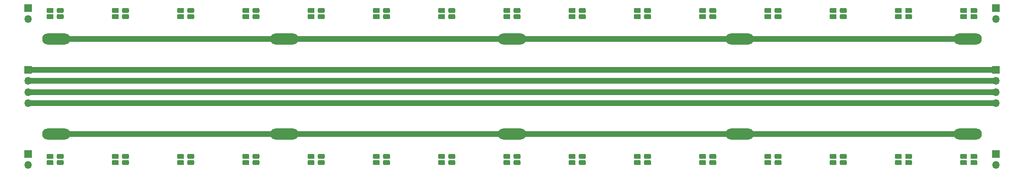
<source format=gbr>
G04 #@! TF.GenerationSoftware,KiCad,Pcbnew,(5.1.2)-2*
G04 #@! TF.CreationDate,2020-02-10T16:58:43+01:00*
G04 #@! TF.ProjectId,S174,53313734-2e6b-4696-9361-645f70636258,rev?*
G04 #@! TF.SameCoordinates,Original*
G04 #@! TF.FileFunction,Copper,L1,Top*
G04 #@! TF.FilePolarity,Positive*
%FSLAX46Y46*%
G04 Gerber Fmt 4.6, Leading zero omitted, Abs format (unit mm)*
G04 Created by KiCad (PCBNEW (5.1.2)-2) date 2020-02-10 16:58:43*
%MOMM*%
%LPD*%
G04 APERTURE LIST*
%ADD10O,5.000000X2.000000*%
%ADD11C,0.100000*%
%ADD12C,0.900000*%
%ADD13O,1.350000X1.350000*%
%ADD14R,1.350000X1.350000*%
%ADD15C,1.000000*%
G04 APERTURE END LIST*
D10*
X268000000Y-108500000D03*
X227500000Y-108500000D03*
X187000000Y-108500000D03*
X146500000Y-108500000D03*
X106000000Y-108500000D03*
X268000000Y-91500000D03*
X227500000Y-91500000D03*
X187000000Y-91500000D03*
X146500000Y-91500000D03*
X106000000Y-91500000D03*
D11*
G36*
X267697054Y-87101083D02*
G01*
X267718895Y-87104323D01*
X267740314Y-87109688D01*
X267761104Y-87117127D01*
X267781064Y-87126568D01*
X267800003Y-87137919D01*
X267817738Y-87151073D01*
X267834099Y-87165901D01*
X267848927Y-87182262D01*
X267862081Y-87199997D01*
X267873432Y-87218936D01*
X267882873Y-87238896D01*
X267890312Y-87259686D01*
X267895677Y-87281105D01*
X267898917Y-87302946D01*
X267900000Y-87325000D01*
X267900000Y-87775000D01*
X267898917Y-87797054D01*
X267895677Y-87818895D01*
X267890312Y-87840314D01*
X267882873Y-87861104D01*
X267873432Y-87881064D01*
X267862081Y-87900003D01*
X267848927Y-87917738D01*
X267834099Y-87934099D01*
X267817738Y-87948927D01*
X267800003Y-87962081D01*
X267781064Y-87973432D01*
X267761104Y-87982873D01*
X267740314Y-87990312D01*
X267718895Y-87995677D01*
X267697054Y-87998917D01*
X267675000Y-88000000D01*
X266925000Y-88000000D01*
X266902946Y-87998917D01*
X266881105Y-87995677D01*
X266859686Y-87990312D01*
X266838896Y-87982873D01*
X266818936Y-87973432D01*
X266799997Y-87962081D01*
X266782262Y-87948927D01*
X266765901Y-87934099D01*
X266751073Y-87917738D01*
X266737919Y-87900003D01*
X266726568Y-87881064D01*
X266717127Y-87861104D01*
X266709688Y-87840314D01*
X266704323Y-87818895D01*
X266701083Y-87797054D01*
X266700000Y-87775000D01*
X266700000Y-87325000D01*
X266701083Y-87302946D01*
X266704323Y-87281105D01*
X266709688Y-87259686D01*
X266717127Y-87238896D01*
X266726568Y-87218936D01*
X266737919Y-87199997D01*
X266751073Y-87182262D01*
X266765901Y-87165901D01*
X266782262Y-87151073D01*
X266799997Y-87137919D01*
X266818936Y-87126568D01*
X266838896Y-87117127D01*
X266859686Y-87109688D01*
X266881105Y-87104323D01*
X266902946Y-87101083D01*
X266925000Y-87100000D01*
X267675000Y-87100000D01*
X267697054Y-87101083D01*
X267697054Y-87101083D01*
G37*
D12*
X267300000Y-87550000D03*
D11*
G36*
X269497054Y-87101083D02*
G01*
X269518895Y-87104323D01*
X269540314Y-87109688D01*
X269561104Y-87117127D01*
X269581064Y-87126568D01*
X269600003Y-87137919D01*
X269617738Y-87151073D01*
X269634099Y-87165901D01*
X269648927Y-87182262D01*
X269662081Y-87199997D01*
X269673432Y-87218936D01*
X269682873Y-87238896D01*
X269690312Y-87259686D01*
X269695677Y-87281105D01*
X269698917Y-87302946D01*
X269700000Y-87325000D01*
X269700000Y-87775000D01*
X269698917Y-87797054D01*
X269695677Y-87818895D01*
X269690312Y-87840314D01*
X269682873Y-87861104D01*
X269673432Y-87881064D01*
X269662081Y-87900003D01*
X269648927Y-87917738D01*
X269634099Y-87934099D01*
X269617738Y-87948927D01*
X269600003Y-87962081D01*
X269581064Y-87973432D01*
X269561104Y-87982873D01*
X269540314Y-87990312D01*
X269518895Y-87995677D01*
X269497054Y-87998917D01*
X269475000Y-88000000D01*
X268725000Y-88000000D01*
X268702946Y-87998917D01*
X268681105Y-87995677D01*
X268659686Y-87990312D01*
X268638896Y-87982873D01*
X268618936Y-87973432D01*
X268599997Y-87962081D01*
X268582262Y-87948927D01*
X268565901Y-87934099D01*
X268551073Y-87917738D01*
X268537919Y-87900003D01*
X268526568Y-87881064D01*
X268517127Y-87861104D01*
X268509688Y-87840314D01*
X268504323Y-87818895D01*
X268501083Y-87797054D01*
X268500000Y-87775000D01*
X268500000Y-87325000D01*
X268501083Y-87302946D01*
X268504323Y-87281105D01*
X268509688Y-87259686D01*
X268517127Y-87238896D01*
X268526568Y-87218936D01*
X268537919Y-87199997D01*
X268551073Y-87182262D01*
X268565901Y-87165901D01*
X268582262Y-87151073D01*
X268599997Y-87137919D01*
X268618936Y-87126568D01*
X268638896Y-87117127D01*
X268659686Y-87109688D01*
X268681105Y-87104323D01*
X268702946Y-87101083D01*
X268725000Y-87100000D01*
X269475000Y-87100000D01*
X269497054Y-87101083D01*
X269497054Y-87101083D01*
G37*
D12*
X269100000Y-87550000D03*
D11*
G36*
X269497054Y-86001083D02*
G01*
X269518895Y-86004323D01*
X269540314Y-86009688D01*
X269561104Y-86017127D01*
X269581064Y-86026568D01*
X269600003Y-86037919D01*
X269617738Y-86051073D01*
X269634099Y-86065901D01*
X269648927Y-86082262D01*
X269662081Y-86099997D01*
X269673432Y-86118936D01*
X269682873Y-86138896D01*
X269690312Y-86159686D01*
X269695677Y-86181105D01*
X269698917Y-86202946D01*
X269700000Y-86225000D01*
X269700000Y-86675000D01*
X269698917Y-86697054D01*
X269695677Y-86718895D01*
X269690312Y-86740314D01*
X269682873Y-86761104D01*
X269673432Y-86781064D01*
X269662081Y-86800003D01*
X269648927Y-86817738D01*
X269634099Y-86834099D01*
X269617738Y-86848927D01*
X269600003Y-86862081D01*
X269581064Y-86873432D01*
X269561104Y-86882873D01*
X269540314Y-86890312D01*
X269518895Y-86895677D01*
X269497054Y-86898917D01*
X269475000Y-86900000D01*
X268725000Y-86900000D01*
X268702946Y-86898917D01*
X268681105Y-86895677D01*
X268659686Y-86890312D01*
X268638896Y-86882873D01*
X268618936Y-86873432D01*
X268599997Y-86862081D01*
X268582262Y-86848927D01*
X268565901Y-86834099D01*
X268551073Y-86817738D01*
X268537919Y-86800003D01*
X268526568Y-86781064D01*
X268517127Y-86761104D01*
X268509688Y-86740314D01*
X268504323Y-86718895D01*
X268501083Y-86697054D01*
X268500000Y-86675000D01*
X268500000Y-86225000D01*
X268501083Y-86202946D01*
X268504323Y-86181105D01*
X268509688Y-86159686D01*
X268517127Y-86138896D01*
X268526568Y-86118936D01*
X268537919Y-86099997D01*
X268551073Y-86082262D01*
X268565901Y-86065901D01*
X268582262Y-86051073D01*
X268599997Y-86037919D01*
X268618936Y-86026568D01*
X268638896Y-86017127D01*
X268659686Y-86009688D01*
X268681105Y-86004323D01*
X268702946Y-86001083D01*
X268725000Y-86000000D01*
X269475000Y-86000000D01*
X269497054Y-86001083D01*
X269497054Y-86001083D01*
G37*
D12*
X269100000Y-86450000D03*
D11*
G36*
X267697054Y-86001083D02*
G01*
X267718895Y-86004323D01*
X267740314Y-86009688D01*
X267761104Y-86017127D01*
X267781064Y-86026568D01*
X267800003Y-86037919D01*
X267817738Y-86051073D01*
X267834099Y-86065901D01*
X267848927Y-86082262D01*
X267862081Y-86099997D01*
X267873432Y-86118936D01*
X267882873Y-86138896D01*
X267890312Y-86159686D01*
X267895677Y-86181105D01*
X267898917Y-86202946D01*
X267900000Y-86225000D01*
X267900000Y-86675000D01*
X267898917Y-86697054D01*
X267895677Y-86718895D01*
X267890312Y-86740314D01*
X267882873Y-86761104D01*
X267873432Y-86781064D01*
X267862081Y-86800003D01*
X267848927Y-86817738D01*
X267834099Y-86834099D01*
X267817738Y-86848927D01*
X267800003Y-86862081D01*
X267781064Y-86873432D01*
X267761104Y-86882873D01*
X267740314Y-86890312D01*
X267718895Y-86895677D01*
X267697054Y-86898917D01*
X267675000Y-86900000D01*
X266925000Y-86900000D01*
X266902946Y-86898917D01*
X266881105Y-86895677D01*
X266859686Y-86890312D01*
X266838896Y-86882873D01*
X266818936Y-86873432D01*
X266799997Y-86862081D01*
X266782262Y-86848927D01*
X266765901Y-86834099D01*
X266751073Y-86817738D01*
X266737919Y-86800003D01*
X266726568Y-86781064D01*
X266717127Y-86761104D01*
X266709688Y-86740314D01*
X266704323Y-86718895D01*
X266701083Y-86697054D01*
X266700000Y-86675000D01*
X266700000Y-86225000D01*
X266701083Y-86202946D01*
X266704323Y-86181105D01*
X266709688Y-86159686D01*
X266717127Y-86138896D01*
X266726568Y-86118936D01*
X266737919Y-86099997D01*
X266751073Y-86082262D01*
X266765901Y-86065901D01*
X266782262Y-86051073D01*
X266799997Y-86037919D01*
X266818936Y-86026568D01*
X266838896Y-86017127D01*
X266859686Y-86009688D01*
X266881105Y-86004323D01*
X266902946Y-86001083D01*
X266925000Y-86000000D01*
X267675000Y-86000000D01*
X267697054Y-86001083D01*
X267697054Y-86001083D01*
G37*
D12*
X267300000Y-86450000D03*
D11*
G36*
X256097054Y-87101083D02*
G01*
X256118895Y-87104323D01*
X256140314Y-87109688D01*
X256161104Y-87117127D01*
X256181064Y-87126568D01*
X256200003Y-87137919D01*
X256217738Y-87151073D01*
X256234099Y-87165901D01*
X256248927Y-87182262D01*
X256262081Y-87199997D01*
X256273432Y-87218936D01*
X256282873Y-87238896D01*
X256290312Y-87259686D01*
X256295677Y-87281105D01*
X256298917Y-87302946D01*
X256300000Y-87325000D01*
X256300000Y-87775000D01*
X256298917Y-87797054D01*
X256295677Y-87818895D01*
X256290312Y-87840314D01*
X256282873Y-87861104D01*
X256273432Y-87881064D01*
X256262081Y-87900003D01*
X256248927Y-87917738D01*
X256234099Y-87934099D01*
X256217738Y-87948927D01*
X256200003Y-87962081D01*
X256181064Y-87973432D01*
X256161104Y-87982873D01*
X256140314Y-87990312D01*
X256118895Y-87995677D01*
X256097054Y-87998917D01*
X256075000Y-88000000D01*
X255325000Y-88000000D01*
X255302946Y-87998917D01*
X255281105Y-87995677D01*
X255259686Y-87990312D01*
X255238896Y-87982873D01*
X255218936Y-87973432D01*
X255199997Y-87962081D01*
X255182262Y-87948927D01*
X255165901Y-87934099D01*
X255151073Y-87917738D01*
X255137919Y-87900003D01*
X255126568Y-87881064D01*
X255117127Y-87861104D01*
X255109688Y-87840314D01*
X255104323Y-87818895D01*
X255101083Y-87797054D01*
X255100000Y-87775000D01*
X255100000Y-87325000D01*
X255101083Y-87302946D01*
X255104323Y-87281105D01*
X255109688Y-87259686D01*
X255117127Y-87238896D01*
X255126568Y-87218936D01*
X255137919Y-87199997D01*
X255151073Y-87182262D01*
X255165901Y-87165901D01*
X255182262Y-87151073D01*
X255199997Y-87137919D01*
X255218936Y-87126568D01*
X255238896Y-87117127D01*
X255259686Y-87109688D01*
X255281105Y-87104323D01*
X255302946Y-87101083D01*
X255325000Y-87100000D01*
X256075000Y-87100000D01*
X256097054Y-87101083D01*
X256097054Y-87101083D01*
G37*
D12*
X255700000Y-87550000D03*
D11*
G36*
X257897054Y-87101083D02*
G01*
X257918895Y-87104323D01*
X257940314Y-87109688D01*
X257961104Y-87117127D01*
X257981064Y-87126568D01*
X258000003Y-87137919D01*
X258017738Y-87151073D01*
X258034099Y-87165901D01*
X258048927Y-87182262D01*
X258062081Y-87199997D01*
X258073432Y-87218936D01*
X258082873Y-87238896D01*
X258090312Y-87259686D01*
X258095677Y-87281105D01*
X258098917Y-87302946D01*
X258100000Y-87325000D01*
X258100000Y-87775000D01*
X258098917Y-87797054D01*
X258095677Y-87818895D01*
X258090312Y-87840314D01*
X258082873Y-87861104D01*
X258073432Y-87881064D01*
X258062081Y-87900003D01*
X258048927Y-87917738D01*
X258034099Y-87934099D01*
X258017738Y-87948927D01*
X258000003Y-87962081D01*
X257981064Y-87973432D01*
X257961104Y-87982873D01*
X257940314Y-87990312D01*
X257918895Y-87995677D01*
X257897054Y-87998917D01*
X257875000Y-88000000D01*
X257125000Y-88000000D01*
X257102946Y-87998917D01*
X257081105Y-87995677D01*
X257059686Y-87990312D01*
X257038896Y-87982873D01*
X257018936Y-87973432D01*
X256999997Y-87962081D01*
X256982262Y-87948927D01*
X256965901Y-87934099D01*
X256951073Y-87917738D01*
X256937919Y-87900003D01*
X256926568Y-87881064D01*
X256917127Y-87861104D01*
X256909688Y-87840314D01*
X256904323Y-87818895D01*
X256901083Y-87797054D01*
X256900000Y-87775000D01*
X256900000Y-87325000D01*
X256901083Y-87302946D01*
X256904323Y-87281105D01*
X256909688Y-87259686D01*
X256917127Y-87238896D01*
X256926568Y-87218936D01*
X256937919Y-87199997D01*
X256951073Y-87182262D01*
X256965901Y-87165901D01*
X256982262Y-87151073D01*
X256999997Y-87137919D01*
X257018936Y-87126568D01*
X257038896Y-87117127D01*
X257059686Y-87109688D01*
X257081105Y-87104323D01*
X257102946Y-87101083D01*
X257125000Y-87100000D01*
X257875000Y-87100000D01*
X257897054Y-87101083D01*
X257897054Y-87101083D01*
G37*
D12*
X257500000Y-87550000D03*
D11*
G36*
X257897054Y-86001083D02*
G01*
X257918895Y-86004323D01*
X257940314Y-86009688D01*
X257961104Y-86017127D01*
X257981064Y-86026568D01*
X258000003Y-86037919D01*
X258017738Y-86051073D01*
X258034099Y-86065901D01*
X258048927Y-86082262D01*
X258062081Y-86099997D01*
X258073432Y-86118936D01*
X258082873Y-86138896D01*
X258090312Y-86159686D01*
X258095677Y-86181105D01*
X258098917Y-86202946D01*
X258100000Y-86225000D01*
X258100000Y-86675000D01*
X258098917Y-86697054D01*
X258095677Y-86718895D01*
X258090312Y-86740314D01*
X258082873Y-86761104D01*
X258073432Y-86781064D01*
X258062081Y-86800003D01*
X258048927Y-86817738D01*
X258034099Y-86834099D01*
X258017738Y-86848927D01*
X258000003Y-86862081D01*
X257981064Y-86873432D01*
X257961104Y-86882873D01*
X257940314Y-86890312D01*
X257918895Y-86895677D01*
X257897054Y-86898917D01*
X257875000Y-86900000D01*
X257125000Y-86900000D01*
X257102946Y-86898917D01*
X257081105Y-86895677D01*
X257059686Y-86890312D01*
X257038896Y-86882873D01*
X257018936Y-86873432D01*
X256999997Y-86862081D01*
X256982262Y-86848927D01*
X256965901Y-86834099D01*
X256951073Y-86817738D01*
X256937919Y-86800003D01*
X256926568Y-86781064D01*
X256917127Y-86761104D01*
X256909688Y-86740314D01*
X256904323Y-86718895D01*
X256901083Y-86697054D01*
X256900000Y-86675000D01*
X256900000Y-86225000D01*
X256901083Y-86202946D01*
X256904323Y-86181105D01*
X256909688Y-86159686D01*
X256917127Y-86138896D01*
X256926568Y-86118936D01*
X256937919Y-86099997D01*
X256951073Y-86082262D01*
X256965901Y-86065901D01*
X256982262Y-86051073D01*
X256999997Y-86037919D01*
X257018936Y-86026568D01*
X257038896Y-86017127D01*
X257059686Y-86009688D01*
X257081105Y-86004323D01*
X257102946Y-86001083D01*
X257125000Y-86000000D01*
X257875000Y-86000000D01*
X257897054Y-86001083D01*
X257897054Y-86001083D01*
G37*
D12*
X257500000Y-86450000D03*
D11*
G36*
X256097054Y-86001083D02*
G01*
X256118895Y-86004323D01*
X256140314Y-86009688D01*
X256161104Y-86017127D01*
X256181064Y-86026568D01*
X256200003Y-86037919D01*
X256217738Y-86051073D01*
X256234099Y-86065901D01*
X256248927Y-86082262D01*
X256262081Y-86099997D01*
X256273432Y-86118936D01*
X256282873Y-86138896D01*
X256290312Y-86159686D01*
X256295677Y-86181105D01*
X256298917Y-86202946D01*
X256300000Y-86225000D01*
X256300000Y-86675000D01*
X256298917Y-86697054D01*
X256295677Y-86718895D01*
X256290312Y-86740314D01*
X256282873Y-86761104D01*
X256273432Y-86781064D01*
X256262081Y-86800003D01*
X256248927Y-86817738D01*
X256234099Y-86834099D01*
X256217738Y-86848927D01*
X256200003Y-86862081D01*
X256181064Y-86873432D01*
X256161104Y-86882873D01*
X256140314Y-86890312D01*
X256118895Y-86895677D01*
X256097054Y-86898917D01*
X256075000Y-86900000D01*
X255325000Y-86900000D01*
X255302946Y-86898917D01*
X255281105Y-86895677D01*
X255259686Y-86890312D01*
X255238896Y-86882873D01*
X255218936Y-86873432D01*
X255199997Y-86862081D01*
X255182262Y-86848927D01*
X255165901Y-86834099D01*
X255151073Y-86817738D01*
X255137919Y-86800003D01*
X255126568Y-86781064D01*
X255117127Y-86761104D01*
X255109688Y-86740314D01*
X255104323Y-86718895D01*
X255101083Y-86697054D01*
X255100000Y-86675000D01*
X255100000Y-86225000D01*
X255101083Y-86202946D01*
X255104323Y-86181105D01*
X255109688Y-86159686D01*
X255117127Y-86138896D01*
X255126568Y-86118936D01*
X255137919Y-86099997D01*
X255151073Y-86082262D01*
X255165901Y-86065901D01*
X255182262Y-86051073D01*
X255199997Y-86037919D01*
X255218936Y-86026568D01*
X255238896Y-86017127D01*
X255259686Y-86009688D01*
X255281105Y-86004323D01*
X255302946Y-86001083D01*
X255325000Y-86000000D01*
X256075000Y-86000000D01*
X256097054Y-86001083D01*
X256097054Y-86001083D01*
G37*
D12*
X255700000Y-86450000D03*
D11*
G36*
X244497054Y-87101083D02*
G01*
X244518895Y-87104323D01*
X244540314Y-87109688D01*
X244561104Y-87117127D01*
X244581064Y-87126568D01*
X244600003Y-87137919D01*
X244617738Y-87151073D01*
X244634099Y-87165901D01*
X244648927Y-87182262D01*
X244662081Y-87199997D01*
X244673432Y-87218936D01*
X244682873Y-87238896D01*
X244690312Y-87259686D01*
X244695677Y-87281105D01*
X244698917Y-87302946D01*
X244700000Y-87325000D01*
X244700000Y-87775000D01*
X244698917Y-87797054D01*
X244695677Y-87818895D01*
X244690312Y-87840314D01*
X244682873Y-87861104D01*
X244673432Y-87881064D01*
X244662081Y-87900003D01*
X244648927Y-87917738D01*
X244634099Y-87934099D01*
X244617738Y-87948927D01*
X244600003Y-87962081D01*
X244581064Y-87973432D01*
X244561104Y-87982873D01*
X244540314Y-87990312D01*
X244518895Y-87995677D01*
X244497054Y-87998917D01*
X244475000Y-88000000D01*
X243725000Y-88000000D01*
X243702946Y-87998917D01*
X243681105Y-87995677D01*
X243659686Y-87990312D01*
X243638896Y-87982873D01*
X243618936Y-87973432D01*
X243599997Y-87962081D01*
X243582262Y-87948927D01*
X243565901Y-87934099D01*
X243551073Y-87917738D01*
X243537919Y-87900003D01*
X243526568Y-87881064D01*
X243517127Y-87861104D01*
X243509688Y-87840314D01*
X243504323Y-87818895D01*
X243501083Y-87797054D01*
X243500000Y-87775000D01*
X243500000Y-87325000D01*
X243501083Y-87302946D01*
X243504323Y-87281105D01*
X243509688Y-87259686D01*
X243517127Y-87238896D01*
X243526568Y-87218936D01*
X243537919Y-87199997D01*
X243551073Y-87182262D01*
X243565901Y-87165901D01*
X243582262Y-87151073D01*
X243599997Y-87137919D01*
X243618936Y-87126568D01*
X243638896Y-87117127D01*
X243659686Y-87109688D01*
X243681105Y-87104323D01*
X243702946Y-87101083D01*
X243725000Y-87100000D01*
X244475000Y-87100000D01*
X244497054Y-87101083D01*
X244497054Y-87101083D01*
G37*
D12*
X244100000Y-87550000D03*
D11*
G36*
X246297054Y-87101083D02*
G01*
X246318895Y-87104323D01*
X246340314Y-87109688D01*
X246361104Y-87117127D01*
X246381064Y-87126568D01*
X246400003Y-87137919D01*
X246417738Y-87151073D01*
X246434099Y-87165901D01*
X246448927Y-87182262D01*
X246462081Y-87199997D01*
X246473432Y-87218936D01*
X246482873Y-87238896D01*
X246490312Y-87259686D01*
X246495677Y-87281105D01*
X246498917Y-87302946D01*
X246500000Y-87325000D01*
X246500000Y-87775000D01*
X246498917Y-87797054D01*
X246495677Y-87818895D01*
X246490312Y-87840314D01*
X246482873Y-87861104D01*
X246473432Y-87881064D01*
X246462081Y-87900003D01*
X246448927Y-87917738D01*
X246434099Y-87934099D01*
X246417738Y-87948927D01*
X246400003Y-87962081D01*
X246381064Y-87973432D01*
X246361104Y-87982873D01*
X246340314Y-87990312D01*
X246318895Y-87995677D01*
X246297054Y-87998917D01*
X246275000Y-88000000D01*
X245525000Y-88000000D01*
X245502946Y-87998917D01*
X245481105Y-87995677D01*
X245459686Y-87990312D01*
X245438896Y-87982873D01*
X245418936Y-87973432D01*
X245399997Y-87962081D01*
X245382262Y-87948927D01*
X245365901Y-87934099D01*
X245351073Y-87917738D01*
X245337919Y-87900003D01*
X245326568Y-87881064D01*
X245317127Y-87861104D01*
X245309688Y-87840314D01*
X245304323Y-87818895D01*
X245301083Y-87797054D01*
X245300000Y-87775000D01*
X245300000Y-87325000D01*
X245301083Y-87302946D01*
X245304323Y-87281105D01*
X245309688Y-87259686D01*
X245317127Y-87238896D01*
X245326568Y-87218936D01*
X245337919Y-87199997D01*
X245351073Y-87182262D01*
X245365901Y-87165901D01*
X245382262Y-87151073D01*
X245399997Y-87137919D01*
X245418936Y-87126568D01*
X245438896Y-87117127D01*
X245459686Y-87109688D01*
X245481105Y-87104323D01*
X245502946Y-87101083D01*
X245525000Y-87100000D01*
X246275000Y-87100000D01*
X246297054Y-87101083D01*
X246297054Y-87101083D01*
G37*
D12*
X245900000Y-87550000D03*
D11*
G36*
X246297054Y-86001083D02*
G01*
X246318895Y-86004323D01*
X246340314Y-86009688D01*
X246361104Y-86017127D01*
X246381064Y-86026568D01*
X246400003Y-86037919D01*
X246417738Y-86051073D01*
X246434099Y-86065901D01*
X246448927Y-86082262D01*
X246462081Y-86099997D01*
X246473432Y-86118936D01*
X246482873Y-86138896D01*
X246490312Y-86159686D01*
X246495677Y-86181105D01*
X246498917Y-86202946D01*
X246500000Y-86225000D01*
X246500000Y-86675000D01*
X246498917Y-86697054D01*
X246495677Y-86718895D01*
X246490312Y-86740314D01*
X246482873Y-86761104D01*
X246473432Y-86781064D01*
X246462081Y-86800003D01*
X246448927Y-86817738D01*
X246434099Y-86834099D01*
X246417738Y-86848927D01*
X246400003Y-86862081D01*
X246381064Y-86873432D01*
X246361104Y-86882873D01*
X246340314Y-86890312D01*
X246318895Y-86895677D01*
X246297054Y-86898917D01*
X246275000Y-86900000D01*
X245525000Y-86900000D01*
X245502946Y-86898917D01*
X245481105Y-86895677D01*
X245459686Y-86890312D01*
X245438896Y-86882873D01*
X245418936Y-86873432D01*
X245399997Y-86862081D01*
X245382262Y-86848927D01*
X245365901Y-86834099D01*
X245351073Y-86817738D01*
X245337919Y-86800003D01*
X245326568Y-86781064D01*
X245317127Y-86761104D01*
X245309688Y-86740314D01*
X245304323Y-86718895D01*
X245301083Y-86697054D01*
X245300000Y-86675000D01*
X245300000Y-86225000D01*
X245301083Y-86202946D01*
X245304323Y-86181105D01*
X245309688Y-86159686D01*
X245317127Y-86138896D01*
X245326568Y-86118936D01*
X245337919Y-86099997D01*
X245351073Y-86082262D01*
X245365901Y-86065901D01*
X245382262Y-86051073D01*
X245399997Y-86037919D01*
X245418936Y-86026568D01*
X245438896Y-86017127D01*
X245459686Y-86009688D01*
X245481105Y-86004323D01*
X245502946Y-86001083D01*
X245525000Y-86000000D01*
X246275000Y-86000000D01*
X246297054Y-86001083D01*
X246297054Y-86001083D01*
G37*
D12*
X245900000Y-86450000D03*
D11*
G36*
X244497054Y-86001083D02*
G01*
X244518895Y-86004323D01*
X244540314Y-86009688D01*
X244561104Y-86017127D01*
X244581064Y-86026568D01*
X244600003Y-86037919D01*
X244617738Y-86051073D01*
X244634099Y-86065901D01*
X244648927Y-86082262D01*
X244662081Y-86099997D01*
X244673432Y-86118936D01*
X244682873Y-86138896D01*
X244690312Y-86159686D01*
X244695677Y-86181105D01*
X244698917Y-86202946D01*
X244700000Y-86225000D01*
X244700000Y-86675000D01*
X244698917Y-86697054D01*
X244695677Y-86718895D01*
X244690312Y-86740314D01*
X244682873Y-86761104D01*
X244673432Y-86781064D01*
X244662081Y-86800003D01*
X244648927Y-86817738D01*
X244634099Y-86834099D01*
X244617738Y-86848927D01*
X244600003Y-86862081D01*
X244581064Y-86873432D01*
X244561104Y-86882873D01*
X244540314Y-86890312D01*
X244518895Y-86895677D01*
X244497054Y-86898917D01*
X244475000Y-86900000D01*
X243725000Y-86900000D01*
X243702946Y-86898917D01*
X243681105Y-86895677D01*
X243659686Y-86890312D01*
X243638896Y-86882873D01*
X243618936Y-86873432D01*
X243599997Y-86862081D01*
X243582262Y-86848927D01*
X243565901Y-86834099D01*
X243551073Y-86817738D01*
X243537919Y-86800003D01*
X243526568Y-86781064D01*
X243517127Y-86761104D01*
X243509688Y-86740314D01*
X243504323Y-86718895D01*
X243501083Y-86697054D01*
X243500000Y-86675000D01*
X243500000Y-86225000D01*
X243501083Y-86202946D01*
X243504323Y-86181105D01*
X243509688Y-86159686D01*
X243517127Y-86138896D01*
X243526568Y-86118936D01*
X243537919Y-86099997D01*
X243551073Y-86082262D01*
X243565901Y-86065901D01*
X243582262Y-86051073D01*
X243599997Y-86037919D01*
X243618936Y-86026568D01*
X243638896Y-86017127D01*
X243659686Y-86009688D01*
X243681105Y-86004323D01*
X243702946Y-86001083D01*
X243725000Y-86000000D01*
X244475000Y-86000000D01*
X244497054Y-86001083D01*
X244497054Y-86001083D01*
G37*
D12*
X244100000Y-86450000D03*
D11*
G36*
X232897054Y-87101083D02*
G01*
X232918895Y-87104323D01*
X232940314Y-87109688D01*
X232961104Y-87117127D01*
X232981064Y-87126568D01*
X233000003Y-87137919D01*
X233017738Y-87151073D01*
X233034099Y-87165901D01*
X233048927Y-87182262D01*
X233062081Y-87199997D01*
X233073432Y-87218936D01*
X233082873Y-87238896D01*
X233090312Y-87259686D01*
X233095677Y-87281105D01*
X233098917Y-87302946D01*
X233100000Y-87325000D01*
X233100000Y-87775000D01*
X233098917Y-87797054D01*
X233095677Y-87818895D01*
X233090312Y-87840314D01*
X233082873Y-87861104D01*
X233073432Y-87881064D01*
X233062081Y-87900003D01*
X233048927Y-87917738D01*
X233034099Y-87934099D01*
X233017738Y-87948927D01*
X233000003Y-87962081D01*
X232981064Y-87973432D01*
X232961104Y-87982873D01*
X232940314Y-87990312D01*
X232918895Y-87995677D01*
X232897054Y-87998917D01*
X232875000Y-88000000D01*
X232125000Y-88000000D01*
X232102946Y-87998917D01*
X232081105Y-87995677D01*
X232059686Y-87990312D01*
X232038896Y-87982873D01*
X232018936Y-87973432D01*
X231999997Y-87962081D01*
X231982262Y-87948927D01*
X231965901Y-87934099D01*
X231951073Y-87917738D01*
X231937919Y-87900003D01*
X231926568Y-87881064D01*
X231917127Y-87861104D01*
X231909688Y-87840314D01*
X231904323Y-87818895D01*
X231901083Y-87797054D01*
X231900000Y-87775000D01*
X231900000Y-87325000D01*
X231901083Y-87302946D01*
X231904323Y-87281105D01*
X231909688Y-87259686D01*
X231917127Y-87238896D01*
X231926568Y-87218936D01*
X231937919Y-87199997D01*
X231951073Y-87182262D01*
X231965901Y-87165901D01*
X231982262Y-87151073D01*
X231999997Y-87137919D01*
X232018936Y-87126568D01*
X232038896Y-87117127D01*
X232059686Y-87109688D01*
X232081105Y-87104323D01*
X232102946Y-87101083D01*
X232125000Y-87100000D01*
X232875000Y-87100000D01*
X232897054Y-87101083D01*
X232897054Y-87101083D01*
G37*
D12*
X232500000Y-87550000D03*
D11*
G36*
X234697054Y-87101083D02*
G01*
X234718895Y-87104323D01*
X234740314Y-87109688D01*
X234761104Y-87117127D01*
X234781064Y-87126568D01*
X234800003Y-87137919D01*
X234817738Y-87151073D01*
X234834099Y-87165901D01*
X234848927Y-87182262D01*
X234862081Y-87199997D01*
X234873432Y-87218936D01*
X234882873Y-87238896D01*
X234890312Y-87259686D01*
X234895677Y-87281105D01*
X234898917Y-87302946D01*
X234900000Y-87325000D01*
X234900000Y-87775000D01*
X234898917Y-87797054D01*
X234895677Y-87818895D01*
X234890312Y-87840314D01*
X234882873Y-87861104D01*
X234873432Y-87881064D01*
X234862081Y-87900003D01*
X234848927Y-87917738D01*
X234834099Y-87934099D01*
X234817738Y-87948927D01*
X234800003Y-87962081D01*
X234781064Y-87973432D01*
X234761104Y-87982873D01*
X234740314Y-87990312D01*
X234718895Y-87995677D01*
X234697054Y-87998917D01*
X234675000Y-88000000D01*
X233925000Y-88000000D01*
X233902946Y-87998917D01*
X233881105Y-87995677D01*
X233859686Y-87990312D01*
X233838896Y-87982873D01*
X233818936Y-87973432D01*
X233799997Y-87962081D01*
X233782262Y-87948927D01*
X233765901Y-87934099D01*
X233751073Y-87917738D01*
X233737919Y-87900003D01*
X233726568Y-87881064D01*
X233717127Y-87861104D01*
X233709688Y-87840314D01*
X233704323Y-87818895D01*
X233701083Y-87797054D01*
X233700000Y-87775000D01*
X233700000Y-87325000D01*
X233701083Y-87302946D01*
X233704323Y-87281105D01*
X233709688Y-87259686D01*
X233717127Y-87238896D01*
X233726568Y-87218936D01*
X233737919Y-87199997D01*
X233751073Y-87182262D01*
X233765901Y-87165901D01*
X233782262Y-87151073D01*
X233799997Y-87137919D01*
X233818936Y-87126568D01*
X233838896Y-87117127D01*
X233859686Y-87109688D01*
X233881105Y-87104323D01*
X233902946Y-87101083D01*
X233925000Y-87100000D01*
X234675000Y-87100000D01*
X234697054Y-87101083D01*
X234697054Y-87101083D01*
G37*
D12*
X234300000Y-87550000D03*
D11*
G36*
X234697054Y-86001083D02*
G01*
X234718895Y-86004323D01*
X234740314Y-86009688D01*
X234761104Y-86017127D01*
X234781064Y-86026568D01*
X234800003Y-86037919D01*
X234817738Y-86051073D01*
X234834099Y-86065901D01*
X234848927Y-86082262D01*
X234862081Y-86099997D01*
X234873432Y-86118936D01*
X234882873Y-86138896D01*
X234890312Y-86159686D01*
X234895677Y-86181105D01*
X234898917Y-86202946D01*
X234900000Y-86225000D01*
X234900000Y-86675000D01*
X234898917Y-86697054D01*
X234895677Y-86718895D01*
X234890312Y-86740314D01*
X234882873Y-86761104D01*
X234873432Y-86781064D01*
X234862081Y-86800003D01*
X234848927Y-86817738D01*
X234834099Y-86834099D01*
X234817738Y-86848927D01*
X234800003Y-86862081D01*
X234781064Y-86873432D01*
X234761104Y-86882873D01*
X234740314Y-86890312D01*
X234718895Y-86895677D01*
X234697054Y-86898917D01*
X234675000Y-86900000D01*
X233925000Y-86900000D01*
X233902946Y-86898917D01*
X233881105Y-86895677D01*
X233859686Y-86890312D01*
X233838896Y-86882873D01*
X233818936Y-86873432D01*
X233799997Y-86862081D01*
X233782262Y-86848927D01*
X233765901Y-86834099D01*
X233751073Y-86817738D01*
X233737919Y-86800003D01*
X233726568Y-86781064D01*
X233717127Y-86761104D01*
X233709688Y-86740314D01*
X233704323Y-86718895D01*
X233701083Y-86697054D01*
X233700000Y-86675000D01*
X233700000Y-86225000D01*
X233701083Y-86202946D01*
X233704323Y-86181105D01*
X233709688Y-86159686D01*
X233717127Y-86138896D01*
X233726568Y-86118936D01*
X233737919Y-86099997D01*
X233751073Y-86082262D01*
X233765901Y-86065901D01*
X233782262Y-86051073D01*
X233799997Y-86037919D01*
X233818936Y-86026568D01*
X233838896Y-86017127D01*
X233859686Y-86009688D01*
X233881105Y-86004323D01*
X233902946Y-86001083D01*
X233925000Y-86000000D01*
X234675000Y-86000000D01*
X234697054Y-86001083D01*
X234697054Y-86001083D01*
G37*
D12*
X234300000Y-86450000D03*
D11*
G36*
X232897054Y-86001083D02*
G01*
X232918895Y-86004323D01*
X232940314Y-86009688D01*
X232961104Y-86017127D01*
X232981064Y-86026568D01*
X233000003Y-86037919D01*
X233017738Y-86051073D01*
X233034099Y-86065901D01*
X233048927Y-86082262D01*
X233062081Y-86099997D01*
X233073432Y-86118936D01*
X233082873Y-86138896D01*
X233090312Y-86159686D01*
X233095677Y-86181105D01*
X233098917Y-86202946D01*
X233100000Y-86225000D01*
X233100000Y-86675000D01*
X233098917Y-86697054D01*
X233095677Y-86718895D01*
X233090312Y-86740314D01*
X233082873Y-86761104D01*
X233073432Y-86781064D01*
X233062081Y-86800003D01*
X233048927Y-86817738D01*
X233034099Y-86834099D01*
X233017738Y-86848927D01*
X233000003Y-86862081D01*
X232981064Y-86873432D01*
X232961104Y-86882873D01*
X232940314Y-86890312D01*
X232918895Y-86895677D01*
X232897054Y-86898917D01*
X232875000Y-86900000D01*
X232125000Y-86900000D01*
X232102946Y-86898917D01*
X232081105Y-86895677D01*
X232059686Y-86890312D01*
X232038896Y-86882873D01*
X232018936Y-86873432D01*
X231999997Y-86862081D01*
X231982262Y-86848927D01*
X231965901Y-86834099D01*
X231951073Y-86817738D01*
X231937919Y-86800003D01*
X231926568Y-86781064D01*
X231917127Y-86761104D01*
X231909688Y-86740314D01*
X231904323Y-86718895D01*
X231901083Y-86697054D01*
X231900000Y-86675000D01*
X231900000Y-86225000D01*
X231901083Y-86202946D01*
X231904323Y-86181105D01*
X231909688Y-86159686D01*
X231917127Y-86138896D01*
X231926568Y-86118936D01*
X231937919Y-86099997D01*
X231951073Y-86082262D01*
X231965901Y-86065901D01*
X231982262Y-86051073D01*
X231999997Y-86037919D01*
X232018936Y-86026568D01*
X232038896Y-86017127D01*
X232059686Y-86009688D01*
X232081105Y-86004323D01*
X232102946Y-86001083D01*
X232125000Y-86000000D01*
X232875000Y-86000000D01*
X232897054Y-86001083D01*
X232897054Y-86001083D01*
G37*
D12*
X232500000Y-86450000D03*
D11*
G36*
X221297054Y-87101083D02*
G01*
X221318895Y-87104323D01*
X221340314Y-87109688D01*
X221361104Y-87117127D01*
X221381064Y-87126568D01*
X221400003Y-87137919D01*
X221417738Y-87151073D01*
X221434099Y-87165901D01*
X221448927Y-87182262D01*
X221462081Y-87199997D01*
X221473432Y-87218936D01*
X221482873Y-87238896D01*
X221490312Y-87259686D01*
X221495677Y-87281105D01*
X221498917Y-87302946D01*
X221500000Y-87325000D01*
X221500000Y-87775000D01*
X221498917Y-87797054D01*
X221495677Y-87818895D01*
X221490312Y-87840314D01*
X221482873Y-87861104D01*
X221473432Y-87881064D01*
X221462081Y-87900003D01*
X221448927Y-87917738D01*
X221434099Y-87934099D01*
X221417738Y-87948927D01*
X221400003Y-87962081D01*
X221381064Y-87973432D01*
X221361104Y-87982873D01*
X221340314Y-87990312D01*
X221318895Y-87995677D01*
X221297054Y-87998917D01*
X221275000Y-88000000D01*
X220525000Y-88000000D01*
X220502946Y-87998917D01*
X220481105Y-87995677D01*
X220459686Y-87990312D01*
X220438896Y-87982873D01*
X220418936Y-87973432D01*
X220399997Y-87962081D01*
X220382262Y-87948927D01*
X220365901Y-87934099D01*
X220351073Y-87917738D01*
X220337919Y-87900003D01*
X220326568Y-87881064D01*
X220317127Y-87861104D01*
X220309688Y-87840314D01*
X220304323Y-87818895D01*
X220301083Y-87797054D01*
X220300000Y-87775000D01*
X220300000Y-87325000D01*
X220301083Y-87302946D01*
X220304323Y-87281105D01*
X220309688Y-87259686D01*
X220317127Y-87238896D01*
X220326568Y-87218936D01*
X220337919Y-87199997D01*
X220351073Y-87182262D01*
X220365901Y-87165901D01*
X220382262Y-87151073D01*
X220399997Y-87137919D01*
X220418936Y-87126568D01*
X220438896Y-87117127D01*
X220459686Y-87109688D01*
X220481105Y-87104323D01*
X220502946Y-87101083D01*
X220525000Y-87100000D01*
X221275000Y-87100000D01*
X221297054Y-87101083D01*
X221297054Y-87101083D01*
G37*
D12*
X220900000Y-87550000D03*
D11*
G36*
X223097054Y-87101083D02*
G01*
X223118895Y-87104323D01*
X223140314Y-87109688D01*
X223161104Y-87117127D01*
X223181064Y-87126568D01*
X223200003Y-87137919D01*
X223217738Y-87151073D01*
X223234099Y-87165901D01*
X223248927Y-87182262D01*
X223262081Y-87199997D01*
X223273432Y-87218936D01*
X223282873Y-87238896D01*
X223290312Y-87259686D01*
X223295677Y-87281105D01*
X223298917Y-87302946D01*
X223300000Y-87325000D01*
X223300000Y-87775000D01*
X223298917Y-87797054D01*
X223295677Y-87818895D01*
X223290312Y-87840314D01*
X223282873Y-87861104D01*
X223273432Y-87881064D01*
X223262081Y-87900003D01*
X223248927Y-87917738D01*
X223234099Y-87934099D01*
X223217738Y-87948927D01*
X223200003Y-87962081D01*
X223181064Y-87973432D01*
X223161104Y-87982873D01*
X223140314Y-87990312D01*
X223118895Y-87995677D01*
X223097054Y-87998917D01*
X223075000Y-88000000D01*
X222325000Y-88000000D01*
X222302946Y-87998917D01*
X222281105Y-87995677D01*
X222259686Y-87990312D01*
X222238896Y-87982873D01*
X222218936Y-87973432D01*
X222199997Y-87962081D01*
X222182262Y-87948927D01*
X222165901Y-87934099D01*
X222151073Y-87917738D01*
X222137919Y-87900003D01*
X222126568Y-87881064D01*
X222117127Y-87861104D01*
X222109688Y-87840314D01*
X222104323Y-87818895D01*
X222101083Y-87797054D01*
X222100000Y-87775000D01*
X222100000Y-87325000D01*
X222101083Y-87302946D01*
X222104323Y-87281105D01*
X222109688Y-87259686D01*
X222117127Y-87238896D01*
X222126568Y-87218936D01*
X222137919Y-87199997D01*
X222151073Y-87182262D01*
X222165901Y-87165901D01*
X222182262Y-87151073D01*
X222199997Y-87137919D01*
X222218936Y-87126568D01*
X222238896Y-87117127D01*
X222259686Y-87109688D01*
X222281105Y-87104323D01*
X222302946Y-87101083D01*
X222325000Y-87100000D01*
X223075000Y-87100000D01*
X223097054Y-87101083D01*
X223097054Y-87101083D01*
G37*
D12*
X222700000Y-87550000D03*
D11*
G36*
X223097054Y-86001083D02*
G01*
X223118895Y-86004323D01*
X223140314Y-86009688D01*
X223161104Y-86017127D01*
X223181064Y-86026568D01*
X223200003Y-86037919D01*
X223217738Y-86051073D01*
X223234099Y-86065901D01*
X223248927Y-86082262D01*
X223262081Y-86099997D01*
X223273432Y-86118936D01*
X223282873Y-86138896D01*
X223290312Y-86159686D01*
X223295677Y-86181105D01*
X223298917Y-86202946D01*
X223300000Y-86225000D01*
X223300000Y-86675000D01*
X223298917Y-86697054D01*
X223295677Y-86718895D01*
X223290312Y-86740314D01*
X223282873Y-86761104D01*
X223273432Y-86781064D01*
X223262081Y-86800003D01*
X223248927Y-86817738D01*
X223234099Y-86834099D01*
X223217738Y-86848927D01*
X223200003Y-86862081D01*
X223181064Y-86873432D01*
X223161104Y-86882873D01*
X223140314Y-86890312D01*
X223118895Y-86895677D01*
X223097054Y-86898917D01*
X223075000Y-86900000D01*
X222325000Y-86900000D01*
X222302946Y-86898917D01*
X222281105Y-86895677D01*
X222259686Y-86890312D01*
X222238896Y-86882873D01*
X222218936Y-86873432D01*
X222199997Y-86862081D01*
X222182262Y-86848927D01*
X222165901Y-86834099D01*
X222151073Y-86817738D01*
X222137919Y-86800003D01*
X222126568Y-86781064D01*
X222117127Y-86761104D01*
X222109688Y-86740314D01*
X222104323Y-86718895D01*
X222101083Y-86697054D01*
X222100000Y-86675000D01*
X222100000Y-86225000D01*
X222101083Y-86202946D01*
X222104323Y-86181105D01*
X222109688Y-86159686D01*
X222117127Y-86138896D01*
X222126568Y-86118936D01*
X222137919Y-86099997D01*
X222151073Y-86082262D01*
X222165901Y-86065901D01*
X222182262Y-86051073D01*
X222199997Y-86037919D01*
X222218936Y-86026568D01*
X222238896Y-86017127D01*
X222259686Y-86009688D01*
X222281105Y-86004323D01*
X222302946Y-86001083D01*
X222325000Y-86000000D01*
X223075000Y-86000000D01*
X223097054Y-86001083D01*
X223097054Y-86001083D01*
G37*
D12*
X222700000Y-86450000D03*
D11*
G36*
X221297054Y-86001083D02*
G01*
X221318895Y-86004323D01*
X221340314Y-86009688D01*
X221361104Y-86017127D01*
X221381064Y-86026568D01*
X221400003Y-86037919D01*
X221417738Y-86051073D01*
X221434099Y-86065901D01*
X221448927Y-86082262D01*
X221462081Y-86099997D01*
X221473432Y-86118936D01*
X221482873Y-86138896D01*
X221490312Y-86159686D01*
X221495677Y-86181105D01*
X221498917Y-86202946D01*
X221500000Y-86225000D01*
X221500000Y-86675000D01*
X221498917Y-86697054D01*
X221495677Y-86718895D01*
X221490312Y-86740314D01*
X221482873Y-86761104D01*
X221473432Y-86781064D01*
X221462081Y-86800003D01*
X221448927Y-86817738D01*
X221434099Y-86834099D01*
X221417738Y-86848927D01*
X221400003Y-86862081D01*
X221381064Y-86873432D01*
X221361104Y-86882873D01*
X221340314Y-86890312D01*
X221318895Y-86895677D01*
X221297054Y-86898917D01*
X221275000Y-86900000D01*
X220525000Y-86900000D01*
X220502946Y-86898917D01*
X220481105Y-86895677D01*
X220459686Y-86890312D01*
X220438896Y-86882873D01*
X220418936Y-86873432D01*
X220399997Y-86862081D01*
X220382262Y-86848927D01*
X220365901Y-86834099D01*
X220351073Y-86817738D01*
X220337919Y-86800003D01*
X220326568Y-86781064D01*
X220317127Y-86761104D01*
X220309688Y-86740314D01*
X220304323Y-86718895D01*
X220301083Y-86697054D01*
X220300000Y-86675000D01*
X220300000Y-86225000D01*
X220301083Y-86202946D01*
X220304323Y-86181105D01*
X220309688Y-86159686D01*
X220317127Y-86138896D01*
X220326568Y-86118936D01*
X220337919Y-86099997D01*
X220351073Y-86082262D01*
X220365901Y-86065901D01*
X220382262Y-86051073D01*
X220399997Y-86037919D01*
X220418936Y-86026568D01*
X220438896Y-86017127D01*
X220459686Y-86009688D01*
X220481105Y-86004323D01*
X220502946Y-86001083D01*
X220525000Y-86000000D01*
X221275000Y-86000000D01*
X221297054Y-86001083D01*
X221297054Y-86001083D01*
G37*
D12*
X220900000Y-86450000D03*
D11*
G36*
X209697054Y-87101083D02*
G01*
X209718895Y-87104323D01*
X209740314Y-87109688D01*
X209761104Y-87117127D01*
X209781064Y-87126568D01*
X209800003Y-87137919D01*
X209817738Y-87151073D01*
X209834099Y-87165901D01*
X209848927Y-87182262D01*
X209862081Y-87199997D01*
X209873432Y-87218936D01*
X209882873Y-87238896D01*
X209890312Y-87259686D01*
X209895677Y-87281105D01*
X209898917Y-87302946D01*
X209900000Y-87325000D01*
X209900000Y-87775000D01*
X209898917Y-87797054D01*
X209895677Y-87818895D01*
X209890312Y-87840314D01*
X209882873Y-87861104D01*
X209873432Y-87881064D01*
X209862081Y-87900003D01*
X209848927Y-87917738D01*
X209834099Y-87934099D01*
X209817738Y-87948927D01*
X209800003Y-87962081D01*
X209781064Y-87973432D01*
X209761104Y-87982873D01*
X209740314Y-87990312D01*
X209718895Y-87995677D01*
X209697054Y-87998917D01*
X209675000Y-88000000D01*
X208925000Y-88000000D01*
X208902946Y-87998917D01*
X208881105Y-87995677D01*
X208859686Y-87990312D01*
X208838896Y-87982873D01*
X208818936Y-87973432D01*
X208799997Y-87962081D01*
X208782262Y-87948927D01*
X208765901Y-87934099D01*
X208751073Y-87917738D01*
X208737919Y-87900003D01*
X208726568Y-87881064D01*
X208717127Y-87861104D01*
X208709688Y-87840314D01*
X208704323Y-87818895D01*
X208701083Y-87797054D01*
X208700000Y-87775000D01*
X208700000Y-87325000D01*
X208701083Y-87302946D01*
X208704323Y-87281105D01*
X208709688Y-87259686D01*
X208717127Y-87238896D01*
X208726568Y-87218936D01*
X208737919Y-87199997D01*
X208751073Y-87182262D01*
X208765901Y-87165901D01*
X208782262Y-87151073D01*
X208799997Y-87137919D01*
X208818936Y-87126568D01*
X208838896Y-87117127D01*
X208859686Y-87109688D01*
X208881105Y-87104323D01*
X208902946Y-87101083D01*
X208925000Y-87100000D01*
X209675000Y-87100000D01*
X209697054Y-87101083D01*
X209697054Y-87101083D01*
G37*
D12*
X209300000Y-87550000D03*
D11*
G36*
X211497054Y-87101083D02*
G01*
X211518895Y-87104323D01*
X211540314Y-87109688D01*
X211561104Y-87117127D01*
X211581064Y-87126568D01*
X211600003Y-87137919D01*
X211617738Y-87151073D01*
X211634099Y-87165901D01*
X211648927Y-87182262D01*
X211662081Y-87199997D01*
X211673432Y-87218936D01*
X211682873Y-87238896D01*
X211690312Y-87259686D01*
X211695677Y-87281105D01*
X211698917Y-87302946D01*
X211700000Y-87325000D01*
X211700000Y-87775000D01*
X211698917Y-87797054D01*
X211695677Y-87818895D01*
X211690312Y-87840314D01*
X211682873Y-87861104D01*
X211673432Y-87881064D01*
X211662081Y-87900003D01*
X211648927Y-87917738D01*
X211634099Y-87934099D01*
X211617738Y-87948927D01*
X211600003Y-87962081D01*
X211581064Y-87973432D01*
X211561104Y-87982873D01*
X211540314Y-87990312D01*
X211518895Y-87995677D01*
X211497054Y-87998917D01*
X211475000Y-88000000D01*
X210725000Y-88000000D01*
X210702946Y-87998917D01*
X210681105Y-87995677D01*
X210659686Y-87990312D01*
X210638896Y-87982873D01*
X210618936Y-87973432D01*
X210599997Y-87962081D01*
X210582262Y-87948927D01*
X210565901Y-87934099D01*
X210551073Y-87917738D01*
X210537919Y-87900003D01*
X210526568Y-87881064D01*
X210517127Y-87861104D01*
X210509688Y-87840314D01*
X210504323Y-87818895D01*
X210501083Y-87797054D01*
X210500000Y-87775000D01*
X210500000Y-87325000D01*
X210501083Y-87302946D01*
X210504323Y-87281105D01*
X210509688Y-87259686D01*
X210517127Y-87238896D01*
X210526568Y-87218936D01*
X210537919Y-87199997D01*
X210551073Y-87182262D01*
X210565901Y-87165901D01*
X210582262Y-87151073D01*
X210599997Y-87137919D01*
X210618936Y-87126568D01*
X210638896Y-87117127D01*
X210659686Y-87109688D01*
X210681105Y-87104323D01*
X210702946Y-87101083D01*
X210725000Y-87100000D01*
X211475000Y-87100000D01*
X211497054Y-87101083D01*
X211497054Y-87101083D01*
G37*
D12*
X211100000Y-87550000D03*
D11*
G36*
X211497054Y-86001083D02*
G01*
X211518895Y-86004323D01*
X211540314Y-86009688D01*
X211561104Y-86017127D01*
X211581064Y-86026568D01*
X211600003Y-86037919D01*
X211617738Y-86051073D01*
X211634099Y-86065901D01*
X211648927Y-86082262D01*
X211662081Y-86099997D01*
X211673432Y-86118936D01*
X211682873Y-86138896D01*
X211690312Y-86159686D01*
X211695677Y-86181105D01*
X211698917Y-86202946D01*
X211700000Y-86225000D01*
X211700000Y-86675000D01*
X211698917Y-86697054D01*
X211695677Y-86718895D01*
X211690312Y-86740314D01*
X211682873Y-86761104D01*
X211673432Y-86781064D01*
X211662081Y-86800003D01*
X211648927Y-86817738D01*
X211634099Y-86834099D01*
X211617738Y-86848927D01*
X211600003Y-86862081D01*
X211581064Y-86873432D01*
X211561104Y-86882873D01*
X211540314Y-86890312D01*
X211518895Y-86895677D01*
X211497054Y-86898917D01*
X211475000Y-86900000D01*
X210725000Y-86900000D01*
X210702946Y-86898917D01*
X210681105Y-86895677D01*
X210659686Y-86890312D01*
X210638896Y-86882873D01*
X210618936Y-86873432D01*
X210599997Y-86862081D01*
X210582262Y-86848927D01*
X210565901Y-86834099D01*
X210551073Y-86817738D01*
X210537919Y-86800003D01*
X210526568Y-86781064D01*
X210517127Y-86761104D01*
X210509688Y-86740314D01*
X210504323Y-86718895D01*
X210501083Y-86697054D01*
X210500000Y-86675000D01*
X210500000Y-86225000D01*
X210501083Y-86202946D01*
X210504323Y-86181105D01*
X210509688Y-86159686D01*
X210517127Y-86138896D01*
X210526568Y-86118936D01*
X210537919Y-86099997D01*
X210551073Y-86082262D01*
X210565901Y-86065901D01*
X210582262Y-86051073D01*
X210599997Y-86037919D01*
X210618936Y-86026568D01*
X210638896Y-86017127D01*
X210659686Y-86009688D01*
X210681105Y-86004323D01*
X210702946Y-86001083D01*
X210725000Y-86000000D01*
X211475000Y-86000000D01*
X211497054Y-86001083D01*
X211497054Y-86001083D01*
G37*
D12*
X211100000Y-86450000D03*
D11*
G36*
X209697054Y-86001083D02*
G01*
X209718895Y-86004323D01*
X209740314Y-86009688D01*
X209761104Y-86017127D01*
X209781064Y-86026568D01*
X209800003Y-86037919D01*
X209817738Y-86051073D01*
X209834099Y-86065901D01*
X209848927Y-86082262D01*
X209862081Y-86099997D01*
X209873432Y-86118936D01*
X209882873Y-86138896D01*
X209890312Y-86159686D01*
X209895677Y-86181105D01*
X209898917Y-86202946D01*
X209900000Y-86225000D01*
X209900000Y-86675000D01*
X209898917Y-86697054D01*
X209895677Y-86718895D01*
X209890312Y-86740314D01*
X209882873Y-86761104D01*
X209873432Y-86781064D01*
X209862081Y-86800003D01*
X209848927Y-86817738D01*
X209834099Y-86834099D01*
X209817738Y-86848927D01*
X209800003Y-86862081D01*
X209781064Y-86873432D01*
X209761104Y-86882873D01*
X209740314Y-86890312D01*
X209718895Y-86895677D01*
X209697054Y-86898917D01*
X209675000Y-86900000D01*
X208925000Y-86900000D01*
X208902946Y-86898917D01*
X208881105Y-86895677D01*
X208859686Y-86890312D01*
X208838896Y-86882873D01*
X208818936Y-86873432D01*
X208799997Y-86862081D01*
X208782262Y-86848927D01*
X208765901Y-86834099D01*
X208751073Y-86817738D01*
X208737919Y-86800003D01*
X208726568Y-86781064D01*
X208717127Y-86761104D01*
X208709688Y-86740314D01*
X208704323Y-86718895D01*
X208701083Y-86697054D01*
X208700000Y-86675000D01*
X208700000Y-86225000D01*
X208701083Y-86202946D01*
X208704323Y-86181105D01*
X208709688Y-86159686D01*
X208717127Y-86138896D01*
X208726568Y-86118936D01*
X208737919Y-86099997D01*
X208751073Y-86082262D01*
X208765901Y-86065901D01*
X208782262Y-86051073D01*
X208799997Y-86037919D01*
X208818936Y-86026568D01*
X208838896Y-86017127D01*
X208859686Y-86009688D01*
X208881105Y-86004323D01*
X208902946Y-86001083D01*
X208925000Y-86000000D01*
X209675000Y-86000000D01*
X209697054Y-86001083D01*
X209697054Y-86001083D01*
G37*
D12*
X209300000Y-86450000D03*
D11*
G36*
X198097054Y-87101083D02*
G01*
X198118895Y-87104323D01*
X198140314Y-87109688D01*
X198161104Y-87117127D01*
X198181064Y-87126568D01*
X198200003Y-87137919D01*
X198217738Y-87151073D01*
X198234099Y-87165901D01*
X198248927Y-87182262D01*
X198262081Y-87199997D01*
X198273432Y-87218936D01*
X198282873Y-87238896D01*
X198290312Y-87259686D01*
X198295677Y-87281105D01*
X198298917Y-87302946D01*
X198300000Y-87325000D01*
X198300000Y-87775000D01*
X198298917Y-87797054D01*
X198295677Y-87818895D01*
X198290312Y-87840314D01*
X198282873Y-87861104D01*
X198273432Y-87881064D01*
X198262081Y-87900003D01*
X198248927Y-87917738D01*
X198234099Y-87934099D01*
X198217738Y-87948927D01*
X198200003Y-87962081D01*
X198181064Y-87973432D01*
X198161104Y-87982873D01*
X198140314Y-87990312D01*
X198118895Y-87995677D01*
X198097054Y-87998917D01*
X198075000Y-88000000D01*
X197325000Y-88000000D01*
X197302946Y-87998917D01*
X197281105Y-87995677D01*
X197259686Y-87990312D01*
X197238896Y-87982873D01*
X197218936Y-87973432D01*
X197199997Y-87962081D01*
X197182262Y-87948927D01*
X197165901Y-87934099D01*
X197151073Y-87917738D01*
X197137919Y-87900003D01*
X197126568Y-87881064D01*
X197117127Y-87861104D01*
X197109688Y-87840314D01*
X197104323Y-87818895D01*
X197101083Y-87797054D01*
X197100000Y-87775000D01*
X197100000Y-87325000D01*
X197101083Y-87302946D01*
X197104323Y-87281105D01*
X197109688Y-87259686D01*
X197117127Y-87238896D01*
X197126568Y-87218936D01*
X197137919Y-87199997D01*
X197151073Y-87182262D01*
X197165901Y-87165901D01*
X197182262Y-87151073D01*
X197199997Y-87137919D01*
X197218936Y-87126568D01*
X197238896Y-87117127D01*
X197259686Y-87109688D01*
X197281105Y-87104323D01*
X197302946Y-87101083D01*
X197325000Y-87100000D01*
X198075000Y-87100000D01*
X198097054Y-87101083D01*
X198097054Y-87101083D01*
G37*
D12*
X197700000Y-87550000D03*
D11*
G36*
X199897054Y-87101083D02*
G01*
X199918895Y-87104323D01*
X199940314Y-87109688D01*
X199961104Y-87117127D01*
X199981064Y-87126568D01*
X200000003Y-87137919D01*
X200017738Y-87151073D01*
X200034099Y-87165901D01*
X200048927Y-87182262D01*
X200062081Y-87199997D01*
X200073432Y-87218936D01*
X200082873Y-87238896D01*
X200090312Y-87259686D01*
X200095677Y-87281105D01*
X200098917Y-87302946D01*
X200100000Y-87325000D01*
X200100000Y-87775000D01*
X200098917Y-87797054D01*
X200095677Y-87818895D01*
X200090312Y-87840314D01*
X200082873Y-87861104D01*
X200073432Y-87881064D01*
X200062081Y-87900003D01*
X200048927Y-87917738D01*
X200034099Y-87934099D01*
X200017738Y-87948927D01*
X200000003Y-87962081D01*
X199981064Y-87973432D01*
X199961104Y-87982873D01*
X199940314Y-87990312D01*
X199918895Y-87995677D01*
X199897054Y-87998917D01*
X199875000Y-88000000D01*
X199125000Y-88000000D01*
X199102946Y-87998917D01*
X199081105Y-87995677D01*
X199059686Y-87990312D01*
X199038896Y-87982873D01*
X199018936Y-87973432D01*
X198999997Y-87962081D01*
X198982262Y-87948927D01*
X198965901Y-87934099D01*
X198951073Y-87917738D01*
X198937919Y-87900003D01*
X198926568Y-87881064D01*
X198917127Y-87861104D01*
X198909688Y-87840314D01*
X198904323Y-87818895D01*
X198901083Y-87797054D01*
X198900000Y-87775000D01*
X198900000Y-87325000D01*
X198901083Y-87302946D01*
X198904323Y-87281105D01*
X198909688Y-87259686D01*
X198917127Y-87238896D01*
X198926568Y-87218936D01*
X198937919Y-87199997D01*
X198951073Y-87182262D01*
X198965901Y-87165901D01*
X198982262Y-87151073D01*
X198999997Y-87137919D01*
X199018936Y-87126568D01*
X199038896Y-87117127D01*
X199059686Y-87109688D01*
X199081105Y-87104323D01*
X199102946Y-87101083D01*
X199125000Y-87100000D01*
X199875000Y-87100000D01*
X199897054Y-87101083D01*
X199897054Y-87101083D01*
G37*
D12*
X199500000Y-87550000D03*
D11*
G36*
X199897054Y-86001083D02*
G01*
X199918895Y-86004323D01*
X199940314Y-86009688D01*
X199961104Y-86017127D01*
X199981064Y-86026568D01*
X200000003Y-86037919D01*
X200017738Y-86051073D01*
X200034099Y-86065901D01*
X200048927Y-86082262D01*
X200062081Y-86099997D01*
X200073432Y-86118936D01*
X200082873Y-86138896D01*
X200090312Y-86159686D01*
X200095677Y-86181105D01*
X200098917Y-86202946D01*
X200100000Y-86225000D01*
X200100000Y-86675000D01*
X200098917Y-86697054D01*
X200095677Y-86718895D01*
X200090312Y-86740314D01*
X200082873Y-86761104D01*
X200073432Y-86781064D01*
X200062081Y-86800003D01*
X200048927Y-86817738D01*
X200034099Y-86834099D01*
X200017738Y-86848927D01*
X200000003Y-86862081D01*
X199981064Y-86873432D01*
X199961104Y-86882873D01*
X199940314Y-86890312D01*
X199918895Y-86895677D01*
X199897054Y-86898917D01*
X199875000Y-86900000D01*
X199125000Y-86900000D01*
X199102946Y-86898917D01*
X199081105Y-86895677D01*
X199059686Y-86890312D01*
X199038896Y-86882873D01*
X199018936Y-86873432D01*
X198999997Y-86862081D01*
X198982262Y-86848927D01*
X198965901Y-86834099D01*
X198951073Y-86817738D01*
X198937919Y-86800003D01*
X198926568Y-86781064D01*
X198917127Y-86761104D01*
X198909688Y-86740314D01*
X198904323Y-86718895D01*
X198901083Y-86697054D01*
X198900000Y-86675000D01*
X198900000Y-86225000D01*
X198901083Y-86202946D01*
X198904323Y-86181105D01*
X198909688Y-86159686D01*
X198917127Y-86138896D01*
X198926568Y-86118936D01*
X198937919Y-86099997D01*
X198951073Y-86082262D01*
X198965901Y-86065901D01*
X198982262Y-86051073D01*
X198999997Y-86037919D01*
X199018936Y-86026568D01*
X199038896Y-86017127D01*
X199059686Y-86009688D01*
X199081105Y-86004323D01*
X199102946Y-86001083D01*
X199125000Y-86000000D01*
X199875000Y-86000000D01*
X199897054Y-86001083D01*
X199897054Y-86001083D01*
G37*
D12*
X199500000Y-86450000D03*
D11*
G36*
X198097054Y-86001083D02*
G01*
X198118895Y-86004323D01*
X198140314Y-86009688D01*
X198161104Y-86017127D01*
X198181064Y-86026568D01*
X198200003Y-86037919D01*
X198217738Y-86051073D01*
X198234099Y-86065901D01*
X198248927Y-86082262D01*
X198262081Y-86099997D01*
X198273432Y-86118936D01*
X198282873Y-86138896D01*
X198290312Y-86159686D01*
X198295677Y-86181105D01*
X198298917Y-86202946D01*
X198300000Y-86225000D01*
X198300000Y-86675000D01*
X198298917Y-86697054D01*
X198295677Y-86718895D01*
X198290312Y-86740314D01*
X198282873Y-86761104D01*
X198273432Y-86781064D01*
X198262081Y-86800003D01*
X198248927Y-86817738D01*
X198234099Y-86834099D01*
X198217738Y-86848927D01*
X198200003Y-86862081D01*
X198181064Y-86873432D01*
X198161104Y-86882873D01*
X198140314Y-86890312D01*
X198118895Y-86895677D01*
X198097054Y-86898917D01*
X198075000Y-86900000D01*
X197325000Y-86900000D01*
X197302946Y-86898917D01*
X197281105Y-86895677D01*
X197259686Y-86890312D01*
X197238896Y-86882873D01*
X197218936Y-86873432D01*
X197199997Y-86862081D01*
X197182262Y-86848927D01*
X197165901Y-86834099D01*
X197151073Y-86817738D01*
X197137919Y-86800003D01*
X197126568Y-86781064D01*
X197117127Y-86761104D01*
X197109688Y-86740314D01*
X197104323Y-86718895D01*
X197101083Y-86697054D01*
X197100000Y-86675000D01*
X197100000Y-86225000D01*
X197101083Y-86202946D01*
X197104323Y-86181105D01*
X197109688Y-86159686D01*
X197117127Y-86138896D01*
X197126568Y-86118936D01*
X197137919Y-86099997D01*
X197151073Y-86082262D01*
X197165901Y-86065901D01*
X197182262Y-86051073D01*
X197199997Y-86037919D01*
X197218936Y-86026568D01*
X197238896Y-86017127D01*
X197259686Y-86009688D01*
X197281105Y-86004323D01*
X197302946Y-86001083D01*
X197325000Y-86000000D01*
X198075000Y-86000000D01*
X198097054Y-86001083D01*
X198097054Y-86001083D01*
G37*
D12*
X197700000Y-86450000D03*
D11*
G36*
X186497054Y-87101083D02*
G01*
X186518895Y-87104323D01*
X186540314Y-87109688D01*
X186561104Y-87117127D01*
X186581064Y-87126568D01*
X186600003Y-87137919D01*
X186617738Y-87151073D01*
X186634099Y-87165901D01*
X186648927Y-87182262D01*
X186662081Y-87199997D01*
X186673432Y-87218936D01*
X186682873Y-87238896D01*
X186690312Y-87259686D01*
X186695677Y-87281105D01*
X186698917Y-87302946D01*
X186700000Y-87325000D01*
X186700000Y-87775000D01*
X186698917Y-87797054D01*
X186695677Y-87818895D01*
X186690312Y-87840314D01*
X186682873Y-87861104D01*
X186673432Y-87881064D01*
X186662081Y-87900003D01*
X186648927Y-87917738D01*
X186634099Y-87934099D01*
X186617738Y-87948927D01*
X186600003Y-87962081D01*
X186581064Y-87973432D01*
X186561104Y-87982873D01*
X186540314Y-87990312D01*
X186518895Y-87995677D01*
X186497054Y-87998917D01*
X186475000Y-88000000D01*
X185725000Y-88000000D01*
X185702946Y-87998917D01*
X185681105Y-87995677D01*
X185659686Y-87990312D01*
X185638896Y-87982873D01*
X185618936Y-87973432D01*
X185599997Y-87962081D01*
X185582262Y-87948927D01*
X185565901Y-87934099D01*
X185551073Y-87917738D01*
X185537919Y-87900003D01*
X185526568Y-87881064D01*
X185517127Y-87861104D01*
X185509688Y-87840314D01*
X185504323Y-87818895D01*
X185501083Y-87797054D01*
X185500000Y-87775000D01*
X185500000Y-87325000D01*
X185501083Y-87302946D01*
X185504323Y-87281105D01*
X185509688Y-87259686D01*
X185517127Y-87238896D01*
X185526568Y-87218936D01*
X185537919Y-87199997D01*
X185551073Y-87182262D01*
X185565901Y-87165901D01*
X185582262Y-87151073D01*
X185599997Y-87137919D01*
X185618936Y-87126568D01*
X185638896Y-87117127D01*
X185659686Y-87109688D01*
X185681105Y-87104323D01*
X185702946Y-87101083D01*
X185725000Y-87100000D01*
X186475000Y-87100000D01*
X186497054Y-87101083D01*
X186497054Y-87101083D01*
G37*
D12*
X186100000Y-87550000D03*
D11*
G36*
X188297054Y-87101083D02*
G01*
X188318895Y-87104323D01*
X188340314Y-87109688D01*
X188361104Y-87117127D01*
X188381064Y-87126568D01*
X188400003Y-87137919D01*
X188417738Y-87151073D01*
X188434099Y-87165901D01*
X188448927Y-87182262D01*
X188462081Y-87199997D01*
X188473432Y-87218936D01*
X188482873Y-87238896D01*
X188490312Y-87259686D01*
X188495677Y-87281105D01*
X188498917Y-87302946D01*
X188500000Y-87325000D01*
X188500000Y-87775000D01*
X188498917Y-87797054D01*
X188495677Y-87818895D01*
X188490312Y-87840314D01*
X188482873Y-87861104D01*
X188473432Y-87881064D01*
X188462081Y-87900003D01*
X188448927Y-87917738D01*
X188434099Y-87934099D01*
X188417738Y-87948927D01*
X188400003Y-87962081D01*
X188381064Y-87973432D01*
X188361104Y-87982873D01*
X188340314Y-87990312D01*
X188318895Y-87995677D01*
X188297054Y-87998917D01*
X188275000Y-88000000D01*
X187525000Y-88000000D01*
X187502946Y-87998917D01*
X187481105Y-87995677D01*
X187459686Y-87990312D01*
X187438896Y-87982873D01*
X187418936Y-87973432D01*
X187399997Y-87962081D01*
X187382262Y-87948927D01*
X187365901Y-87934099D01*
X187351073Y-87917738D01*
X187337919Y-87900003D01*
X187326568Y-87881064D01*
X187317127Y-87861104D01*
X187309688Y-87840314D01*
X187304323Y-87818895D01*
X187301083Y-87797054D01*
X187300000Y-87775000D01*
X187300000Y-87325000D01*
X187301083Y-87302946D01*
X187304323Y-87281105D01*
X187309688Y-87259686D01*
X187317127Y-87238896D01*
X187326568Y-87218936D01*
X187337919Y-87199997D01*
X187351073Y-87182262D01*
X187365901Y-87165901D01*
X187382262Y-87151073D01*
X187399997Y-87137919D01*
X187418936Y-87126568D01*
X187438896Y-87117127D01*
X187459686Y-87109688D01*
X187481105Y-87104323D01*
X187502946Y-87101083D01*
X187525000Y-87100000D01*
X188275000Y-87100000D01*
X188297054Y-87101083D01*
X188297054Y-87101083D01*
G37*
D12*
X187900000Y-87550000D03*
D11*
G36*
X188297054Y-86001083D02*
G01*
X188318895Y-86004323D01*
X188340314Y-86009688D01*
X188361104Y-86017127D01*
X188381064Y-86026568D01*
X188400003Y-86037919D01*
X188417738Y-86051073D01*
X188434099Y-86065901D01*
X188448927Y-86082262D01*
X188462081Y-86099997D01*
X188473432Y-86118936D01*
X188482873Y-86138896D01*
X188490312Y-86159686D01*
X188495677Y-86181105D01*
X188498917Y-86202946D01*
X188500000Y-86225000D01*
X188500000Y-86675000D01*
X188498917Y-86697054D01*
X188495677Y-86718895D01*
X188490312Y-86740314D01*
X188482873Y-86761104D01*
X188473432Y-86781064D01*
X188462081Y-86800003D01*
X188448927Y-86817738D01*
X188434099Y-86834099D01*
X188417738Y-86848927D01*
X188400003Y-86862081D01*
X188381064Y-86873432D01*
X188361104Y-86882873D01*
X188340314Y-86890312D01*
X188318895Y-86895677D01*
X188297054Y-86898917D01*
X188275000Y-86900000D01*
X187525000Y-86900000D01*
X187502946Y-86898917D01*
X187481105Y-86895677D01*
X187459686Y-86890312D01*
X187438896Y-86882873D01*
X187418936Y-86873432D01*
X187399997Y-86862081D01*
X187382262Y-86848927D01*
X187365901Y-86834099D01*
X187351073Y-86817738D01*
X187337919Y-86800003D01*
X187326568Y-86781064D01*
X187317127Y-86761104D01*
X187309688Y-86740314D01*
X187304323Y-86718895D01*
X187301083Y-86697054D01*
X187300000Y-86675000D01*
X187300000Y-86225000D01*
X187301083Y-86202946D01*
X187304323Y-86181105D01*
X187309688Y-86159686D01*
X187317127Y-86138896D01*
X187326568Y-86118936D01*
X187337919Y-86099997D01*
X187351073Y-86082262D01*
X187365901Y-86065901D01*
X187382262Y-86051073D01*
X187399997Y-86037919D01*
X187418936Y-86026568D01*
X187438896Y-86017127D01*
X187459686Y-86009688D01*
X187481105Y-86004323D01*
X187502946Y-86001083D01*
X187525000Y-86000000D01*
X188275000Y-86000000D01*
X188297054Y-86001083D01*
X188297054Y-86001083D01*
G37*
D12*
X187900000Y-86450000D03*
D11*
G36*
X186497054Y-86001083D02*
G01*
X186518895Y-86004323D01*
X186540314Y-86009688D01*
X186561104Y-86017127D01*
X186581064Y-86026568D01*
X186600003Y-86037919D01*
X186617738Y-86051073D01*
X186634099Y-86065901D01*
X186648927Y-86082262D01*
X186662081Y-86099997D01*
X186673432Y-86118936D01*
X186682873Y-86138896D01*
X186690312Y-86159686D01*
X186695677Y-86181105D01*
X186698917Y-86202946D01*
X186700000Y-86225000D01*
X186700000Y-86675000D01*
X186698917Y-86697054D01*
X186695677Y-86718895D01*
X186690312Y-86740314D01*
X186682873Y-86761104D01*
X186673432Y-86781064D01*
X186662081Y-86800003D01*
X186648927Y-86817738D01*
X186634099Y-86834099D01*
X186617738Y-86848927D01*
X186600003Y-86862081D01*
X186581064Y-86873432D01*
X186561104Y-86882873D01*
X186540314Y-86890312D01*
X186518895Y-86895677D01*
X186497054Y-86898917D01*
X186475000Y-86900000D01*
X185725000Y-86900000D01*
X185702946Y-86898917D01*
X185681105Y-86895677D01*
X185659686Y-86890312D01*
X185638896Y-86882873D01*
X185618936Y-86873432D01*
X185599997Y-86862081D01*
X185582262Y-86848927D01*
X185565901Y-86834099D01*
X185551073Y-86817738D01*
X185537919Y-86800003D01*
X185526568Y-86781064D01*
X185517127Y-86761104D01*
X185509688Y-86740314D01*
X185504323Y-86718895D01*
X185501083Y-86697054D01*
X185500000Y-86675000D01*
X185500000Y-86225000D01*
X185501083Y-86202946D01*
X185504323Y-86181105D01*
X185509688Y-86159686D01*
X185517127Y-86138896D01*
X185526568Y-86118936D01*
X185537919Y-86099997D01*
X185551073Y-86082262D01*
X185565901Y-86065901D01*
X185582262Y-86051073D01*
X185599997Y-86037919D01*
X185618936Y-86026568D01*
X185638896Y-86017127D01*
X185659686Y-86009688D01*
X185681105Y-86004323D01*
X185702946Y-86001083D01*
X185725000Y-86000000D01*
X186475000Y-86000000D01*
X186497054Y-86001083D01*
X186497054Y-86001083D01*
G37*
D12*
X186100000Y-86450000D03*
D11*
G36*
X174897054Y-87101083D02*
G01*
X174918895Y-87104323D01*
X174940314Y-87109688D01*
X174961104Y-87117127D01*
X174981064Y-87126568D01*
X175000003Y-87137919D01*
X175017738Y-87151073D01*
X175034099Y-87165901D01*
X175048927Y-87182262D01*
X175062081Y-87199997D01*
X175073432Y-87218936D01*
X175082873Y-87238896D01*
X175090312Y-87259686D01*
X175095677Y-87281105D01*
X175098917Y-87302946D01*
X175100000Y-87325000D01*
X175100000Y-87775000D01*
X175098917Y-87797054D01*
X175095677Y-87818895D01*
X175090312Y-87840314D01*
X175082873Y-87861104D01*
X175073432Y-87881064D01*
X175062081Y-87900003D01*
X175048927Y-87917738D01*
X175034099Y-87934099D01*
X175017738Y-87948927D01*
X175000003Y-87962081D01*
X174981064Y-87973432D01*
X174961104Y-87982873D01*
X174940314Y-87990312D01*
X174918895Y-87995677D01*
X174897054Y-87998917D01*
X174875000Y-88000000D01*
X174125000Y-88000000D01*
X174102946Y-87998917D01*
X174081105Y-87995677D01*
X174059686Y-87990312D01*
X174038896Y-87982873D01*
X174018936Y-87973432D01*
X173999997Y-87962081D01*
X173982262Y-87948927D01*
X173965901Y-87934099D01*
X173951073Y-87917738D01*
X173937919Y-87900003D01*
X173926568Y-87881064D01*
X173917127Y-87861104D01*
X173909688Y-87840314D01*
X173904323Y-87818895D01*
X173901083Y-87797054D01*
X173900000Y-87775000D01*
X173900000Y-87325000D01*
X173901083Y-87302946D01*
X173904323Y-87281105D01*
X173909688Y-87259686D01*
X173917127Y-87238896D01*
X173926568Y-87218936D01*
X173937919Y-87199997D01*
X173951073Y-87182262D01*
X173965901Y-87165901D01*
X173982262Y-87151073D01*
X173999997Y-87137919D01*
X174018936Y-87126568D01*
X174038896Y-87117127D01*
X174059686Y-87109688D01*
X174081105Y-87104323D01*
X174102946Y-87101083D01*
X174125000Y-87100000D01*
X174875000Y-87100000D01*
X174897054Y-87101083D01*
X174897054Y-87101083D01*
G37*
D12*
X174500000Y-87550000D03*
D11*
G36*
X176697054Y-87101083D02*
G01*
X176718895Y-87104323D01*
X176740314Y-87109688D01*
X176761104Y-87117127D01*
X176781064Y-87126568D01*
X176800003Y-87137919D01*
X176817738Y-87151073D01*
X176834099Y-87165901D01*
X176848927Y-87182262D01*
X176862081Y-87199997D01*
X176873432Y-87218936D01*
X176882873Y-87238896D01*
X176890312Y-87259686D01*
X176895677Y-87281105D01*
X176898917Y-87302946D01*
X176900000Y-87325000D01*
X176900000Y-87775000D01*
X176898917Y-87797054D01*
X176895677Y-87818895D01*
X176890312Y-87840314D01*
X176882873Y-87861104D01*
X176873432Y-87881064D01*
X176862081Y-87900003D01*
X176848927Y-87917738D01*
X176834099Y-87934099D01*
X176817738Y-87948927D01*
X176800003Y-87962081D01*
X176781064Y-87973432D01*
X176761104Y-87982873D01*
X176740314Y-87990312D01*
X176718895Y-87995677D01*
X176697054Y-87998917D01*
X176675000Y-88000000D01*
X175925000Y-88000000D01*
X175902946Y-87998917D01*
X175881105Y-87995677D01*
X175859686Y-87990312D01*
X175838896Y-87982873D01*
X175818936Y-87973432D01*
X175799997Y-87962081D01*
X175782262Y-87948927D01*
X175765901Y-87934099D01*
X175751073Y-87917738D01*
X175737919Y-87900003D01*
X175726568Y-87881064D01*
X175717127Y-87861104D01*
X175709688Y-87840314D01*
X175704323Y-87818895D01*
X175701083Y-87797054D01*
X175700000Y-87775000D01*
X175700000Y-87325000D01*
X175701083Y-87302946D01*
X175704323Y-87281105D01*
X175709688Y-87259686D01*
X175717127Y-87238896D01*
X175726568Y-87218936D01*
X175737919Y-87199997D01*
X175751073Y-87182262D01*
X175765901Y-87165901D01*
X175782262Y-87151073D01*
X175799997Y-87137919D01*
X175818936Y-87126568D01*
X175838896Y-87117127D01*
X175859686Y-87109688D01*
X175881105Y-87104323D01*
X175902946Y-87101083D01*
X175925000Y-87100000D01*
X176675000Y-87100000D01*
X176697054Y-87101083D01*
X176697054Y-87101083D01*
G37*
D12*
X176300000Y-87550000D03*
D11*
G36*
X176697054Y-86001083D02*
G01*
X176718895Y-86004323D01*
X176740314Y-86009688D01*
X176761104Y-86017127D01*
X176781064Y-86026568D01*
X176800003Y-86037919D01*
X176817738Y-86051073D01*
X176834099Y-86065901D01*
X176848927Y-86082262D01*
X176862081Y-86099997D01*
X176873432Y-86118936D01*
X176882873Y-86138896D01*
X176890312Y-86159686D01*
X176895677Y-86181105D01*
X176898917Y-86202946D01*
X176900000Y-86225000D01*
X176900000Y-86675000D01*
X176898917Y-86697054D01*
X176895677Y-86718895D01*
X176890312Y-86740314D01*
X176882873Y-86761104D01*
X176873432Y-86781064D01*
X176862081Y-86800003D01*
X176848927Y-86817738D01*
X176834099Y-86834099D01*
X176817738Y-86848927D01*
X176800003Y-86862081D01*
X176781064Y-86873432D01*
X176761104Y-86882873D01*
X176740314Y-86890312D01*
X176718895Y-86895677D01*
X176697054Y-86898917D01*
X176675000Y-86900000D01*
X175925000Y-86900000D01*
X175902946Y-86898917D01*
X175881105Y-86895677D01*
X175859686Y-86890312D01*
X175838896Y-86882873D01*
X175818936Y-86873432D01*
X175799997Y-86862081D01*
X175782262Y-86848927D01*
X175765901Y-86834099D01*
X175751073Y-86817738D01*
X175737919Y-86800003D01*
X175726568Y-86781064D01*
X175717127Y-86761104D01*
X175709688Y-86740314D01*
X175704323Y-86718895D01*
X175701083Y-86697054D01*
X175700000Y-86675000D01*
X175700000Y-86225000D01*
X175701083Y-86202946D01*
X175704323Y-86181105D01*
X175709688Y-86159686D01*
X175717127Y-86138896D01*
X175726568Y-86118936D01*
X175737919Y-86099997D01*
X175751073Y-86082262D01*
X175765901Y-86065901D01*
X175782262Y-86051073D01*
X175799997Y-86037919D01*
X175818936Y-86026568D01*
X175838896Y-86017127D01*
X175859686Y-86009688D01*
X175881105Y-86004323D01*
X175902946Y-86001083D01*
X175925000Y-86000000D01*
X176675000Y-86000000D01*
X176697054Y-86001083D01*
X176697054Y-86001083D01*
G37*
D12*
X176300000Y-86450000D03*
D11*
G36*
X174897054Y-86001083D02*
G01*
X174918895Y-86004323D01*
X174940314Y-86009688D01*
X174961104Y-86017127D01*
X174981064Y-86026568D01*
X175000003Y-86037919D01*
X175017738Y-86051073D01*
X175034099Y-86065901D01*
X175048927Y-86082262D01*
X175062081Y-86099997D01*
X175073432Y-86118936D01*
X175082873Y-86138896D01*
X175090312Y-86159686D01*
X175095677Y-86181105D01*
X175098917Y-86202946D01*
X175100000Y-86225000D01*
X175100000Y-86675000D01*
X175098917Y-86697054D01*
X175095677Y-86718895D01*
X175090312Y-86740314D01*
X175082873Y-86761104D01*
X175073432Y-86781064D01*
X175062081Y-86800003D01*
X175048927Y-86817738D01*
X175034099Y-86834099D01*
X175017738Y-86848927D01*
X175000003Y-86862081D01*
X174981064Y-86873432D01*
X174961104Y-86882873D01*
X174940314Y-86890312D01*
X174918895Y-86895677D01*
X174897054Y-86898917D01*
X174875000Y-86900000D01*
X174125000Y-86900000D01*
X174102946Y-86898917D01*
X174081105Y-86895677D01*
X174059686Y-86890312D01*
X174038896Y-86882873D01*
X174018936Y-86873432D01*
X173999997Y-86862081D01*
X173982262Y-86848927D01*
X173965901Y-86834099D01*
X173951073Y-86817738D01*
X173937919Y-86800003D01*
X173926568Y-86781064D01*
X173917127Y-86761104D01*
X173909688Y-86740314D01*
X173904323Y-86718895D01*
X173901083Y-86697054D01*
X173900000Y-86675000D01*
X173900000Y-86225000D01*
X173901083Y-86202946D01*
X173904323Y-86181105D01*
X173909688Y-86159686D01*
X173917127Y-86138896D01*
X173926568Y-86118936D01*
X173937919Y-86099997D01*
X173951073Y-86082262D01*
X173965901Y-86065901D01*
X173982262Y-86051073D01*
X173999997Y-86037919D01*
X174018936Y-86026568D01*
X174038896Y-86017127D01*
X174059686Y-86009688D01*
X174081105Y-86004323D01*
X174102946Y-86001083D01*
X174125000Y-86000000D01*
X174875000Y-86000000D01*
X174897054Y-86001083D01*
X174897054Y-86001083D01*
G37*
D12*
X174500000Y-86450000D03*
D11*
G36*
X163297054Y-87101083D02*
G01*
X163318895Y-87104323D01*
X163340314Y-87109688D01*
X163361104Y-87117127D01*
X163381064Y-87126568D01*
X163400003Y-87137919D01*
X163417738Y-87151073D01*
X163434099Y-87165901D01*
X163448927Y-87182262D01*
X163462081Y-87199997D01*
X163473432Y-87218936D01*
X163482873Y-87238896D01*
X163490312Y-87259686D01*
X163495677Y-87281105D01*
X163498917Y-87302946D01*
X163500000Y-87325000D01*
X163500000Y-87775000D01*
X163498917Y-87797054D01*
X163495677Y-87818895D01*
X163490312Y-87840314D01*
X163482873Y-87861104D01*
X163473432Y-87881064D01*
X163462081Y-87900003D01*
X163448927Y-87917738D01*
X163434099Y-87934099D01*
X163417738Y-87948927D01*
X163400003Y-87962081D01*
X163381064Y-87973432D01*
X163361104Y-87982873D01*
X163340314Y-87990312D01*
X163318895Y-87995677D01*
X163297054Y-87998917D01*
X163275000Y-88000000D01*
X162525000Y-88000000D01*
X162502946Y-87998917D01*
X162481105Y-87995677D01*
X162459686Y-87990312D01*
X162438896Y-87982873D01*
X162418936Y-87973432D01*
X162399997Y-87962081D01*
X162382262Y-87948927D01*
X162365901Y-87934099D01*
X162351073Y-87917738D01*
X162337919Y-87900003D01*
X162326568Y-87881064D01*
X162317127Y-87861104D01*
X162309688Y-87840314D01*
X162304323Y-87818895D01*
X162301083Y-87797054D01*
X162300000Y-87775000D01*
X162300000Y-87325000D01*
X162301083Y-87302946D01*
X162304323Y-87281105D01*
X162309688Y-87259686D01*
X162317127Y-87238896D01*
X162326568Y-87218936D01*
X162337919Y-87199997D01*
X162351073Y-87182262D01*
X162365901Y-87165901D01*
X162382262Y-87151073D01*
X162399997Y-87137919D01*
X162418936Y-87126568D01*
X162438896Y-87117127D01*
X162459686Y-87109688D01*
X162481105Y-87104323D01*
X162502946Y-87101083D01*
X162525000Y-87100000D01*
X163275000Y-87100000D01*
X163297054Y-87101083D01*
X163297054Y-87101083D01*
G37*
D12*
X162900000Y-87550000D03*
D11*
G36*
X165097054Y-87101083D02*
G01*
X165118895Y-87104323D01*
X165140314Y-87109688D01*
X165161104Y-87117127D01*
X165181064Y-87126568D01*
X165200003Y-87137919D01*
X165217738Y-87151073D01*
X165234099Y-87165901D01*
X165248927Y-87182262D01*
X165262081Y-87199997D01*
X165273432Y-87218936D01*
X165282873Y-87238896D01*
X165290312Y-87259686D01*
X165295677Y-87281105D01*
X165298917Y-87302946D01*
X165300000Y-87325000D01*
X165300000Y-87775000D01*
X165298917Y-87797054D01*
X165295677Y-87818895D01*
X165290312Y-87840314D01*
X165282873Y-87861104D01*
X165273432Y-87881064D01*
X165262081Y-87900003D01*
X165248927Y-87917738D01*
X165234099Y-87934099D01*
X165217738Y-87948927D01*
X165200003Y-87962081D01*
X165181064Y-87973432D01*
X165161104Y-87982873D01*
X165140314Y-87990312D01*
X165118895Y-87995677D01*
X165097054Y-87998917D01*
X165075000Y-88000000D01*
X164325000Y-88000000D01*
X164302946Y-87998917D01*
X164281105Y-87995677D01*
X164259686Y-87990312D01*
X164238896Y-87982873D01*
X164218936Y-87973432D01*
X164199997Y-87962081D01*
X164182262Y-87948927D01*
X164165901Y-87934099D01*
X164151073Y-87917738D01*
X164137919Y-87900003D01*
X164126568Y-87881064D01*
X164117127Y-87861104D01*
X164109688Y-87840314D01*
X164104323Y-87818895D01*
X164101083Y-87797054D01*
X164100000Y-87775000D01*
X164100000Y-87325000D01*
X164101083Y-87302946D01*
X164104323Y-87281105D01*
X164109688Y-87259686D01*
X164117127Y-87238896D01*
X164126568Y-87218936D01*
X164137919Y-87199997D01*
X164151073Y-87182262D01*
X164165901Y-87165901D01*
X164182262Y-87151073D01*
X164199997Y-87137919D01*
X164218936Y-87126568D01*
X164238896Y-87117127D01*
X164259686Y-87109688D01*
X164281105Y-87104323D01*
X164302946Y-87101083D01*
X164325000Y-87100000D01*
X165075000Y-87100000D01*
X165097054Y-87101083D01*
X165097054Y-87101083D01*
G37*
D12*
X164700000Y-87550000D03*
D11*
G36*
X165097054Y-86001083D02*
G01*
X165118895Y-86004323D01*
X165140314Y-86009688D01*
X165161104Y-86017127D01*
X165181064Y-86026568D01*
X165200003Y-86037919D01*
X165217738Y-86051073D01*
X165234099Y-86065901D01*
X165248927Y-86082262D01*
X165262081Y-86099997D01*
X165273432Y-86118936D01*
X165282873Y-86138896D01*
X165290312Y-86159686D01*
X165295677Y-86181105D01*
X165298917Y-86202946D01*
X165300000Y-86225000D01*
X165300000Y-86675000D01*
X165298917Y-86697054D01*
X165295677Y-86718895D01*
X165290312Y-86740314D01*
X165282873Y-86761104D01*
X165273432Y-86781064D01*
X165262081Y-86800003D01*
X165248927Y-86817738D01*
X165234099Y-86834099D01*
X165217738Y-86848927D01*
X165200003Y-86862081D01*
X165181064Y-86873432D01*
X165161104Y-86882873D01*
X165140314Y-86890312D01*
X165118895Y-86895677D01*
X165097054Y-86898917D01*
X165075000Y-86900000D01*
X164325000Y-86900000D01*
X164302946Y-86898917D01*
X164281105Y-86895677D01*
X164259686Y-86890312D01*
X164238896Y-86882873D01*
X164218936Y-86873432D01*
X164199997Y-86862081D01*
X164182262Y-86848927D01*
X164165901Y-86834099D01*
X164151073Y-86817738D01*
X164137919Y-86800003D01*
X164126568Y-86781064D01*
X164117127Y-86761104D01*
X164109688Y-86740314D01*
X164104323Y-86718895D01*
X164101083Y-86697054D01*
X164100000Y-86675000D01*
X164100000Y-86225000D01*
X164101083Y-86202946D01*
X164104323Y-86181105D01*
X164109688Y-86159686D01*
X164117127Y-86138896D01*
X164126568Y-86118936D01*
X164137919Y-86099997D01*
X164151073Y-86082262D01*
X164165901Y-86065901D01*
X164182262Y-86051073D01*
X164199997Y-86037919D01*
X164218936Y-86026568D01*
X164238896Y-86017127D01*
X164259686Y-86009688D01*
X164281105Y-86004323D01*
X164302946Y-86001083D01*
X164325000Y-86000000D01*
X165075000Y-86000000D01*
X165097054Y-86001083D01*
X165097054Y-86001083D01*
G37*
D12*
X164700000Y-86450000D03*
D11*
G36*
X163297054Y-86001083D02*
G01*
X163318895Y-86004323D01*
X163340314Y-86009688D01*
X163361104Y-86017127D01*
X163381064Y-86026568D01*
X163400003Y-86037919D01*
X163417738Y-86051073D01*
X163434099Y-86065901D01*
X163448927Y-86082262D01*
X163462081Y-86099997D01*
X163473432Y-86118936D01*
X163482873Y-86138896D01*
X163490312Y-86159686D01*
X163495677Y-86181105D01*
X163498917Y-86202946D01*
X163500000Y-86225000D01*
X163500000Y-86675000D01*
X163498917Y-86697054D01*
X163495677Y-86718895D01*
X163490312Y-86740314D01*
X163482873Y-86761104D01*
X163473432Y-86781064D01*
X163462081Y-86800003D01*
X163448927Y-86817738D01*
X163434099Y-86834099D01*
X163417738Y-86848927D01*
X163400003Y-86862081D01*
X163381064Y-86873432D01*
X163361104Y-86882873D01*
X163340314Y-86890312D01*
X163318895Y-86895677D01*
X163297054Y-86898917D01*
X163275000Y-86900000D01*
X162525000Y-86900000D01*
X162502946Y-86898917D01*
X162481105Y-86895677D01*
X162459686Y-86890312D01*
X162438896Y-86882873D01*
X162418936Y-86873432D01*
X162399997Y-86862081D01*
X162382262Y-86848927D01*
X162365901Y-86834099D01*
X162351073Y-86817738D01*
X162337919Y-86800003D01*
X162326568Y-86781064D01*
X162317127Y-86761104D01*
X162309688Y-86740314D01*
X162304323Y-86718895D01*
X162301083Y-86697054D01*
X162300000Y-86675000D01*
X162300000Y-86225000D01*
X162301083Y-86202946D01*
X162304323Y-86181105D01*
X162309688Y-86159686D01*
X162317127Y-86138896D01*
X162326568Y-86118936D01*
X162337919Y-86099997D01*
X162351073Y-86082262D01*
X162365901Y-86065901D01*
X162382262Y-86051073D01*
X162399997Y-86037919D01*
X162418936Y-86026568D01*
X162438896Y-86017127D01*
X162459686Y-86009688D01*
X162481105Y-86004323D01*
X162502946Y-86001083D01*
X162525000Y-86000000D01*
X163275000Y-86000000D01*
X163297054Y-86001083D01*
X163297054Y-86001083D01*
G37*
D12*
X162900000Y-86450000D03*
D11*
G36*
X151697054Y-87101083D02*
G01*
X151718895Y-87104323D01*
X151740314Y-87109688D01*
X151761104Y-87117127D01*
X151781064Y-87126568D01*
X151800003Y-87137919D01*
X151817738Y-87151073D01*
X151834099Y-87165901D01*
X151848927Y-87182262D01*
X151862081Y-87199997D01*
X151873432Y-87218936D01*
X151882873Y-87238896D01*
X151890312Y-87259686D01*
X151895677Y-87281105D01*
X151898917Y-87302946D01*
X151900000Y-87325000D01*
X151900000Y-87775000D01*
X151898917Y-87797054D01*
X151895677Y-87818895D01*
X151890312Y-87840314D01*
X151882873Y-87861104D01*
X151873432Y-87881064D01*
X151862081Y-87900003D01*
X151848927Y-87917738D01*
X151834099Y-87934099D01*
X151817738Y-87948927D01*
X151800003Y-87962081D01*
X151781064Y-87973432D01*
X151761104Y-87982873D01*
X151740314Y-87990312D01*
X151718895Y-87995677D01*
X151697054Y-87998917D01*
X151675000Y-88000000D01*
X150925000Y-88000000D01*
X150902946Y-87998917D01*
X150881105Y-87995677D01*
X150859686Y-87990312D01*
X150838896Y-87982873D01*
X150818936Y-87973432D01*
X150799997Y-87962081D01*
X150782262Y-87948927D01*
X150765901Y-87934099D01*
X150751073Y-87917738D01*
X150737919Y-87900003D01*
X150726568Y-87881064D01*
X150717127Y-87861104D01*
X150709688Y-87840314D01*
X150704323Y-87818895D01*
X150701083Y-87797054D01*
X150700000Y-87775000D01*
X150700000Y-87325000D01*
X150701083Y-87302946D01*
X150704323Y-87281105D01*
X150709688Y-87259686D01*
X150717127Y-87238896D01*
X150726568Y-87218936D01*
X150737919Y-87199997D01*
X150751073Y-87182262D01*
X150765901Y-87165901D01*
X150782262Y-87151073D01*
X150799997Y-87137919D01*
X150818936Y-87126568D01*
X150838896Y-87117127D01*
X150859686Y-87109688D01*
X150881105Y-87104323D01*
X150902946Y-87101083D01*
X150925000Y-87100000D01*
X151675000Y-87100000D01*
X151697054Y-87101083D01*
X151697054Y-87101083D01*
G37*
D12*
X151300000Y-87550000D03*
D11*
G36*
X153497054Y-87101083D02*
G01*
X153518895Y-87104323D01*
X153540314Y-87109688D01*
X153561104Y-87117127D01*
X153581064Y-87126568D01*
X153600003Y-87137919D01*
X153617738Y-87151073D01*
X153634099Y-87165901D01*
X153648927Y-87182262D01*
X153662081Y-87199997D01*
X153673432Y-87218936D01*
X153682873Y-87238896D01*
X153690312Y-87259686D01*
X153695677Y-87281105D01*
X153698917Y-87302946D01*
X153700000Y-87325000D01*
X153700000Y-87775000D01*
X153698917Y-87797054D01*
X153695677Y-87818895D01*
X153690312Y-87840314D01*
X153682873Y-87861104D01*
X153673432Y-87881064D01*
X153662081Y-87900003D01*
X153648927Y-87917738D01*
X153634099Y-87934099D01*
X153617738Y-87948927D01*
X153600003Y-87962081D01*
X153581064Y-87973432D01*
X153561104Y-87982873D01*
X153540314Y-87990312D01*
X153518895Y-87995677D01*
X153497054Y-87998917D01*
X153475000Y-88000000D01*
X152725000Y-88000000D01*
X152702946Y-87998917D01*
X152681105Y-87995677D01*
X152659686Y-87990312D01*
X152638896Y-87982873D01*
X152618936Y-87973432D01*
X152599997Y-87962081D01*
X152582262Y-87948927D01*
X152565901Y-87934099D01*
X152551073Y-87917738D01*
X152537919Y-87900003D01*
X152526568Y-87881064D01*
X152517127Y-87861104D01*
X152509688Y-87840314D01*
X152504323Y-87818895D01*
X152501083Y-87797054D01*
X152500000Y-87775000D01*
X152500000Y-87325000D01*
X152501083Y-87302946D01*
X152504323Y-87281105D01*
X152509688Y-87259686D01*
X152517127Y-87238896D01*
X152526568Y-87218936D01*
X152537919Y-87199997D01*
X152551073Y-87182262D01*
X152565901Y-87165901D01*
X152582262Y-87151073D01*
X152599997Y-87137919D01*
X152618936Y-87126568D01*
X152638896Y-87117127D01*
X152659686Y-87109688D01*
X152681105Y-87104323D01*
X152702946Y-87101083D01*
X152725000Y-87100000D01*
X153475000Y-87100000D01*
X153497054Y-87101083D01*
X153497054Y-87101083D01*
G37*
D12*
X153100000Y-87550000D03*
D11*
G36*
X153497054Y-86001083D02*
G01*
X153518895Y-86004323D01*
X153540314Y-86009688D01*
X153561104Y-86017127D01*
X153581064Y-86026568D01*
X153600003Y-86037919D01*
X153617738Y-86051073D01*
X153634099Y-86065901D01*
X153648927Y-86082262D01*
X153662081Y-86099997D01*
X153673432Y-86118936D01*
X153682873Y-86138896D01*
X153690312Y-86159686D01*
X153695677Y-86181105D01*
X153698917Y-86202946D01*
X153700000Y-86225000D01*
X153700000Y-86675000D01*
X153698917Y-86697054D01*
X153695677Y-86718895D01*
X153690312Y-86740314D01*
X153682873Y-86761104D01*
X153673432Y-86781064D01*
X153662081Y-86800003D01*
X153648927Y-86817738D01*
X153634099Y-86834099D01*
X153617738Y-86848927D01*
X153600003Y-86862081D01*
X153581064Y-86873432D01*
X153561104Y-86882873D01*
X153540314Y-86890312D01*
X153518895Y-86895677D01*
X153497054Y-86898917D01*
X153475000Y-86900000D01*
X152725000Y-86900000D01*
X152702946Y-86898917D01*
X152681105Y-86895677D01*
X152659686Y-86890312D01*
X152638896Y-86882873D01*
X152618936Y-86873432D01*
X152599997Y-86862081D01*
X152582262Y-86848927D01*
X152565901Y-86834099D01*
X152551073Y-86817738D01*
X152537919Y-86800003D01*
X152526568Y-86781064D01*
X152517127Y-86761104D01*
X152509688Y-86740314D01*
X152504323Y-86718895D01*
X152501083Y-86697054D01*
X152500000Y-86675000D01*
X152500000Y-86225000D01*
X152501083Y-86202946D01*
X152504323Y-86181105D01*
X152509688Y-86159686D01*
X152517127Y-86138896D01*
X152526568Y-86118936D01*
X152537919Y-86099997D01*
X152551073Y-86082262D01*
X152565901Y-86065901D01*
X152582262Y-86051073D01*
X152599997Y-86037919D01*
X152618936Y-86026568D01*
X152638896Y-86017127D01*
X152659686Y-86009688D01*
X152681105Y-86004323D01*
X152702946Y-86001083D01*
X152725000Y-86000000D01*
X153475000Y-86000000D01*
X153497054Y-86001083D01*
X153497054Y-86001083D01*
G37*
D12*
X153100000Y-86450000D03*
D11*
G36*
X151697054Y-86001083D02*
G01*
X151718895Y-86004323D01*
X151740314Y-86009688D01*
X151761104Y-86017127D01*
X151781064Y-86026568D01*
X151800003Y-86037919D01*
X151817738Y-86051073D01*
X151834099Y-86065901D01*
X151848927Y-86082262D01*
X151862081Y-86099997D01*
X151873432Y-86118936D01*
X151882873Y-86138896D01*
X151890312Y-86159686D01*
X151895677Y-86181105D01*
X151898917Y-86202946D01*
X151900000Y-86225000D01*
X151900000Y-86675000D01*
X151898917Y-86697054D01*
X151895677Y-86718895D01*
X151890312Y-86740314D01*
X151882873Y-86761104D01*
X151873432Y-86781064D01*
X151862081Y-86800003D01*
X151848927Y-86817738D01*
X151834099Y-86834099D01*
X151817738Y-86848927D01*
X151800003Y-86862081D01*
X151781064Y-86873432D01*
X151761104Y-86882873D01*
X151740314Y-86890312D01*
X151718895Y-86895677D01*
X151697054Y-86898917D01*
X151675000Y-86900000D01*
X150925000Y-86900000D01*
X150902946Y-86898917D01*
X150881105Y-86895677D01*
X150859686Y-86890312D01*
X150838896Y-86882873D01*
X150818936Y-86873432D01*
X150799997Y-86862081D01*
X150782262Y-86848927D01*
X150765901Y-86834099D01*
X150751073Y-86817738D01*
X150737919Y-86800003D01*
X150726568Y-86781064D01*
X150717127Y-86761104D01*
X150709688Y-86740314D01*
X150704323Y-86718895D01*
X150701083Y-86697054D01*
X150700000Y-86675000D01*
X150700000Y-86225000D01*
X150701083Y-86202946D01*
X150704323Y-86181105D01*
X150709688Y-86159686D01*
X150717127Y-86138896D01*
X150726568Y-86118936D01*
X150737919Y-86099997D01*
X150751073Y-86082262D01*
X150765901Y-86065901D01*
X150782262Y-86051073D01*
X150799997Y-86037919D01*
X150818936Y-86026568D01*
X150838896Y-86017127D01*
X150859686Y-86009688D01*
X150881105Y-86004323D01*
X150902946Y-86001083D01*
X150925000Y-86000000D01*
X151675000Y-86000000D01*
X151697054Y-86001083D01*
X151697054Y-86001083D01*
G37*
D12*
X151300000Y-86450000D03*
D11*
G36*
X140097054Y-87101083D02*
G01*
X140118895Y-87104323D01*
X140140314Y-87109688D01*
X140161104Y-87117127D01*
X140181064Y-87126568D01*
X140200003Y-87137919D01*
X140217738Y-87151073D01*
X140234099Y-87165901D01*
X140248927Y-87182262D01*
X140262081Y-87199997D01*
X140273432Y-87218936D01*
X140282873Y-87238896D01*
X140290312Y-87259686D01*
X140295677Y-87281105D01*
X140298917Y-87302946D01*
X140300000Y-87325000D01*
X140300000Y-87775000D01*
X140298917Y-87797054D01*
X140295677Y-87818895D01*
X140290312Y-87840314D01*
X140282873Y-87861104D01*
X140273432Y-87881064D01*
X140262081Y-87900003D01*
X140248927Y-87917738D01*
X140234099Y-87934099D01*
X140217738Y-87948927D01*
X140200003Y-87962081D01*
X140181064Y-87973432D01*
X140161104Y-87982873D01*
X140140314Y-87990312D01*
X140118895Y-87995677D01*
X140097054Y-87998917D01*
X140075000Y-88000000D01*
X139325000Y-88000000D01*
X139302946Y-87998917D01*
X139281105Y-87995677D01*
X139259686Y-87990312D01*
X139238896Y-87982873D01*
X139218936Y-87973432D01*
X139199997Y-87962081D01*
X139182262Y-87948927D01*
X139165901Y-87934099D01*
X139151073Y-87917738D01*
X139137919Y-87900003D01*
X139126568Y-87881064D01*
X139117127Y-87861104D01*
X139109688Y-87840314D01*
X139104323Y-87818895D01*
X139101083Y-87797054D01*
X139100000Y-87775000D01*
X139100000Y-87325000D01*
X139101083Y-87302946D01*
X139104323Y-87281105D01*
X139109688Y-87259686D01*
X139117127Y-87238896D01*
X139126568Y-87218936D01*
X139137919Y-87199997D01*
X139151073Y-87182262D01*
X139165901Y-87165901D01*
X139182262Y-87151073D01*
X139199997Y-87137919D01*
X139218936Y-87126568D01*
X139238896Y-87117127D01*
X139259686Y-87109688D01*
X139281105Y-87104323D01*
X139302946Y-87101083D01*
X139325000Y-87100000D01*
X140075000Y-87100000D01*
X140097054Y-87101083D01*
X140097054Y-87101083D01*
G37*
D12*
X139700000Y-87550000D03*
D11*
G36*
X141897054Y-87101083D02*
G01*
X141918895Y-87104323D01*
X141940314Y-87109688D01*
X141961104Y-87117127D01*
X141981064Y-87126568D01*
X142000003Y-87137919D01*
X142017738Y-87151073D01*
X142034099Y-87165901D01*
X142048927Y-87182262D01*
X142062081Y-87199997D01*
X142073432Y-87218936D01*
X142082873Y-87238896D01*
X142090312Y-87259686D01*
X142095677Y-87281105D01*
X142098917Y-87302946D01*
X142100000Y-87325000D01*
X142100000Y-87775000D01*
X142098917Y-87797054D01*
X142095677Y-87818895D01*
X142090312Y-87840314D01*
X142082873Y-87861104D01*
X142073432Y-87881064D01*
X142062081Y-87900003D01*
X142048927Y-87917738D01*
X142034099Y-87934099D01*
X142017738Y-87948927D01*
X142000003Y-87962081D01*
X141981064Y-87973432D01*
X141961104Y-87982873D01*
X141940314Y-87990312D01*
X141918895Y-87995677D01*
X141897054Y-87998917D01*
X141875000Y-88000000D01*
X141125000Y-88000000D01*
X141102946Y-87998917D01*
X141081105Y-87995677D01*
X141059686Y-87990312D01*
X141038896Y-87982873D01*
X141018936Y-87973432D01*
X140999997Y-87962081D01*
X140982262Y-87948927D01*
X140965901Y-87934099D01*
X140951073Y-87917738D01*
X140937919Y-87900003D01*
X140926568Y-87881064D01*
X140917127Y-87861104D01*
X140909688Y-87840314D01*
X140904323Y-87818895D01*
X140901083Y-87797054D01*
X140900000Y-87775000D01*
X140900000Y-87325000D01*
X140901083Y-87302946D01*
X140904323Y-87281105D01*
X140909688Y-87259686D01*
X140917127Y-87238896D01*
X140926568Y-87218936D01*
X140937919Y-87199997D01*
X140951073Y-87182262D01*
X140965901Y-87165901D01*
X140982262Y-87151073D01*
X140999997Y-87137919D01*
X141018936Y-87126568D01*
X141038896Y-87117127D01*
X141059686Y-87109688D01*
X141081105Y-87104323D01*
X141102946Y-87101083D01*
X141125000Y-87100000D01*
X141875000Y-87100000D01*
X141897054Y-87101083D01*
X141897054Y-87101083D01*
G37*
D12*
X141500000Y-87550000D03*
D11*
G36*
X141897054Y-86001083D02*
G01*
X141918895Y-86004323D01*
X141940314Y-86009688D01*
X141961104Y-86017127D01*
X141981064Y-86026568D01*
X142000003Y-86037919D01*
X142017738Y-86051073D01*
X142034099Y-86065901D01*
X142048927Y-86082262D01*
X142062081Y-86099997D01*
X142073432Y-86118936D01*
X142082873Y-86138896D01*
X142090312Y-86159686D01*
X142095677Y-86181105D01*
X142098917Y-86202946D01*
X142100000Y-86225000D01*
X142100000Y-86675000D01*
X142098917Y-86697054D01*
X142095677Y-86718895D01*
X142090312Y-86740314D01*
X142082873Y-86761104D01*
X142073432Y-86781064D01*
X142062081Y-86800003D01*
X142048927Y-86817738D01*
X142034099Y-86834099D01*
X142017738Y-86848927D01*
X142000003Y-86862081D01*
X141981064Y-86873432D01*
X141961104Y-86882873D01*
X141940314Y-86890312D01*
X141918895Y-86895677D01*
X141897054Y-86898917D01*
X141875000Y-86900000D01*
X141125000Y-86900000D01*
X141102946Y-86898917D01*
X141081105Y-86895677D01*
X141059686Y-86890312D01*
X141038896Y-86882873D01*
X141018936Y-86873432D01*
X140999997Y-86862081D01*
X140982262Y-86848927D01*
X140965901Y-86834099D01*
X140951073Y-86817738D01*
X140937919Y-86800003D01*
X140926568Y-86781064D01*
X140917127Y-86761104D01*
X140909688Y-86740314D01*
X140904323Y-86718895D01*
X140901083Y-86697054D01*
X140900000Y-86675000D01*
X140900000Y-86225000D01*
X140901083Y-86202946D01*
X140904323Y-86181105D01*
X140909688Y-86159686D01*
X140917127Y-86138896D01*
X140926568Y-86118936D01*
X140937919Y-86099997D01*
X140951073Y-86082262D01*
X140965901Y-86065901D01*
X140982262Y-86051073D01*
X140999997Y-86037919D01*
X141018936Y-86026568D01*
X141038896Y-86017127D01*
X141059686Y-86009688D01*
X141081105Y-86004323D01*
X141102946Y-86001083D01*
X141125000Y-86000000D01*
X141875000Y-86000000D01*
X141897054Y-86001083D01*
X141897054Y-86001083D01*
G37*
D12*
X141500000Y-86450000D03*
D11*
G36*
X140097054Y-86001083D02*
G01*
X140118895Y-86004323D01*
X140140314Y-86009688D01*
X140161104Y-86017127D01*
X140181064Y-86026568D01*
X140200003Y-86037919D01*
X140217738Y-86051073D01*
X140234099Y-86065901D01*
X140248927Y-86082262D01*
X140262081Y-86099997D01*
X140273432Y-86118936D01*
X140282873Y-86138896D01*
X140290312Y-86159686D01*
X140295677Y-86181105D01*
X140298917Y-86202946D01*
X140300000Y-86225000D01*
X140300000Y-86675000D01*
X140298917Y-86697054D01*
X140295677Y-86718895D01*
X140290312Y-86740314D01*
X140282873Y-86761104D01*
X140273432Y-86781064D01*
X140262081Y-86800003D01*
X140248927Y-86817738D01*
X140234099Y-86834099D01*
X140217738Y-86848927D01*
X140200003Y-86862081D01*
X140181064Y-86873432D01*
X140161104Y-86882873D01*
X140140314Y-86890312D01*
X140118895Y-86895677D01*
X140097054Y-86898917D01*
X140075000Y-86900000D01*
X139325000Y-86900000D01*
X139302946Y-86898917D01*
X139281105Y-86895677D01*
X139259686Y-86890312D01*
X139238896Y-86882873D01*
X139218936Y-86873432D01*
X139199997Y-86862081D01*
X139182262Y-86848927D01*
X139165901Y-86834099D01*
X139151073Y-86817738D01*
X139137919Y-86800003D01*
X139126568Y-86781064D01*
X139117127Y-86761104D01*
X139109688Y-86740314D01*
X139104323Y-86718895D01*
X139101083Y-86697054D01*
X139100000Y-86675000D01*
X139100000Y-86225000D01*
X139101083Y-86202946D01*
X139104323Y-86181105D01*
X139109688Y-86159686D01*
X139117127Y-86138896D01*
X139126568Y-86118936D01*
X139137919Y-86099997D01*
X139151073Y-86082262D01*
X139165901Y-86065901D01*
X139182262Y-86051073D01*
X139199997Y-86037919D01*
X139218936Y-86026568D01*
X139238896Y-86017127D01*
X139259686Y-86009688D01*
X139281105Y-86004323D01*
X139302946Y-86001083D01*
X139325000Y-86000000D01*
X140075000Y-86000000D01*
X140097054Y-86001083D01*
X140097054Y-86001083D01*
G37*
D12*
X139700000Y-86450000D03*
D11*
G36*
X128497054Y-87101083D02*
G01*
X128518895Y-87104323D01*
X128540314Y-87109688D01*
X128561104Y-87117127D01*
X128581064Y-87126568D01*
X128600003Y-87137919D01*
X128617738Y-87151073D01*
X128634099Y-87165901D01*
X128648927Y-87182262D01*
X128662081Y-87199997D01*
X128673432Y-87218936D01*
X128682873Y-87238896D01*
X128690312Y-87259686D01*
X128695677Y-87281105D01*
X128698917Y-87302946D01*
X128700000Y-87325000D01*
X128700000Y-87775000D01*
X128698917Y-87797054D01*
X128695677Y-87818895D01*
X128690312Y-87840314D01*
X128682873Y-87861104D01*
X128673432Y-87881064D01*
X128662081Y-87900003D01*
X128648927Y-87917738D01*
X128634099Y-87934099D01*
X128617738Y-87948927D01*
X128600003Y-87962081D01*
X128581064Y-87973432D01*
X128561104Y-87982873D01*
X128540314Y-87990312D01*
X128518895Y-87995677D01*
X128497054Y-87998917D01*
X128475000Y-88000000D01*
X127725000Y-88000000D01*
X127702946Y-87998917D01*
X127681105Y-87995677D01*
X127659686Y-87990312D01*
X127638896Y-87982873D01*
X127618936Y-87973432D01*
X127599997Y-87962081D01*
X127582262Y-87948927D01*
X127565901Y-87934099D01*
X127551073Y-87917738D01*
X127537919Y-87900003D01*
X127526568Y-87881064D01*
X127517127Y-87861104D01*
X127509688Y-87840314D01*
X127504323Y-87818895D01*
X127501083Y-87797054D01*
X127500000Y-87775000D01*
X127500000Y-87325000D01*
X127501083Y-87302946D01*
X127504323Y-87281105D01*
X127509688Y-87259686D01*
X127517127Y-87238896D01*
X127526568Y-87218936D01*
X127537919Y-87199997D01*
X127551073Y-87182262D01*
X127565901Y-87165901D01*
X127582262Y-87151073D01*
X127599997Y-87137919D01*
X127618936Y-87126568D01*
X127638896Y-87117127D01*
X127659686Y-87109688D01*
X127681105Y-87104323D01*
X127702946Y-87101083D01*
X127725000Y-87100000D01*
X128475000Y-87100000D01*
X128497054Y-87101083D01*
X128497054Y-87101083D01*
G37*
D12*
X128100000Y-87550000D03*
D11*
G36*
X130297054Y-87101083D02*
G01*
X130318895Y-87104323D01*
X130340314Y-87109688D01*
X130361104Y-87117127D01*
X130381064Y-87126568D01*
X130400003Y-87137919D01*
X130417738Y-87151073D01*
X130434099Y-87165901D01*
X130448927Y-87182262D01*
X130462081Y-87199997D01*
X130473432Y-87218936D01*
X130482873Y-87238896D01*
X130490312Y-87259686D01*
X130495677Y-87281105D01*
X130498917Y-87302946D01*
X130500000Y-87325000D01*
X130500000Y-87775000D01*
X130498917Y-87797054D01*
X130495677Y-87818895D01*
X130490312Y-87840314D01*
X130482873Y-87861104D01*
X130473432Y-87881064D01*
X130462081Y-87900003D01*
X130448927Y-87917738D01*
X130434099Y-87934099D01*
X130417738Y-87948927D01*
X130400003Y-87962081D01*
X130381064Y-87973432D01*
X130361104Y-87982873D01*
X130340314Y-87990312D01*
X130318895Y-87995677D01*
X130297054Y-87998917D01*
X130275000Y-88000000D01*
X129525000Y-88000000D01*
X129502946Y-87998917D01*
X129481105Y-87995677D01*
X129459686Y-87990312D01*
X129438896Y-87982873D01*
X129418936Y-87973432D01*
X129399997Y-87962081D01*
X129382262Y-87948927D01*
X129365901Y-87934099D01*
X129351073Y-87917738D01*
X129337919Y-87900003D01*
X129326568Y-87881064D01*
X129317127Y-87861104D01*
X129309688Y-87840314D01*
X129304323Y-87818895D01*
X129301083Y-87797054D01*
X129300000Y-87775000D01*
X129300000Y-87325000D01*
X129301083Y-87302946D01*
X129304323Y-87281105D01*
X129309688Y-87259686D01*
X129317127Y-87238896D01*
X129326568Y-87218936D01*
X129337919Y-87199997D01*
X129351073Y-87182262D01*
X129365901Y-87165901D01*
X129382262Y-87151073D01*
X129399997Y-87137919D01*
X129418936Y-87126568D01*
X129438896Y-87117127D01*
X129459686Y-87109688D01*
X129481105Y-87104323D01*
X129502946Y-87101083D01*
X129525000Y-87100000D01*
X130275000Y-87100000D01*
X130297054Y-87101083D01*
X130297054Y-87101083D01*
G37*
D12*
X129900000Y-87550000D03*
D11*
G36*
X130297054Y-86001083D02*
G01*
X130318895Y-86004323D01*
X130340314Y-86009688D01*
X130361104Y-86017127D01*
X130381064Y-86026568D01*
X130400003Y-86037919D01*
X130417738Y-86051073D01*
X130434099Y-86065901D01*
X130448927Y-86082262D01*
X130462081Y-86099997D01*
X130473432Y-86118936D01*
X130482873Y-86138896D01*
X130490312Y-86159686D01*
X130495677Y-86181105D01*
X130498917Y-86202946D01*
X130500000Y-86225000D01*
X130500000Y-86675000D01*
X130498917Y-86697054D01*
X130495677Y-86718895D01*
X130490312Y-86740314D01*
X130482873Y-86761104D01*
X130473432Y-86781064D01*
X130462081Y-86800003D01*
X130448927Y-86817738D01*
X130434099Y-86834099D01*
X130417738Y-86848927D01*
X130400003Y-86862081D01*
X130381064Y-86873432D01*
X130361104Y-86882873D01*
X130340314Y-86890312D01*
X130318895Y-86895677D01*
X130297054Y-86898917D01*
X130275000Y-86900000D01*
X129525000Y-86900000D01*
X129502946Y-86898917D01*
X129481105Y-86895677D01*
X129459686Y-86890312D01*
X129438896Y-86882873D01*
X129418936Y-86873432D01*
X129399997Y-86862081D01*
X129382262Y-86848927D01*
X129365901Y-86834099D01*
X129351073Y-86817738D01*
X129337919Y-86800003D01*
X129326568Y-86781064D01*
X129317127Y-86761104D01*
X129309688Y-86740314D01*
X129304323Y-86718895D01*
X129301083Y-86697054D01*
X129300000Y-86675000D01*
X129300000Y-86225000D01*
X129301083Y-86202946D01*
X129304323Y-86181105D01*
X129309688Y-86159686D01*
X129317127Y-86138896D01*
X129326568Y-86118936D01*
X129337919Y-86099997D01*
X129351073Y-86082262D01*
X129365901Y-86065901D01*
X129382262Y-86051073D01*
X129399997Y-86037919D01*
X129418936Y-86026568D01*
X129438896Y-86017127D01*
X129459686Y-86009688D01*
X129481105Y-86004323D01*
X129502946Y-86001083D01*
X129525000Y-86000000D01*
X130275000Y-86000000D01*
X130297054Y-86001083D01*
X130297054Y-86001083D01*
G37*
D12*
X129900000Y-86450000D03*
D11*
G36*
X128497054Y-86001083D02*
G01*
X128518895Y-86004323D01*
X128540314Y-86009688D01*
X128561104Y-86017127D01*
X128581064Y-86026568D01*
X128600003Y-86037919D01*
X128617738Y-86051073D01*
X128634099Y-86065901D01*
X128648927Y-86082262D01*
X128662081Y-86099997D01*
X128673432Y-86118936D01*
X128682873Y-86138896D01*
X128690312Y-86159686D01*
X128695677Y-86181105D01*
X128698917Y-86202946D01*
X128700000Y-86225000D01*
X128700000Y-86675000D01*
X128698917Y-86697054D01*
X128695677Y-86718895D01*
X128690312Y-86740314D01*
X128682873Y-86761104D01*
X128673432Y-86781064D01*
X128662081Y-86800003D01*
X128648927Y-86817738D01*
X128634099Y-86834099D01*
X128617738Y-86848927D01*
X128600003Y-86862081D01*
X128581064Y-86873432D01*
X128561104Y-86882873D01*
X128540314Y-86890312D01*
X128518895Y-86895677D01*
X128497054Y-86898917D01*
X128475000Y-86900000D01*
X127725000Y-86900000D01*
X127702946Y-86898917D01*
X127681105Y-86895677D01*
X127659686Y-86890312D01*
X127638896Y-86882873D01*
X127618936Y-86873432D01*
X127599997Y-86862081D01*
X127582262Y-86848927D01*
X127565901Y-86834099D01*
X127551073Y-86817738D01*
X127537919Y-86800003D01*
X127526568Y-86781064D01*
X127517127Y-86761104D01*
X127509688Y-86740314D01*
X127504323Y-86718895D01*
X127501083Y-86697054D01*
X127500000Y-86675000D01*
X127500000Y-86225000D01*
X127501083Y-86202946D01*
X127504323Y-86181105D01*
X127509688Y-86159686D01*
X127517127Y-86138896D01*
X127526568Y-86118936D01*
X127537919Y-86099997D01*
X127551073Y-86082262D01*
X127565901Y-86065901D01*
X127582262Y-86051073D01*
X127599997Y-86037919D01*
X127618936Y-86026568D01*
X127638896Y-86017127D01*
X127659686Y-86009688D01*
X127681105Y-86004323D01*
X127702946Y-86001083D01*
X127725000Y-86000000D01*
X128475000Y-86000000D01*
X128497054Y-86001083D01*
X128497054Y-86001083D01*
G37*
D12*
X128100000Y-86450000D03*
D11*
G36*
X116897054Y-87101083D02*
G01*
X116918895Y-87104323D01*
X116940314Y-87109688D01*
X116961104Y-87117127D01*
X116981064Y-87126568D01*
X117000003Y-87137919D01*
X117017738Y-87151073D01*
X117034099Y-87165901D01*
X117048927Y-87182262D01*
X117062081Y-87199997D01*
X117073432Y-87218936D01*
X117082873Y-87238896D01*
X117090312Y-87259686D01*
X117095677Y-87281105D01*
X117098917Y-87302946D01*
X117100000Y-87325000D01*
X117100000Y-87775000D01*
X117098917Y-87797054D01*
X117095677Y-87818895D01*
X117090312Y-87840314D01*
X117082873Y-87861104D01*
X117073432Y-87881064D01*
X117062081Y-87900003D01*
X117048927Y-87917738D01*
X117034099Y-87934099D01*
X117017738Y-87948927D01*
X117000003Y-87962081D01*
X116981064Y-87973432D01*
X116961104Y-87982873D01*
X116940314Y-87990312D01*
X116918895Y-87995677D01*
X116897054Y-87998917D01*
X116875000Y-88000000D01*
X116125000Y-88000000D01*
X116102946Y-87998917D01*
X116081105Y-87995677D01*
X116059686Y-87990312D01*
X116038896Y-87982873D01*
X116018936Y-87973432D01*
X115999997Y-87962081D01*
X115982262Y-87948927D01*
X115965901Y-87934099D01*
X115951073Y-87917738D01*
X115937919Y-87900003D01*
X115926568Y-87881064D01*
X115917127Y-87861104D01*
X115909688Y-87840314D01*
X115904323Y-87818895D01*
X115901083Y-87797054D01*
X115900000Y-87775000D01*
X115900000Y-87325000D01*
X115901083Y-87302946D01*
X115904323Y-87281105D01*
X115909688Y-87259686D01*
X115917127Y-87238896D01*
X115926568Y-87218936D01*
X115937919Y-87199997D01*
X115951073Y-87182262D01*
X115965901Y-87165901D01*
X115982262Y-87151073D01*
X115999997Y-87137919D01*
X116018936Y-87126568D01*
X116038896Y-87117127D01*
X116059686Y-87109688D01*
X116081105Y-87104323D01*
X116102946Y-87101083D01*
X116125000Y-87100000D01*
X116875000Y-87100000D01*
X116897054Y-87101083D01*
X116897054Y-87101083D01*
G37*
D12*
X116500000Y-87550000D03*
D11*
G36*
X118697054Y-87101083D02*
G01*
X118718895Y-87104323D01*
X118740314Y-87109688D01*
X118761104Y-87117127D01*
X118781064Y-87126568D01*
X118800003Y-87137919D01*
X118817738Y-87151073D01*
X118834099Y-87165901D01*
X118848927Y-87182262D01*
X118862081Y-87199997D01*
X118873432Y-87218936D01*
X118882873Y-87238896D01*
X118890312Y-87259686D01*
X118895677Y-87281105D01*
X118898917Y-87302946D01*
X118900000Y-87325000D01*
X118900000Y-87775000D01*
X118898917Y-87797054D01*
X118895677Y-87818895D01*
X118890312Y-87840314D01*
X118882873Y-87861104D01*
X118873432Y-87881064D01*
X118862081Y-87900003D01*
X118848927Y-87917738D01*
X118834099Y-87934099D01*
X118817738Y-87948927D01*
X118800003Y-87962081D01*
X118781064Y-87973432D01*
X118761104Y-87982873D01*
X118740314Y-87990312D01*
X118718895Y-87995677D01*
X118697054Y-87998917D01*
X118675000Y-88000000D01*
X117925000Y-88000000D01*
X117902946Y-87998917D01*
X117881105Y-87995677D01*
X117859686Y-87990312D01*
X117838896Y-87982873D01*
X117818936Y-87973432D01*
X117799997Y-87962081D01*
X117782262Y-87948927D01*
X117765901Y-87934099D01*
X117751073Y-87917738D01*
X117737919Y-87900003D01*
X117726568Y-87881064D01*
X117717127Y-87861104D01*
X117709688Y-87840314D01*
X117704323Y-87818895D01*
X117701083Y-87797054D01*
X117700000Y-87775000D01*
X117700000Y-87325000D01*
X117701083Y-87302946D01*
X117704323Y-87281105D01*
X117709688Y-87259686D01*
X117717127Y-87238896D01*
X117726568Y-87218936D01*
X117737919Y-87199997D01*
X117751073Y-87182262D01*
X117765901Y-87165901D01*
X117782262Y-87151073D01*
X117799997Y-87137919D01*
X117818936Y-87126568D01*
X117838896Y-87117127D01*
X117859686Y-87109688D01*
X117881105Y-87104323D01*
X117902946Y-87101083D01*
X117925000Y-87100000D01*
X118675000Y-87100000D01*
X118697054Y-87101083D01*
X118697054Y-87101083D01*
G37*
D12*
X118300000Y-87550000D03*
D11*
G36*
X118697054Y-86001083D02*
G01*
X118718895Y-86004323D01*
X118740314Y-86009688D01*
X118761104Y-86017127D01*
X118781064Y-86026568D01*
X118800003Y-86037919D01*
X118817738Y-86051073D01*
X118834099Y-86065901D01*
X118848927Y-86082262D01*
X118862081Y-86099997D01*
X118873432Y-86118936D01*
X118882873Y-86138896D01*
X118890312Y-86159686D01*
X118895677Y-86181105D01*
X118898917Y-86202946D01*
X118900000Y-86225000D01*
X118900000Y-86675000D01*
X118898917Y-86697054D01*
X118895677Y-86718895D01*
X118890312Y-86740314D01*
X118882873Y-86761104D01*
X118873432Y-86781064D01*
X118862081Y-86800003D01*
X118848927Y-86817738D01*
X118834099Y-86834099D01*
X118817738Y-86848927D01*
X118800003Y-86862081D01*
X118781064Y-86873432D01*
X118761104Y-86882873D01*
X118740314Y-86890312D01*
X118718895Y-86895677D01*
X118697054Y-86898917D01*
X118675000Y-86900000D01*
X117925000Y-86900000D01*
X117902946Y-86898917D01*
X117881105Y-86895677D01*
X117859686Y-86890312D01*
X117838896Y-86882873D01*
X117818936Y-86873432D01*
X117799997Y-86862081D01*
X117782262Y-86848927D01*
X117765901Y-86834099D01*
X117751073Y-86817738D01*
X117737919Y-86800003D01*
X117726568Y-86781064D01*
X117717127Y-86761104D01*
X117709688Y-86740314D01*
X117704323Y-86718895D01*
X117701083Y-86697054D01*
X117700000Y-86675000D01*
X117700000Y-86225000D01*
X117701083Y-86202946D01*
X117704323Y-86181105D01*
X117709688Y-86159686D01*
X117717127Y-86138896D01*
X117726568Y-86118936D01*
X117737919Y-86099997D01*
X117751073Y-86082262D01*
X117765901Y-86065901D01*
X117782262Y-86051073D01*
X117799997Y-86037919D01*
X117818936Y-86026568D01*
X117838896Y-86017127D01*
X117859686Y-86009688D01*
X117881105Y-86004323D01*
X117902946Y-86001083D01*
X117925000Y-86000000D01*
X118675000Y-86000000D01*
X118697054Y-86001083D01*
X118697054Y-86001083D01*
G37*
D12*
X118300000Y-86450000D03*
D11*
G36*
X116897054Y-86001083D02*
G01*
X116918895Y-86004323D01*
X116940314Y-86009688D01*
X116961104Y-86017127D01*
X116981064Y-86026568D01*
X117000003Y-86037919D01*
X117017738Y-86051073D01*
X117034099Y-86065901D01*
X117048927Y-86082262D01*
X117062081Y-86099997D01*
X117073432Y-86118936D01*
X117082873Y-86138896D01*
X117090312Y-86159686D01*
X117095677Y-86181105D01*
X117098917Y-86202946D01*
X117100000Y-86225000D01*
X117100000Y-86675000D01*
X117098917Y-86697054D01*
X117095677Y-86718895D01*
X117090312Y-86740314D01*
X117082873Y-86761104D01*
X117073432Y-86781064D01*
X117062081Y-86800003D01*
X117048927Y-86817738D01*
X117034099Y-86834099D01*
X117017738Y-86848927D01*
X117000003Y-86862081D01*
X116981064Y-86873432D01*
X116961104Y-86882873D01*
X116940314Y-86890312D01*
X116918895Y-86895677D01*
X116897054Y-86898917D01*
X116875000Y-86900000D01*
X116125000Y-86900000D01*
X116102946Y-86898917D01*
X116081105Y-86895677D01*
X116059686Y-86890312D01*
X116038896Y-86882873D01*
X116018936Y-86873432D01*
X115999997Y-86862081D01*
X115982262Y-86848927D01*
X115965901Y-86834099D01*
X115951073Y-86817738D01*
X115937919Y-86800003D01*
X115926568Y-86781064D01*
X115917127Y-86761104D01*
X115909688Y-86740314D01*
X115904323Y-86718895D01*
X115901083Y-86697054D01*
X115900000Y-86675000D01*
X115900000Y-86225000D01*
X115901083Y-86202946D01*
X115904323Y-86181105D01*
X115909688Y-86159686D01*
X115917127Y-86138896D01*
X115926568Y-86118936D01*
X115937919Y-86099997D01*
X115951073Y-86082262D01*
X115965901Y-86065901D01*
X115982262Y-86051073D01*
X115999997Y-86037919D01*
X116018936Y-86026568D01*
X116038896Y-86017127D01*
X116059686Y-86009688D01*
X116081105Y-86004323D01*
X116102946Y-86001083D01*
X116125000Y-86000000D01*
X116875000Y-86000000D01*
X116897054Y-86001083D01*
X116897054Y-86001083D01*
G37*
D12*
X116500000Y-86450000D03*
D11*
G36*
X105297054Y-87101083D02*
G01*
X105318895Y-87104323D01*
X105340314Y-87109688D01*
X105361104Y-87117127D01*
X105381064Y-87126568D01*
X105400003Y-87137919D01*
X105417738Y-87151073D01*
X105434099Y-87165901D01*
X105448927Y-87182262D01*
X105462081Y-87199997D01*
X105473432Y-87218936D01*
X105482873Y-87238896D01*
X105490312Y-87259686D01*
X105495677Y-87281105D01*
X105498917Y-87302946D01*
X105500000Y-87325000D01*
X105500000Y-87775000D01*
X105498917Y-87797054D01*
X105495677Y-87818895D01*
X105490312Y-87840314D01*
X105482873Y-87861104D01*
X105473432Y-87881064D01*
X105462081Y-87900003D01*
X105448927Y-87917738D01*
X105434099Y-87934099D01*
X105417738Y-87948927D01*
X105400003Y-87962081D01*
X105381064Y-87973432D01*
X105361104Y-87982873D01*
X105340314Y-87990312D01*
X105318895Y-87995677D01*
X105297054Y-87998917D01*
X105275000Y-88000000D01*
X104525000Y-88000000D01*
X104502946Y-87998917D01*
X104481105Y-87995677D01*
X104459686Y-87990312D01*
X104438896Y-87982873D01*
X104418936Y-87973432D01*
X104399997Y-87962081D01*
X104382262Y-87948927D01*
X104365901Y-87934099D01*
X104351073Y-87917738D01*
X104337919Y-87900003D01*
X104326568Y-87881064D01*
X104317127Y-87861104D01*
X104309688Y-87840314D01*
X104304323Y-87818895D01*
X104301083Y-87797054D01*
X104300000Y-87775000D01*
X104300000Y-87325000D01*
X104301083Y-87302946D01*
X104304323Y-87281105D01*
X104309688Y-87259686D01*
X104317127Y-87238896D01*
X104326568Y-87218936D01*
X104337919Y-87199997D01*
X104351073Y-87182262D01*
X104365901Y-87165901D01*
X104382262Y-87151073D01*
X104399997Y-87137919D01*
X104418936Y-87126568D01*
X104438896Y-87117127D01*
X104459686Y-87109688D01*
X104481105Y-87104323D01*
X104502946Y-87101083D01*
X104525000Y-87100000D01*
X105275000Y-87100000D01*
X105297054Y-87101083D01*
X105297054Y-87101083D01*
G37*
D12*
X104900000Y-87550000D03*
D11*
G36*
X107097054Y-87101083D02*
G01*
X107118895Y-87104323D01*
X107140314Y-87109688D01*
X107161104Y-87117127D01*
X107181064Y-87126568D01*
X107200003Y-87137919D01*
X107217738Y-87151073D01*
X107234099Y-87165901D01*
X107248927Y-87182262D01*
X107262081Y-87199997D01*
X107273432Y-87218936D01*
X107282873Y-87238896D01*
X107290312Y-87259686D01*
X107295677Y-87281105D01*
X107298917Y-87302946D01*
X107300000Y-87325000D01*
X107300000Y-87775000D01*
X107298917Y-87797054D01*
X107295677Y-87818895D01*
X107290312Y-87840314D01*
X107282873Y-87861104D01*
X107273432Y-87881064D01*
X107262081Y-87900003D01*
X107248927Y-87917738D01*
X107234099Y-87934099D01*
X107217738Y-87948927D01*
X107200003Y-87962081D01*
X107181064Y-87973432D01*
X107161104Y-87982873D01*
X107140314Y-87990312D01*
X107118895Y-87995677D01*
X107097054Y-87998917D01*
X107075000Y-88000000D01*
X106325000Y-88000000D01*
X106302946Y-87998917D01*
X106281105Y-87995677D01*
X106259686Y-87990312D01*
X106238896Y-87982873D01*
X106218936Y-87973432D01*
X106199997Y-87962081D01*
X106182262Y-87948927D01*
X106165901Y-87934099D01*
X106151073Y-87917738D01*
X106137919Y-87900003D01*
X106126568Y-87881064D01*
X106117127Y-87861104D01*
X106109688Y-87840314D01*
X106104323Y-87818895D01*
X106101083Y-87797054D01*
X106100000Y-87775000D01*
X106100000Y-87325000D01*
X106101083Y-87302946D01*
X106104323Y-87281105D01*
X106109688Y-87259686D01*
X106117127Y-87238896D01*
X106126568Y-87218936D01*
X106137919Y-87199997D01*
X106151073Y-87182262D01*
X106165901Y-87165901D01*
X106182262Y-87151073D01*
X106199997Y-87137919D01*
X106218936Y-87126568D01*
X106238896Y-87117127D01*
X106259686Y-87109688D01*
X106281105Y-87104323D01*
X106302946Y-87101083D01*
X106325000Y-87100000D01*
X107075000Y-87100000D01*
X107097054Y-87101083D01*
X107097054Y-87101083D01*
G37*
D12*
X106700000Y-87550000D03*
D11*
G36*
X107097054Y-86001083D02*
G01*
X107118895Y-86004323D01*
X107140314Y-86009688D01*
X107161104Y-86017127D01*
X107181064Y-86026568D01*
X107200003Y-86037919D01*
X107217738Y-86051073D01*
X107234099Y-86065901D01*
X107248927Y-86082262D01*
X107262081Y-86099997D01*
X107273432Y-86118936D01*
X107282873Y-86138896D01*
X107290312Y-86159686D01*
X107295677Y-86181105D01*
X107298917Y-86202946D01*
X107300000Y-86225000D01*
X107300000Y-86675000D01*
X107298917Y-86697054D01*
X107295677Y-86718895D01*
X107290312Y-86740314D01*
X107282873Y-86761104D01*
X107273432Y-86781064D01*
X107262081Y-86800003D01*
X107248927Y-86817738D01*
X107234099Y-86834099D01*
X107217738Y-86848927D01*
X107200003Y-86862081D01*
X107181064Y-86873432D01*
X107161104Y-86882873D01*
X107140314Y-86890312D01*
X107118895Y-86895677D01*
X107097054Y-86898917D01*
X107075000Y-86900000D01*
X106325000Y-86900000D01*
X106302946Y-86898917D01*
X106281105Y-86895677D01*
X106259686Y-86890312D01*
X106238896Y-86882873D01*
X106218936Y-86873432D01*
X106199997Y-86862081D01*
X106182262Y-86848927D01*
X106165901Y-86834099D01*
X106151073Y-86817738D01*
X106137919Y-86800003D01*
X106126568Y-86781064D01*
X106117127Y-86761104D01*
X106109688Y-86740314D01*
X106104323Y-86718895D01*
X106101083Y-86697054D01*
X106100000Y-86675000D01*
X106100000Y-86225000D01*
X106101083Y-86202946D01*
X106104323Y-86181105D01*
X106109688Y-86159686D01*
X106117127Y-86138896D01*
X106126568Y-86118936D01*
X106137919Y-86099997D01*
X106151073Y-86082262D01*
X106165901Y-86065901D01*
X106182262Y-86051073D01*
X106199997Y-86037919D01*
X106218936Y-86026568D01*
X106238896Y-86017127D01*
X106259686Y-86009688D01*
X106281105Y-86004323D01*
X106302946Y-86001083D01*
X106325000Y-86000000D01*
X107075000Y-86000000D01*
X107097054Y-86001083D01*
X107097054Y-86001083D01*
G37*
D12*
X106700000Y-86450000D03*
D11*
G36*
X105297054Y-86001083D02*
G01*
X105318895Y-86004323D01*
X105340314Y-86009688D01*
X105361104Y-86017127D01*
X105381064Y-86026568D01*
X105400003Y-86037919D01*
X105417738Y-86051073D01*
X105434099Y-86065901D01*
X105448927Y-86082262D01*
X105462081Y-86099997D01*
X105473432Y-86118936D01*
X105482873Y-86138896D01*
X105490312Y-86159686D01*
X105495677Y-86181105D01*
X105498917Y-86202946D01*
X105500000Y-86225000D01*
X105500000Y-86675000D01*
X105498917Y-86697054D01*
X105495677Y-86718895D01*
X105490312Y-86740314D01*
X105482873Y-86761104D01*
X105473432Y-86781064D01*
X105462081Y-86800003D01*
X105448927Y-86817738D01*
X105434099Y-86834099D01*
X105417738Y-86848927D01*
X105400003Y-86862081D01*
X105381064Y-86873432D01*
X105361104Y-86882873D01*
X105340314Y-86890312D01*
X105318895Y-86895677D01*
X105297054Y-86898917D01*
X105275000Y-86900000D01*
X104525000Y-86900000D01*
X104502946Y-86898917D01*
X104481105Y-86895677D01*
X104459686Y-86890312D01*
X104438896Y-86882873D01*
X104418936Y-86873432D01*
X104399997Y-86862081D01*
X104382262Y-86848927D01*
X104365901Y-86834099D01*
X104351073Y-86817738D01*
X104337919Y-86800003D01*
X104326568Y-86781064D01*
X104317127Y-86761104D01*
X104309688Y-86740314D01*
X104304323Y-86718895D01*
X104301083Y-86697054D01*
X104300000Y-86675000D01*
X104300000Y-86225000D01*
X104301083Y-86202946D01*
X104304323Y-86181105D01*
X104309688Y-86159686D01*
X104317127Y-86138896D01*
X104326568Y-86118936D01*
X104337919Y-86099997D01*
X104351073Y-86082262D01*
X104365901Y-86065901D01*
X104382262Y-86051073D01*
X104399997Y-86037919D01*
X104418936Y-86026568D01*
X104438896Y-86017127D01*
X104459686Y-86009688D01*
X104481105Y-86004323D01*
X104502946Y-86001083D01*
X104525000Y-86000000D01*
X105275000Y-86000000D01*
X105297054Y-86001083D01*
X105297054Y-86001083D01*
G37*
D12*
X104900000Y-86450000D03*
D11*
G36*
X267697054Y-113101083D02*
G01*
X267718895Y-113104323D01*
X267740314Y-113109688D01*
X267761104Y-113117127D01*
X267781064Y-113126568D01*
X267800003Y-113137919D01*
X267817738Y-113151073D01*
X267834099Y-113165901D01*
X267848927Y-113182262D01*
X267862081Y-113199997D01*
X267873432Y-113218936D01*
X267882873Y-113238896D01*
X267890312Y-113259686D01*
X267895677Y-113281105D01*
X267898917Y-113302946D01*
X267900000Y-113325000D01*
X267900000Y-113775000D01*
X267898917Y-113797054D01*
X267895677Y-113818895D01*
X267890312Y-113840314D01*
X267882873Y-113861104D01*
X267873432Y-113881064D01*
X267862081Y-113900003D01*
X267848927Y-113917738D01*
X267834099Y-113934099D01*
X267817738Y-113948927D01*
X267800003Y-113962081D01*
X267781064Y-113973432D01*
X267761104Y-113982873D01*
X267740314Y-113990312D01*
X267718895Y-113995677D01*
X267697054Y-113998917D01*
X267675000Y-114000000D01*
X266925000Y-114000000D01*
X266902946Y-113998917D01*
X266881105Y-113995677D01*
X266859686Y-113990312D01*
X266838896Y-113982873D01*
X266818936Y-113973432D01*
X266799997Y-113962081D01*
X266782262Y-113948927D01*
X266765901Y-113934099D01*
X266751073Y-113917738D01*
X266737919Y-113900003D01*
X266726568Y-113881064D01*
X266717127Y-113861104D01*
X266709688Y-113840314D01*
X266704323Y-113818895D01*
X266701083Y-113797054D01*
X266700000Y-113775000D01*
X266700000Y-113325000D01*
X266701083Y-113302946D01*
X266704323Y-113281105D01*
X266709688Y-113259686D01*
X266717127Y-113238896D01*
X266726568Y-113218936D01*
X266737919Y-113199997D01*
X266751073Y-113182262D01*
X266765901Y-113165901D01*
X266782262Y-113151073D01*
X266799997Y-113137919D01*
X266818936Y-113126568D01*
X266838896Y-113117127D01*
X266859686Y-113109688D01*
X266881105Y-113104323D01*
X266902946Y-113101083D01*
X266925000Y-113100000D01*
X267675000Y-113100000D01*
X267697054Y-113101083D01*
X267697054Y-113101083D01*
G37*
D12*
X267300000Y-113550000D03*
D11*
G36*
X269497054Y-113101083D02*
G01*
X269518895Y-113104323D01*
X269540314Y-113109688D01*
X269561104Y-113117127D01*
X269581064Y-113126568D01*
X269600003Y-113137919D01*
X269617738Y-113151073D01*
X269634099Y-113165901D01*
X269648927Y-113182262D01*
X269662081Y-113199997D01*
X269673432Y-113218936D01*
X269682873Y-113238896D01*
X269690312Y-113259686D01*
X269695677Y-113281105D01*
X269698917Y-113302946D01*
X269700000Y-113325000D01*
X269700000Y-113775000D01*
X269698917Y-113797054D01*
X269695677Y-113818895D01*
X269690312Y-113840314D01*
X269682873Y-113861104D01*
X269673432Y-113881064D01*
X269662081Y-113900003D01*
X269648927Y-113917738D01*
X269634099Y-113934099D01*
X269617738Y-113948927D01*
X269600003Y-113962081D01*
X269581064Y-113973432D01*
X269561104Y-113982873D01*
X269540314Y-113990312D01*
X269518895Y-113995677D01*
X269497054Y-113998917D01*
X269475000Y-114000000D01*
X268725000Y-114000000D01*
X268702946Y-113998917D01*
X268681105Y-113995677D01*
X268659686Y-113990312D01*
X268638896Y-113982873D01*
X268618936Y-113973432D01*
X268599997Y-113962081D01*
X268582262Y-113948927D01*
X268565901Y-113934099D01*
X268551073Y-113917738D01*
X268537919Y-113900003D01*
X268526568Y-113881064D01*
X268517127Y-113861104D01*
X268509688Y-113840314D01*
X268504323Y-113818895D01*
X268501083Y-113797054D01*
X268500000Y-113775000D01*
X268500000Y-113325000D01*
X268501083Y-113302946D01*
X268504323Y-113281105D01*
X268509688Y-113259686D01*
X268517127Y-113238896D01*
X268526568Y-113218936D01*
X268537919Y-113199997D01*
X268551073Y-113182262D01*
X268565901Y-113165901D01*
X268582262Y-113151073D01*
X268599997Y-113137919D01*
X268618936Y-113126568D01*
X268638896Y-113117127D01*
X268659686Y-113109688D01*
X268681105Y-113104323D01*
X268702946Y-113101083D01*
X268725000Y-113100000D01*
X269475000Y-113100000D01*
X269497054Y-113101083D01*
X269497054Y-113101083D01*
G37*
D12*
X269100000Y-113550000D03*
D11*
G36*
X269497054Y-112001083D02*
G01*
X269518895Y-112004323D01*
X269540314Y-112009688D01*
X269561104Y-112017127D01*
X269581064Y-112026568D01*
X269600003Y-112037919D01*
X269617738Y-112051073D01*
X269634099Y-112065901D01*
X269648927Y-112082262D01*
X269662081Y-112099997D01*
X269673432Y-112118936D01*
X269682873Y-112138896D01*
X269690312Y-112159686D01*
X269695677Y-112181105D01*
X269698917Y-112202946D01*
X269700000Y-112225000D01*
X269700000Y-112675000D01*
X269698917Y-112697054D01*
X269695677Y-112718895D01*
X269690312Y-112740314D01*
X269682873Y-112761104D01*
X269673432Y-112781064D01*
X269662081Y-112800003D01*
X269648927Y-112817738D01*
X269634099Y-112834099D01*
X269617738Y-112848927D01*
X269600003Y-112862081D01*
X269581064Y-112873432D01*
X269561104Y-112882873D01*
X269540314Y-112890312D01*
X269518895Y-112895677D01*
X269497054Y-112898917D01*
X269475000Y-112900000D01*
X268725000Y-112900000D01*
X268702946Y-112898917D01*
X268681105Y-112895677D01*
X268659686Y-112890312D01*
X268638896Y-112882873D01*
X268618936Y-112873432D01*
X268599997Y-112862081D01*
X268582262Y-112848927D01*
X268565901Y-112834099D01*
X268551073Y-112817738D01*
X268537919Y-112800003D01*
X268526568Y-112781064D01*
X268517127Y-112761104D01*
X268509688Y-112740314D01*
X268504323Y-112718895D01*
X268501083Y-112697054D01*
X268500000Y-112675000D01*
X268500000Y-112225000D01*
X268501083Y-112202946D01*
X268504323Y-112181105D01*
X268509688Y-112159686D01*
X268517127Y-112138896D01*
X268526568Y-112118936D01*
X268537919Y-112099997D01*
X268551073Y-112082262D01*
X268565901Y-112065901D01*
X268582262Y-112051073D01*
X268599997Y-112037919D01*
X268618936Y-112026568D01*
X268638896Y-112017127D01*
X268659686Y-112009688D01*
X268681105Y-112004323D01*
X268702946Y-112001083D01*
X268725000Y-112000000D01*
X269475000Y-112000000D01*
X269497054Y-112001083D01*
X269497054Y-112001083D01*
G37*
D12*
X269100000Y-112450000D03*
D11*
G36*
X267697054Y-112001083D02*
G01*
X267718895Y-112004323D01*
X267740314Y-112009688D01*
X267761104Y-112017127D01*
X267781064Y-112026568D01*
X267800003Y-112037919D01*
X267817738Y-112051073D01*
X267834099Y-112065901D01*
X267848927Y-112082262D01*
X267862081Y-112099997D01*
X267873432Y-112118936D01*
X267882873Y-112138896D01*
X267890312Y-112159686D01*
X267895677Y-112181105D01*
X267898917Y-112202946D01*
X267900000Y-112225000D01*
X267900000Y-112675000D01*
X267898917Y-112697054D01*
X267895677Y-112718895D01*
X267890312Y-112740314D01*
X267882873Y-112761104D01*
X267873432Y-112781064D01*
X267862081Y-112800003D01*
X267848927Y-112817738D01*
X267834099Y-112834099D01*
X267817738Y-112848927D01*
X267800003Y-112862081D01*
X267781064Y-112873432D01*
X267761104Y-112882873D01*
X267740314Y-112890312D01*
X267718895Y-112895677D01*
X267697054Y-112898917D01*
X267675000Y-112900000D01*
X266925000Y-112900000D01*
X266902946Y-112898917D01*
X266881105Y-112895677D01*
X266859686Y-112890312D01*
X266838896Y-112882873D01*
X266818936Y-112873432D01*
X266799997Y-112862081D01*
X266782262Y-112848927D01*
X266765901Y-112834099D01*
X266751073Y-112817738D01*
X266737919Y-112800003D01*
X266726568Y-112781064D01*
X266717127Y-112761104D01*
X266709688Y-112740314D01*
X266704323Y-112718895D01*
X266701083Y-112697054D01*
X266700000Y-112675000D01*
X266700000Y-112225000D01*
X266701083Y-112202946D01*
X266704323Y-112181105D01*
X266709688Y-112159686D01*
X266717127Y-112138896D01*
X266726568Y-112118936D01*
X266737919Y-112099997D01*
X266751073Y-112082262D01*
X266765901Y-112065901D01*
X266782262Y-112051073D01*
X266799997Y-112037919D01*
X266818936Y-112026568D01*
X266838896Y-112017127D01*
X266859686Y-112009688D01*
X266881105Y-112004323D01*
X266902946Y-112001083D01*
X266925000Y-112000000D01*
X267675000Y-112000000D01*
X267697054Y-112001083D01*
X267697054Y-112001083D01*
G37*
D12*
X267300000Y-112450000D03*
D11*
G36*
X256097054Y-113101083D02*
G01*
X256118895Y-113104323D01*
X256140314Y-113109688D01*
X256161104Y-113117127D01*
X256181064Y-113126568D01*
X256200003Y-113137919D01*
X256217738Y-113151073D01*
X256234099Y-113165901D01*
X256248927Y-113182262D01*
X256262081Y-113199997D01*
X256273432Y-113218936D01*
X256282873Y-113238896D01*
X256290312Y-113259686D01*
X256295677Y-113281105D01*
X256298917Y-113302946D01*
X256300000Y-113325000D01*
X256300000Y-113775000D01*
X256298917Y-113797054D01*
X256295677Y-113818895D01*
X256290312Y-113840314D01*
X256282873Y-113861104D01*
X256273432Y-113881064D01*
X256262081Y-113900003D01*
X256248927Y-113917738D01*
X256234099Y-113934099D01*
X256217738Y-113948927D01*
X256200003Y-113962081D01*
X256181064Y-113973432D01*
X256161104Y-113982873D01*
X256140314Y-113990312D01*
X256118895Y-113995677D01*
X256097054Y-113998917D01*
X256075000Y-114000000D01*
X255325000Y-114000000D01*
X255302946Y-113998917D01*
X255281105Y-113995677D01*
X255259686Y-113990312D01*
X255238896Y-113982873D01*
X255218936Y-113973432D01*
X255199997Y-113962081D01*
X255182262Y-113948927D01*
X255165901Y-113934099D01*
X255151073Y-113917738D01*
X255137919Y-113900003D01*
X255126568Y-113881064D01*
X255117127Y-113861104D01*
X255109688Y-113840314D01*
X255104323Y-113818895D01*
X255101083Y-113797054D01*
X255100000Y-113775000D01*
X255100000Y-113325000D01*
X255101083Y-113302946D01*
X255104323Y-113281105D01*
X255109688Y-113259686D01*
X255117127Y-113238896D01*
X255126568Y-113218936D01*
X255137919Y-113199997D01*
X255151073Y-113182262D01*
X255165901Y-113165901D01*
X255182262Y-113151073D01*
X255199997Y-113137919D01*
X255218936Y-113126568D01*
X255238896Y-113117127D01*
X255259686Y-113109688D01*
X255281105Y-113104323D01*
X255302946Y-113101083D01*
X255325000Y-113100000D01*
X256075000Y-113100000D01*
X256097054Y-113101083D01*
X256097054Y-113101083D01*
G37*
D12*
X255700000Y-113550000D03*
D11*
G36*
X257897054Y-113101083D02*
G01*
X257918895Y-113104323D01*
X257940314Y-113109688D01*
X257961104Y-113117127D01*
X257981064Y-113126568D01*
X258000003Y-113137919D01*
X258017738Y-113151073D01*
X258034099Y-113165901D01*
X258048927Y-113182262D01*
X258062081Y-113199997D01*
X258073432Y-113218936D01*
X258082873Y-113238896D01*
X258090312Y-113259686D01*
X258095677Y-113281105D01*
X258098917Y-113302946D01*
X258100000Y-113325000D01*
X258100000Y-113775000D01*
X258098917Y-113797054D01*
X258095677Y-113818895D01*
X258090312Y-113840314D01*
X258082873Y-113861104D01*
X258073432Y-113881064D01*
X258062081Y-113900003D01*
X258048927Y-113917738D01*
X258034099Y-113934099D01*
X258017738Y-113948927D01*
X258000003Y-113962081D01*
X257981064Y-113973432D01*
X257961104Y-113982873D01*
X257940314Y-113990312D01*
X257918895Y-113995677D01*
X257897054Y-113998917D01*
X257875000Y-114000000D01*
X257125000Y-114000000D01*
X257102946Y-113998917D01*
X257081105Y-113995677D01*
X257059686Y-113990312D01*
X257038896Y-113982873D01*
X257018936Y-113973432D01*
X256999997Y-113962081D01*
X256982262Y-113948927D01*
X256965901Y-113934099D01*
X256951073Y-113917738D01*
X256937919Y-113900003D01*
X256926568Y-113881064D01*
X256917127Y-113861104D01*
X256909688Y-113840314D01*
X256904323Y-113818895D01*
X256901083Y-113797054D01*
X256900000Y-113775000D01*
X256900000Y-113325000D01*
X256901083Y-113302946D01*
X256904323Y-113281105D01*
X256909688Y-113259686D01*
X256917127Y-113238896D01*
X256926568Y-113218936D01*
X256937919Y-113199997D01*
X256951073Y-113182262D01*
X256965901Y-113165901D01*
X256982262Y-113151073D01*
X256999997Y-113137919D01*
X257018936Y-113126568D01*
X257038896Y-113117127D01*
X257059686Y-113109688D01*
X257081105Y-113104323D01*
X257102946Y-113101083D01*
X257125000Y-113100000D01*
X257875000Y-113100000D01*
X257897054Y-113101083D01*
X257897054Y-113101083D01*
G37*
D12*
X257500000Y-113550000D03*
D11*
G36*
X257897054Y-112001083D02*
G01*
X257918895Y-112004323D01*
X257940314Y-112009688D01*
X257961104Y-112017127D01*
X257981064Y-112026568D01*
X258000003Y-112037919D01*
X258017738Y-112051073D01*
X258034099Y-112065901D01*
X258048927Y-112082262D01*
X258062081Y-112099997D01*
X258073432Y-112118936D01*
X258082873Y-112138896D01*
X258090312Y-112159686D01*
X258095677Y-112181105D01*
X258098917Y-112202946D01*
X258100000Y-112225000D01*
X258100000Y-112675000D01*
X258098917Y-112697054D01*
X258095677Y-112718895D01*
X258090312Y-112740314D01*
X258082873Y-112761104D01*
X258073432Y-112781064D01*
X258062081Y-112800003D01*
X258048927Y-112817738D01*
X258034099Y-112834099D01*
X258017738Y-112848927D01*
X258000003Y-112862081D01*
X257981064Y-112873432D01*
X257961104Y-112882873D01*
X257940314Y-112890312D01*
X257918895Y-112895677D01*
X257897054Y-112898917D01*
X257875000Y-112900000D01*
X257125000Y-112900000D01*
X257102946Y-112898917D01*
X257081105Y-112895677D01*
X257059686Y-112890312D01*
X257038896Y-112882873D01*
X257018936Y-112873432D01*
X256999997Y-112862081D01*
X256982262Y-112848927D01*
X256965901Y-112834099D01*
X256951073Y-112817738D01*
X256937919Y-112800003D01*
X256926568Y-112781064D01*
X256917127Y-112761104D01*
X256909688Y-112740314D01*
X256904323Y-112718895D01*
X256901083Y-112697054D01*
X256900000Y-112675000D01*
X256900000Y-112225000D01*
X256901083Y-112202946D01*
X256904323Y-112181105D01*
X256909688Y-112159686D01*
X256917127Y-112138896D01*
X256926568Y-112118936D01*
X256937919Y-112099997D01*
X256951073Y-112082262D01*
X256965901Y-112065901D01*
X256982262Y-112051073D01*
X256999997Y-112037919D01*
X257018936Y-112026568D01*
X257038896Y-112017127D01*
X257059686Y-112009688D01*
X257081105Y-112004323D01*
X257102946Y-112001083D01*
X257125000Y-112000000D01*
X257875000Y-112000000D01*
X257897054Y-112001083D01*
X257897054Y-112001083D01*
G37*
D12*
X257500000Y-112450000D03*
D11*
G36*
X256097054Y-112001083D02*
G01*
X256118895Y-112004323D01*
X256140314Y-112009688D01*
X256161104Y-112017127D01*
X256181064Y-112026568D01*
X256200003Y-112037919D01*
X256217738Y-112051073D01*
X256234099Y-112065901D01*
X256248927Y-112082262D01*
X256262081Y-112099997D01*
X256273432Y-112118936D01*
X256282873Y-112138896D01*
X256290312Y-112159686D01*
X256295677Y-112181105D01*
X256298917Y-112202946D01*
X256300000Y-112225000D01*
X256300000Y-112675000D01*
X256298917Y-112697054D01*
X256295677Y-112718895D01*
X256290312Y-112740314D01*
X256282873Y-112761104D01*
X256273432Y-112781064D01*
X256262081Y-112800003D01*
X256248927Y-112817738D01*
X256234099Y-112834099D01*
X256217738Y-112848927D01*
X256200003Y-112862081D01*
X256181064Y-112873432D01*
X256161104Y-112882873D01*
X256140314Y-112890312D01*
X256118895Y-112895677D01*
X256097054Y-112898917D01*
X256075000Y-112900000D01*
X255325000Y-112900000D01*
X255302946Y-112898917D01*
X255281105Y-112895677D01*
X255259686Y-112890312D01*
X255238896Y-112882873D01*
X255218936Y-112873432D01*
X255199997Y-112862081D01*
X255182262Y-112848927D01*
X255165901Y-112834099D01*
X255151073Y-112817738D01*
X255137919Y-112800003D01*
X255126568Y-112781064D01*
X255117127Y-112761104D01*
X255109688Y-112740314D01*
X255104323Y-112718895D01*
X255101083Y-112697054D01*
X255100000Y-112675000D01*
X255100000Y-112225000D01*
X255101083Y-112202946D01*
X255104323Y-112181105D01*
X255109688Y-112159686D01*
X255117127Y-112138896D01*
X255126568Y-112118936D01*
X255137919Y-112099997D01*
X255151073Y-112082262D01*
X255165901Y-112065901D01*
X255182262Y-112051073D01*
X255199997Y-112037919D01*
X255218936Y-112026568D01*
X255238896Y-112017127D01*
X255259686Y-112009688D01*
X255281105Y-112004323D01*
X255302946Y-112001083D01*
X255325000Y-112000000D01*
X256075000Y-112000000D01*
X256097054Y-112001083D01*
X256097054Y-112001083D01*
G37*
D12*
X255700000Y-112450000D03*
D11*
G36*
X244497054Y-113101083D02*
G01*
X244518895Y-113104323D01*
X244540314Y-113109688D01*
X244561104Y-113117127D01*
X244581064Y-113126568D01*
X244600003Y-113137919D01*
X244617738Y-113151073D01*
X244634099Y-113165901D01*
X244648927Y-113182262D01*
X244662081Y-113199997D01*
X244673432Y-113218936D01*
X244682873Y-113238896D01*
X244690312Y-113259686D01*
X244695677Y-113281105D01*
X244698917Y-113302946D01*
X244700000Y-113325000D01*
X244700000Y-113775000D01*
X244698917Y-113797054D01*
X244695677Y-113818895D01*
X244690312Y-113840314D01*
X244682873Y-113861104D01*
X244673432Y-113881064D01*
X244662081Y-113900003D01*
X244648927Y-113917738D01*
X244634099Y-113934099D01*
X244617738Y-113948927D01*
X244600003Y-113962081D01*
X244581064Y-113973432D01*
X244561104Y-113982873D01*
X244540314Y-113990312D01*
X244518895Y-113995677D01*
X244497054Y-113998917D01*
X244475000Y-114000000D01*
X243725000Y-114000000D01*
X243702946Y-113998917D01*
X243681105Y-113995677D01*
X243659686Y-113990312D01*
X243638896Y-113982873D01*
X243618936Y-113973432D01*
X243599997Y-113962081D01*
X243582262Y-113948927D01*
X243565901Y-113934099D01*
X243551073Y-113917738D01*
X243537919Y-113900003D01*
X243526568Y-113881064D01*
X243517127Y-113861104D01*
X243509688Y-113840314D01*
X243504323Y-113818895D01*
X243501083Y-113797054D01*
X243500000Y-113775000D01*
X243500000Y-113325000D01*
X243501083Y-113302946D01*
X243504323Y-113281105D01*
X243509688Y-113259686D01*
X243517127Y-113238896D01*
X243526568Y-113218936D01*
X243537919Y-113199997D01*
X243551073Y-113182262D01*
X243565901Y-113165901D01*
X243582262Y-113151073D01*
X243599997Y-113137919D01*
X243618936Y-113126568D01*
X243638896Y-113117127D01*
X243659686Y-113109688D01*
X243681105Y-113104323D01*
X243702946Y-113101083D01*
X243725000Y-113100000D01*
X244475000Y-113100000D01*
X244497054Y-113101083D01*
X244497054Y-113101083D01*
G37*
D12*
X244100000Y-113550000D03*
D11*
G36*
X246297054Y-113101083D02*
G01*
X246318895Y-113104323D01*
X246340314Y-113109688D01*
X246361104Y-113117127D01*
X246381064Y-113126568D01*
X246400003Y-113137919D01*
X246417738Y-113151073D01*
X246434099Y-113165901D01*
X246448927Y-113182262D01*
X246462081Y-113199997D01*
X246473432Y-113218936D01*
X246482873Y-113238896D01*
X246490312Y-113259686D01*
X246495677Y-113281105D01*
X246498917Y-113302946D01*
X246500000Y-113325000D01*
X246500000Y-113775000D01*
X246498917Y-113797054D01*
X246495677Y-113818895D01*
X246490312Y-113840314D01*
X246482873Y-113861104D01*
X246473432Y-113881064D01*
X246462081Y-113900003D01*
X246448927Y-113917738D01*
X246434099Y-113934099D01*
X246417738Y-113948927D01*
X246400003Y-113962081D01*
X246381064Y-113973432D01*
X246361104Y-113982873D01*
X246340314Y-113990312D01*
X246318895Y-113995677D01*
X246297054Y-113998917D01*
X246275000Y-114000000D01*
X245525000Y-114000000D01*
X245502946Y-113998917D01*
X245481105Y-113995677D01*
X245459686Y-113990312D01*
X245438896Y-113982873D01*
X245418936Y-113973432D01*
X245399997Y-113962081D01*
X245382262Y-113948927D01*
X245365901Y-113934099D01*
X245351073Y-113917738D01*
X245337919Y-113900003D01*
X245326568Y-113881064D01*
X245317127Y-113861104D01*
X245309688Y-113840314D01*
X245304323Y-113818895D01*
X245301083Y-113797054D01*
X245300000Y-113775000D01*
X245300000Y-113325000D01*
X245301083Y-113302946D01*
X245304323Y-113281105D01*
X245309688Y-113259686D01*
X245317127Y-113238896D01*
X245326568Y-113218936D01*
X245337919Y-113199997D01*
X245351073Y-113182262D01*
X245365901Y-113165901D01*
X245382262Y-113151073D01*
X245399997Y-113137919D01*
X245418936Y-113126568D01*
X245438896Y-113117127D01*
X245459686Y-113109688D01*
X245481105Y-113104323D01*
X245502946Y-113101083D01*
X245525000Y-113100000D01*
X246275000Y-113100000D01*
X246297054Y-113101083D01*
X246297054Y-113101083D01*
G37*
D12*
X245900000Y-113550000D03*
D11*
G36*
X246297054Y-112001083D02*
G01*
X246318895Y-112004323D01*
X246340314Y-112009688D01*
X246361104Y-112017127D01*
X246381064Y-112026568D01*
X246400003Y-112037919D01*
X246417738Y-112051073D01*
X246434099Y-112065901D01*
X246448927Y-112082262D01*
X246462081Y-112099997D01*
X246473432Y-112118936D01*
X246482873Y-112138896D01*
X246490312Y-112159686D01*
X246495677Y-112181105D01*
X246498917Y-112202946D01*
X246500000Y-112225000D01*
X246500000Y-112675000D01*
X246498917Y-112697054D01*
X246495677Y-112718895D01*
X246490312Y-112740314D01*
X246482873Y-112761104D01*
X246473432Y-112781064D01*
X246462081Y-112800003D01*
X246448927Y-112817738D01*
X246434099Y-112834099D01*
X246417738Y-112848927D01*
X246400003Y-112862081D01*
X246381064Y-112873432D01*
X246361104Y-112882873D01*
X246340314Y-112890312D01*
X246318895Y-112895677D01*
X246297054Y-112898917D01*
X246275000Y-112900000D01*
X245525000Y-112900000D01*
X245502946Y-112898917D01*
X245481105Y-112895677D01*
X245459686Y-112890312D01*
X245438896Y-112882873D01*
X245418936Y-112873432D01*
X245399997Y-112862081D01*
X245382262Y-112848927D01*
X245365901Y-112834099D01*
X245351073Y-112817738D01*
X245337919Y-112800003D01*
X245326568Y-112781064D01*
X245317127Y-112761104D01*
X245309688Y-112740314D01*
X245304323Y-112718895D01*
X245301083Y-112697054D01*
X245300000Y-112675000D01*
X245300000Y-112225000D01*
X245301083Y-112202946D01*
X245304323Y-112181105D01*
X245309688Y-112159686D01*
X245317127Y-112138896D01*
X245326568Y-112118936D01*
X245337919Y-112099997D01*
X245351073Y-112082262D01*
X245365901Y-112065901D01*
X245382262Y-112051073D01*
X245399997Y-112037919D01*
X245418936Y-112026568D01*
X245438896Y-112017127D01*
X245459686Y-112009688D01*
X245481105Y-112004323D01*
X245502946Y-112001083D01*
X245525000Y-112000000D01*
X246275000Y-112000000D01*
X246297054Y-112001083D01*
X246297054Y-112001083D01*
G37*
D12*
X245900000Y-112450000D03*
D11*
G36*
X244497054Y-112001083D02*
G01*
X244518895Y-112004323D01*
X244540314Y-112009688D01*
X244561104Y-112017127D01*
X244581064Y-112026568D01*
X244600003Y-112037919D01*
X244617738Y-112051073D01*
X244634099Y-112065901D01*
X244648927Y-112082262D01*
X244662081Y-112099997D01*
X244673432Y-112118936D01*
X244682873Y-112138896D01*
X244690312Y-112159686D01*
X244695677Y-112181105D01*
X244698917Y-112202946D01*
X244700000Y-112225000D01*
X244700000Y-112675000D01*
X244698917Y-112697054D01*
X244695677Y-112718895D01*
X244690312Y-112740314D01*
X244682873Y-112761104D01*
X244673432Y-112781064D01*
X244662081Y-112800003D01*
X244648927Y-112817738D01*
X244634099Y-112834099D01*
X244617738Y-112848927D01*
X244600003Y-112862081D01*
X244581064Y-112873432D01*
X244561104Y-112882873D01*
X244540314Y-112890312D01*
X244518895Y-112895677D01*
X244497054Y-112898917D01*
X244475000Y-112900000D01*
X243725000Y-112900000D01*
X243702946Y-112898917D01*
X243681105Y-112895677D01*
X243659686Y-112890312D01*
X243638896Y-112882873D01*
X243618936Y-112873432D01*
X243599997Y-112862081D01*
X243582262Y-112848927D01*
X243565901Y-112834099D01*
X243551073Y-112817738D01*
X243537919Y-112800003D01*
X243526568Y-112781064D01*
X243517127Y-112761104D01*
X243509688Y-112740314D01*
X243504323Y-112718895D01*
X243501083Y-112697054D01*
X243500000Y-112675000D01*
X243500000Y-112225000D01*
X243501083Y-112202946D01*
X243504323Y-112181105D01*
X243509688Y-112159686D01*
X243517127Y-112138896D01*
X243526568Y-112118936D01*
X243537919Y-112099997D01*
X243551073Y-112082262D01*
X243565901Y-112065901D01*
X243582262Y-112051073D01*
X243599997Y-112037919D01*
X243618936Y-112026568D01*
X243638896Y-112017127D01*
X243659686Y-112009688D01*
X243681105Y-112004323D01*
X243702946Y-112001083D01*
X243725000Y-112000000D01*
X244475000Y-112000000D01*
X244497054Y-112001083D01*
X244497054Y-112001083D01*
G37*
D12*
X244100000Y-112450000D03*
D11*
G36*
X232897054Y-113101083D02*
G01*
X232918895Y-113104323D01*
X232940314Y-113109688D01*
X232961104Y-113117127D01*
X232981064Y-113126568D01*
X233000003Y-113137919D01*
X233017738Y-113151073D01*
X233034099Y-113165901D01*
X233048927Y-113182262D01*
X233062081Y-113199997D01*
X233073432Y-113218936D01*
X233082873Y-113238896D01*
X233090312Y-113259686D01*
X233095677Y-113281105D01*
X233098917Y-113302946D01*
X233100000Y-113325000D01*
X233100000Y-113775000D01*
X233098917Y-113797054D01*
X233095677Y-113818895D01*
X233090312Y-113840314D01*
X233082873Y-113861104D01*
X233073432Y-113881064D01*
X233062081Y-113900003D01*
X233048927Y-113917738D01*
X233034099Y-113934099D01*
X233017738Y-113948927D01*
X233000003Y-113962081D01*
X232981064Y-113973432D01*
X232961104Y-113982873D01*
X232940314Y-113990312D01*
X232918895Y-113995677D01*
X232897054Y-113998917D01*
X232875000Y-114000000D01*
X232125000Y-114000000D01*
X232102946Y-113998917D01*
X232081105Y-113995677D01*
X232059686Y-113990312D01*
X232038896Y-113982873D01*
X232018936Y-113973432D01*
X231999997Y-113962081D01*
X231982262Y-113948927D01*
X231965901Y-113934099D01*
X231951073Y-113917738D01*
X231937919Y-113900003D01*
X231926568Y-113881064D01*
X231917127Y-113861104D01*
X231909688Y-113840314D01*
X231904323Y-113818895D01*
X231901083Y-113797054D01*
X231900000Y-113775000D01*
X231900000Y-113325000D01*
X231901083Y-113302946D01*
X231904323Y-113281105D01*
X231909688Y-113259686D01*
X231917127Y-113238896D01*
X231926568Y-113218936D01*
X231937919Y-113199997D01*
X231951073Y-113182262D01*
X231965901Y-113165901D01*
X231982262Y-113151073D01*
X231999997Y-113137919D01*
X232018936Y-113126568D01*
X232038896Y-113117127D01*
X232059686Y-113109688D01*
X232081105Y-113104323D01*
X232102946Y-113101083D01*
X232125000Y-113100000D01*
X232875000Y-113100000D01*
X232897054Y-113101083D01*
X232897054Y-113101083D01*
G37*
D12*
X232500000Y-113550000D03*
D11*
G36*
X234697054Y-113101083D02*
G01*
X234718895Y-113104323D01*
X234740314Y-113109688D01*
X234761104Y-113117127D01*
X234781064Y-113126568D01*
X234800003Y-113137919D01*
X234817738Y-113151073D01*
X234834099Y-113165901D01*
X234848927Y-113182262D01*
X234862081Y-113199997D01*
X234873432Y-113218936D01*
X234882873Y-113238896D01*
X234890312Y-113259686D01*
X234895677Y-113281105D01*
X234898917Y-113302946D01*
X234900000Y-113325000D01*
X234900000Y-113775000D01*
X234898917Y-113797054D01*
X234895677Y-113818895D01*
X234890312Y-113840314D01*
X234882873Y-113861104D01*
X234873432Y-113881064D01*
X234862081Y-113900003D01*
X234848927Y-113917738D01*
X234834099Y-113934099D01*
X234817738Y-113948927D01*
X234800003Y-113962081D01*
X234781064Y-113973432D01*
X234761104Y-113982873D01*
X234740314Y-113990312D01*
X234718895Y-113995677D01*
X234697054Y-113998917D01*
X234675000Y-114000000D01*
X233925000Y-114000000D01*
X233902946Y-113998917D01*
X233881105Y-113995677D01*
X233859686Y-113990312D01*
X233838896Y-113982873D01*
X233818936Y-113973432D01*
X233799997Y-113962081D01*
X233782262Y-113948927D01*
X233765901Y-113934099D01*
X233751073Y-113917738D01*
X233737919Y-113900003D01*
X233726568Y-113881064D01*
X233717127Y-113861104D01*
X233709688Y-113840314D01*
X233704323Y-113818895D01*
X233701083Y-113797054D01*
X233700000Y-113775000D01*
X233700000Y-113325000D01*
X233701083Y-113302946D01*
X233704323Y-113281105D01*
X233709688Y-113259686D01*
X233717127Y-113238896D01*
X233726568Y-113218936D01*
X233737919Y-113199997D01*
X233751073Y-113182262D01*
X233765901Y-113165901D01*
X233782262Y-113151073D01*
X233799997Y-113137919D01*
X233818936Y-113126568D01*
X233838896Y-113117127D01*
X233859686Y-113109688D01*
X233881105Y-113104323D01*
X233902946Y-113101083D01*
X233925000Y-113100000D01*
X234675000Y-113100000D01*
X234697054Y-113101083D01*
X234697054Y-113101083D01*
G37*
D12*
X234300000Y-113550000D03*
D11*
G36*
X234697054Y-112001083D02*
G01*
X234718895Y-112004323D01*
X234740314Y-112009688D01*
X234761104Y-112017127D01*
X234781064Y-112026568D01*
X234800003Y-112037919D01*
X234817738Y-112051073D01*
X234834099Y-112065901D01*
X234848927Y-112082262D01*
X234862081Y-112099997D01*
X234873432Y-112118936D01*
X234882873Y-112138896D01*
X234890312Y-112159686D01*
X234895677Y-112181105D01*
X234898917Y-112202946D01*
X234900000Y-112225000D01*
X234900000Y-112675000D01*
X234898917Y-112697054D01*
X234895677Y-112718895D01*
X234890312Y-112740314D01*
X234882873Y-112761104D01*
X234873432Y-112781064D01*
X234862081Y-112800003D01*
X234848927Y-112817738D01*
X234834099Y-112834099D01*
X234817738Y-112848927D01*
X234800003Y-112862081D01*
X234781064Y-112873432D01*
X234761104Y-112882873D01*
X234740314Y-112890312D01*
X234718895Y-112895677D01*
X234697054Y-112898917D01*
X234675000Y-112900000D01*
X233925000Y-112900000D01*
X233902946Y-112898917D01*
X233881105Y-112895677D01*
X233859686Y-112890312D01*
X233838896Y-112882873D01*
X233818936Y-112873432D01*
X233799997Y-112862081D01*
X233782262Y-112848927D01*
X233765901Y-112834099D01*
X233751073Y-112817738D01*
X233737919Y-112800003D01*
X233726568Y-112781064D01*
X233717127Y-112761104D01*
X233709688Y-112740314D01*
X233704323Y-112718895D01*
X233701083Y-112697054D01*
X233700000Y-112675000D01*
X233700000Y-112225000D01*
X233701083Y-112202946D01*
X233704323Y-112181105D01*
X233709688Y-112159686D01*
X233717127Y-112138896D01*
X233726568Y-112118936D01*
X233737919Y-112099997D01*
X233751073Y-112082262D01*
X233765901Y-112065901D01*
X233782262Y-112051073D01*
X233799997Y-112037919D01*
X233818936Y-112026568D01*
X233838896Y-112017127D01*
X233859686Y-112009688D01*
X233881105Y-112004323D01*
X233902946Y-112001083D01*
X233925000Y-112000000D01*
X234675000Y-112000000D01*
X234697054Y-112001083D01*
X234697054Y-112001083D01*
G37*
D12*
X234300000Y-112450000D03*
D11*
G36*
X232897054Y-112001083D02*
G01*
X232918895Y-112004323D01*
X232940314Y-112009688D01*
X232961104Y-112017127D01*
X232981064Y-112026568D01*
X233000003Y-112037919D01*
X233017738Y-112051073D01*
X233034099Y-112065901D01*
X233048927Y-112082262D01*
X233062081Y-112099997D01*
X233073432Y-112118936D01*
X233082873Y-112138896D01*
X233090312Y-112159686D01*
X233095677Y-112181105D01*
X233098917Y-112202946D01*
X233100000Y-112225000D01*
X233100000Y-112675000D01*
X233098917Y-112697054D01*
X233095677Y-112718895D01*
X233090312Y-112740314D01*
X233082873Y-112761104D01*
X233073432Y-112781064D01*
X233062081Y-112800003D01*
X233048927Y-112817738D01*
X233034099Y-112834099D01*
X233017738Y-112848927D01*
X233000003Y-112862081D01*
X232981064Y-112873432D01*
X232961104Y-112882873D01*
X232940314Y-112890312D01*
X232918895Y-112895677D01*
X232897054Y-112898917D01*
X232875000Y-112900000D01*
X232125000Y-112900000D01*
X232102946Y-112898917D01*
X232081105Y-112895677D01*
X232059686Y-112890312D01*
X232038896Y-112882873D01*
X232018936Y-112873432D01*
X231999997Y-112862081D01*
X231982262Y-112848927D01*
X231965901Y-112834099D01*
X231951073Y-112817738D01*
X231937919Y-112800003D01*
X231926568Y-112781064D01*
X231917127Y-112761104D01*
X231909688Y-112740314D01*
X231904323Y-112718895D01*
X231901083Y-112697054D01*
X231900000Y-112675000D01*
X231900000Y-112225000D01*
X231901083Y-112202946D01*
X231904323Y-112181105D01*
X231909688Y-112159686D01*
X231917127Y-112138896D01*
X231926568Y-112118936D01*
X231937919Y-112099997D01*
X231951073Y-112082262D01*
X231965901Y-112065901D01*
X231982262Y-112051073D01*
X231999997Y-112037919D01*
X232018936Y-112026568D01*
X232038896Y-112017127D01*
X232059686Y-112009688D01*
X232081105Y-112004323D01*
X232102946Y-112001083D01*
X232125000Y-112000000D01*
X232875000Y-112000000D01*
X232897054Y-112001083D01*
X232897054Y-112001083D01*
G37*
D12*
X232500000Y-112450000D03*
D11*
G36*
X221297054Y-113101083D02*
G01*
X221318895Y-113104323D01*
X221340314Y-113109688D01*
X221361104Y-113117127D01*
X221381064Y-113126568D01*
X221400003Y-113137919D01*
X221417738Y-113151073D01*
X221434099Y-113165901D01*
X221448927Y-113182262D01*
X221462081Y-113199997D01*
X221473432Y-113218936D01*
X221482873Y-113238896D01*
X221490312Y-113259686D01*
X221495677Y-113281105D01*
X221498917Y-113302946D01*
X221500000Y-113325000D01*
X221500000Y-113775000D01*
X221498917Y-113797054D01*
X221495677Y-113818895D01*
X221490312Y-113840314D01*
X221482873Y-113861104D01*
X221473432Y-113881064D01*
X221462081Y-113900003D01*
X221448927Y-113917738D01*
X221434099Y-113934099D01*
X221417738Y-113948927D01*
X221400003Y-113962081D01*
X221381064Y-113973432D01*
X221361104Y-113982873D01*
X221340314Y-113990312D01*
X221318895Y-113995677D01*
X221297054Y-113998917D01*
X221275000Y-114000000D01*
X220525000Y-114000000D01*
X220502946Y-113998917D01*
X220481105Y-113995677D01*
X220459686Y-113990312D01*
X220438896Y-113982873D01*
X220418936Y-113973432D01*
X220399997Y-113962081D01*
X220382262Y-113948927D01*
X220365901Y-113934099D01*
X220351073Y-113917738D01*
X220337919Y-113900003D01*
X220326568Y-113881064D01*
X220317127Y-113861104D01*
X220309688Y-113840314D01*
X220304323Y-113818895D01*
X220301083Y-113797054D01*
X220300000Y-113775000D01*
X220300000Y-113325000D01*
X220301083Y-113302946D01*
X220304323Y-113281105D01*
X220309688Y-113259686D01*
X220317127Y-113238896D01*
X220326568Y-113218936D01*
X220337919Y-113199997D01*
X220351073Y-113182262D01*
X220365901Y-113165901D01*
X220382262Y-113151073D01*
X220399997Y-113137919D01*
X220418936Y-113126568D01*
X220438896Y-113117127D01*
X220459686Y-113109688D01*
X220481105Y-113104323D01*
X220502946Y-113101083D01*
X220525000Y-113100000D01*
X221275000Y-113100000D01*
X221297054Y-113101083D01*
X221297054Y-113101083D01*
G37*
D12*
X220900000Y-113550000D03*
D11*
G36*
X223097054Y-113101083D02*
G01*
X223118895Y-113104323D01*
X223140314Y-113109688D01*
X223161104Y-113117127D01*
X223181064Y-113126568D01*
X223200003Y-113137919D01*
X223217738Y-113151073D01*
X223234099Y-113165901D01*
X223248927Y-113182262D01*
X223262081Y-113199997D01*
X223273432Y-113218936D01*
X223282873Y-113238896D01*
X223290312Y-113259686D01*
X223295677Y-113281105D01*
X223298917Y-113302946D01*
X223300000Y-113325000D01*
X223300000Y-113775000D01*
X223298917Y-113797054D01*
X223295677Y-113818895D01*
X223290312Y-113840314D01*
X223282873Y-113861104D01*
X223273432Y-113881064D01*
X223262081Y-113900003D01*
X223248927Y-113917738D01*
X223234099Y-113934099D01*
X223217738Y-113948927D01*
X223200003Y-113962081D01*
X223181064Y-113973432D01*
X223161104Y-113982873D01*
X223140314Y-113990312D01*
X223118895Y-113995677D01*
X223097054Y-113998917D01*
X223075000Y-114000000D01*
X222325000Y-114000000D01*
X222302946Y-113998917D01*
X222281105Y-113995677D01*
X222259686Y-113990312D01*
X222238896Y-113982873D01*
X222218936Y-113973432D01*
X222199997Y-113962081D01*
X222182262Y-113948927D01*
X222165901Y-113934099D01*
X222151073Y-113917738D01*
X222137919Y-113900003D01*
X222126568Y-113881064D01*
X222117127Y-113861104D01*
X222109688Y-113840314D01*
X222104323Y-113818895D01*
X222101083Y-113797054D01*
X222100000Y-113775000D01*
X222100000Y-113325000D01*
X222101083Y-113302946D01*
X222104323Y-113281105D01*
X222109688Y-113259686D01*
X222117127Y-113238896D01*
X222126568Y-113218936D01*
X222137919Y-113199997D01*
X222151073Y-113182262D01*
X222165901Y-113165901D01*
X222182262Y-113151073D01*
X222199997Y-113137919D01*
X222218936Y-113126568D01*
X222238896Y-113117127D01*
X222259686Y-113109688D01*
X222281105Y-113104323D01*
X222302946Y-113101083D01*
X222325000Y-113100000D01*
X223075000Y-113100000D01*
X223097054Y-113101083D01*
X223097054Y-113101083D01*
G37*
D12*
X222700000Y-113550000D03*
D11*
G36*
X223097054Y-112001083D02*
G01*
X223118895Y-112004323D01*
X223140314Y-112009688D01*
X223161104Y-112017127D01*
X223181064Y-112026568D01*
X223200003Y-112037919D01*
X223217738Y-112051073D01*
X223234099Y-112065901D01*
X223248927Y-112082262D01*
X223262081Y-112099997D01*
X223273432Y-112118936D01*
X223282873Y-112138896D01*
X223290312Y-112159686D01*
X223295677Y-112181105D01*
X223298917Y-112202946D01*
X223300000Y-112225000D01*
X223300000Y-112675000D01*
X223298917Y-112697054D01*
X223295677Y-112718895D01*
X223290312Y-112740314D01*
X223282873Y-112761104D01*
X223273432Y-112781064D01*
X223262081Y-112800003D01*
X223248927Y-112817738D01*
X223234099Y-112834099D01*
X223217738Y-112848927D01*
X223200003Y-112862081D01*
X223181064Y-112873432D01*
X223161104Y-112882873D01*
X223140314Y-112890312D01*
X223118895Y-112895677D01*
X223097054Y-112898917D01*
X223075000Y-112900000D01*
X222325000Y-112900000D01*
X222302946Y-112898917D01*
X222281105Y-112895677D01*
X222259686Y-112890312D01*
X222238896Y-112882873D01*
X222218936Y-112873432D01*
X222199997Y-112862081D01*
X222182262Y-112848927D01*
X222165901Y-112834099D01*
X222151073Y-112817738D01*
X222137919Y-112800003D01*
X222126568Y-112781064D01*
X222117127Y-112761104D01*
X222109688Y-112740314D01*
X222104323Y-112718895D01*
X222101083Y-112697054D01*
X222100000Y-112675000D01*
X222100000Y-112225000D01*
X222101083Y-112202946D01*
X222104323Y-112181105D01*
X222109688Y-112159686D01*
X222117127Y-112138896D01*
X222126568Y-112118936D01*
X222137919Y-112099997D01*
X222151073Y-112082262D01*
X222165901Y-112065901D01*
X222182262Y-112051073D01*
X222199997Y-112037919D01*
X222218936Y-112026568D01*
X222238896Y-112017127D01*
X222259686Y-112009688D01*
X222281105Y-112004323D01*
X222302946Y-112001083D01*
X222325000Y-112000000D01*
X223075000Y-112000000D01*
X223097054Y-112001083D01*
X223097054Y-112001083D01*
G37*
D12*
X222700000Y-112450000D03*
D11*
G36*
X221297054Y-112001083D02*
G01*
X221318895Y-112004323D01*
X221340314Y-112009688D01*
X221361104Y-112017127D01*
X221381064Y-112026568D01*
X221400003Y-112037919D01*
X221417738Y-112051073D01*
X221434099Y-112065901D01*
X221448927Y-112082262D01*
X221462081Y-112099997D01*
X221473432Y-112118936D01*
X221482873Y-112138896D01*
X221490312Y-112159686D01*
X221495677Y-112181105D01*
X221498917Y-112202946D01*
X221500000Y-112225000D01*
X221500000Y-112675000D01*
X221498917Y-112697054D01*
X221495677Y-112718895D01*
X221490312Y-112740314D01*
X221482873Y-112761104D01*
X221473432Y-112781064D01*
X221462081Y-112800003D01*
X221448927Y-112817738D01*
X221434099Y-112834099D01*
X221417738Y-112848927D01*
X221400003Y-112862081D01*
X221381064Y-112873432D01*
X221361104Y-112882873D01*
X221340314Y-112890312D01*
X221318895Y-112895677D01*
X221297054Y-112898917D01*
X221275000Y-112900000D01*
X220525000Y-112900000D01*
X220502946Y-112898917D01*
X220481105Y-112895677D01*
X220459686Y-112890312D01*
X220438896Y-112882873D01*
X220418936Y-112873432D01*
X220399997Y-112862081D01*
X220382262Y-112848927D01*
X220365901Y-112834099D01*
X220351073Y-112817738D01*
X220337919Y-112800003D01*
X220326568Y-112781064D01*
X220317127Y-112761104D01*
X220309688Y-112740314D01*
X220304323Y-112718895D01*
X220301083Y-112697054D01*
X220300000Y-112675000D01*
X220300000Y-112225000D01*
X220301083Y-112202946D01*
X220304323Y-112181105D01*
X220309688Y-112159686D01*
X220317127Y-112138896D01*
X220326568Y-112118936D01*
X220337919Y-112099997D01*
X220351073Y-112082262D01*
X220365901Y-112065901D01*
X220382262Y-112051073D01*
X220399997Y-112037919D01*
X220418936Y-112026568D01*
X220438896Y-112017127D01*
X220459686Y-112009688D01*
X220481105Y-112004323D01*
X220502946Y-112001083D01*
X220525000Y-112000000D01*
X221275000Y-112000000D01*
X221297054Y-112001083D01*
X221297054Y-112001083D01*
G37*
D12*
X220900000Y-112450000D03*
D11*
G36*
X209697054Y-113101083D02*
G01*
X209718895Y-113104323D01*
X209740314Y-113109688D01*
X209761104Y-113117127D01*
X209781064Y-113126568D01*
X209800003Y-113137919D01*
X209817738Y-113151073D01*
X209834099Y-113165901D01*
X209848927Y-113182262D01*
X209862081Y-113199997D01*
X209873432Y-113218936D01*
X209882873Y-113238896D01*
X209890312Y-113259686D01*
X209895677Y-113281105D01*
X209898917Y-113302946D01*
X209900000Y-113325000D01*
X209900000Y-113775000D01*
X209898917Y-113797054D01*
X209895677Y-113818895D01*
X209890312Y-113840314D01*
X209882873Y-113861104D01*
X209873432Y-113881064D01*
X209862081Y-113900003D01*
X209848927Y-113917738D01*
X209834099Y-113934099D01*
X209817738Y-113948927D01*
X209800003Y-113962081D01*
X209781064Y-113973432D01*
X209761104Y-113982873D01*
X209740314Y-113990312D01*
X209718895Y-113995677D01*
X209697054Y-113998917D01*
X209675000Y-114000000D01*
X208925000Y-114000000D01*
X208902946Y-113998917D01*
X208881105Y-113995677D01*
X208859686Y-113990312D01*
X208838896Y-113982873D01*
X208818936Y-113973432D01*
X208799997Y-113962081D01*
X208782262Y-113948927D01*
X208765901Y-113934099D01*
X208751073Y-113917738D01*
X208737919Y-113900003D01*
X208726568Y-113881064D01*
X208717127Y-113861104D01*
X208709688Y-113840314D01*
X208704323Y-113818895D01*
X208701083Y-113797054D01*
X208700000Y-113775000D01*
X208700000Y-113325000D01*
X208701083Y-113302946D01*
X208704323Y-113281105D01*
X208709688Y-113259686D01*
X208717127Y-113238896D01*
X208726568Y-113218936D01*
X208737919Y-113199997D01*
X208751073Y-113182262D01*
X208765901Y-113165901D01*
X208782262Y-113151073D01*
X208799997Y-113137919D01*
X208818936Y-113126568D01*
X208838896Y-113117127D01*
X208859686Y-113109688D01*
X208881105Y-113104323D01*
X208902946Y-113101083D01*
X208925000Y-113100000D01*
X209675000Y-113100000D01*
X209697054Y-113101083D01*
X209697054Y-113101083D01*
G37*
D12*
X209300000Y-113550000D03*
D11*
G36*
X211497054Y-113101083D02*
G01*
X211518895Y-113104323D01*
X211540314Y-113109688D01*
X211561104Y-113117127D01*
X211581064Y-113126568D01*
X211600003Y-113137919D01*
X211617738Y-113151073D01*
X211634099Y-113165901D01*
X211648927Y-113182262D01*
X211662081Y-113199997D01*
X211673432Y-113218936D01*
X211682873Y-113238896D01*
X211690312Y-113259686D01*
X211695677Y-113281105D01*
X211698917Y-113302946D01*
X211700000Y-113325000D01*
X211700000Y-113775000D01*
X211698917Y-113797054D01*
X211695677Y-113818895D01*
X211690312Y-113840314D01*
X211682873Y-113861104D01*
X211673432Y-113881064D01*
X211662081Y-113900003D01*
X211648927Y-113917738D01*
X211634099Y-113934099D01*
X211617738Y-113948927D01*
X211600003Y-113962081D01*
X211581064Y-113973432D01*
X211561104Y-113982873D01*
X211540314Y-113990312D01*
X211518895Y-113995677D01*
X211497054Y-113998917D01*
X211475000Y-114000000D01*
X210725000Y-114000000D01*
X210702946Y-113998917D01*
X210681105Y-113995677D01*
X210659686Y-113990312D01*
X210638896Y-113982873D01*
X210618936Y-113973432D01*
X210599997Y-113962081D01*
X210582262Y-113948927D01*
X210565901Y-113934099D01*
X210551073Y-113917738D01*
X210537919Y-113900003D01*
X210526568Y-113881064D01*
X210517127Y-113861104D01*
X210509688Y-113840314D01*
X210504323Y-113818895D01*
X210501083Y-113797054D01*
X210500000Y-113775000D01*
X210500000Y-113325000D01*
X210501083Y-113302946D01*
X210504323Y-113281105D01*
X210509688Y-113259686D01*
X210517127Y-113238896D01*
X210526568Y-113218936D01*
X210537919Y-113199997D01*
X210551073Y-113182262D01*
X210565901Y-113165901D01*
X210582262Y-113151073D01*
X210599997Y-113137919D01*
X210618936Y-113126568D01*
X210638896Y-113117127D01*
X210659686Y-113109688D01*
X210681105Y-113104323D01*
X210702946Y-113101083D01*
X210725000Y-113100000D01*
X211475000Y-113100000D01*
X211497054Y-113101083D01*
X211497054Y-113101083D01*
G37*
D12*
X211100000Y-113550000D03*
D11*
G36*
X211497054Y-112001083D02*
G01*
X211518895Y-112004323D01*
X211540314Y-112009688D01*
X211561104Y-112017127D01*
X211581064Y-112026568D01*
X211600003Y-112037919D01*
X211617738Y-112051073D01*
X211634099Y-112065901D01*
X211648927Y-112082262D01*
X211662081Y-112099997D01*
X211673432Y-112118936D01*
X211682873Y-112138896D01*
X211690312Y-112159686D01*
X211695677Y-112181105D01*
X211698917Y-112202946D01*
X211700000Y-112225000D01*
X211700000Y-112675000D01*
X211698917Y-112697054D01*
X211695677Y-112718895D01*
X211690312Y-112740314D01*
X211682873Y-112761104D01*
X211673432Y-112781064D01*
X211662081Y-112800003D01*
X211648927Y-112817738D01*
X211634099Y-112834099D01*
X211617738Y-112848927D01*
X211600003Y-112862081D01*
X211581064Y-112873432D01*
X211561104Y-112882873D01*
X211540314Y-112890312D01*
X211518895Y-112895677D01*
X211497054Y-112898917D01*
X211475000Y-112900000D01*
X210725000Y-112900000D01*
X210702946Y-112898917D01*
X210681105Y-112895677D01*
X210659686Y-112890312D01*
X210638896Y-112882873D01*
X210618936Y-112873432D01*
X210599997Y-112862081D01*
X210582262Y-112848927D01*
X210565901Y-112834099D01*
X210551073Y-112817738D01*
X210537919Y-112800003D01*
X210526568Y-112781064D01*
X210517127Y-112761104D01*
X210509688Y-112740314D01*
X210504323Y-112718895D01*
X210501083Y-112697054D01*
X210500000Y-112675000D01*
X210500000Y-112225000D01*
X210501083Y-112202946D01*
X210504323Y-112181105D01*
X210509688Y-112159686D01*
X210517127Y-112138896D01*
X210526568Y-112118936D01*
X210537919Y-112099997D01*
X210551073Y-112082262D01*
X210565901Y-112065901D01*
X210582262Y-112051073D01*
X210599997Y-112037919D01*
X210618936Y-112026568D01*
X210638896Y-112017127D01*
X210659686Y-112009688D01*
X210681105Y-112004323D01*
X210702946Y-112001083D01*
X210725000Y-112000000D01*
X211475000Y-112000000D01*
X211497054Y-112001083D01*
X211497054Y-112001083D01*
G37*
D12*
X211100000Y-112450000D03*
D11*
G36*
X209697054Y-112001083D02*
G01*
X209718895Y-112004323D01*
X209740314Y-112009688D01*
X209761104Y-112017127D01*
X209781064Y-112026568D01*
X209800003Y-112037919D01*
X209817738Y-112051073D01*
X209834099Y-112065901D01*
X209848927Y-112082262D01*
X209862081Y-112099997D01*
X209873432Y-112118936D01*
X209882873Y-112138896D01*
X209890312Y-112159686D01*
X209895677Y-112181105D01*
X209898917Y-112202946D01*
X209900000Y-112225000D01*
X209900000Y-112675000D01*
X209898917Y-112697054D01*
X209895677Y-112718895D01*
X209890312Y-112740314D01*
X209882873Y-112761104D01*
X209873432Y-112781064D01*
X209862081Y-112800003D01*
X209848927Y-112817738D01*
X209834099Y-112834099D01*
X209817738Y-112848927D01*
X209800003Y-112862081D01*
X209781064Y-112873432D01*
X209761104Y-112882873D01*
X209740314Y-112890312D01*
X209718895Y-112895677D01*
X209697054Y-112898917D01*
X209675000Y-112900000D01*
X208925000Y-112900000D01*
X208902946Y-112898917D01*
X208881105Y-112895677D01*
X208859686Y-112890312D01*
X208838896Y-112882873D01*
X208818936Y-112873432D01*
X208799997Y-112862081D01*
X208782262Y-112848927D01*
X208765901Y-112834099D01*
X208751073Y-112817738D01*
X208737919Y-112800003D01*
X208726568Y-112781064D01*
X208717127Y-112761104D01*
X208709688Y-112740314D01*
X208704323Y-112718895D01*
X208701083Y-112697054D01*
X208700000Y-112675000D01*
X208700000Y-112225000D01*
X208701083Y-112202946D01*
X208704323Y-112181105D01*
X208709688Y-112159686D01*
X208717127Y-112138896D01*
X208726568Y-112118936D01*
X208737919Y-112099997D01*
X208751073Y-112082262D01*
X208765901Y-112065901D01*
X208782262Y-112051073D01*
X208799997Y-112037919D01*
X208818936Y-112026568D01*
X208838896Y-112017127D01*
X208859686Y-112009688D01*
X208881105Y-112004323D01*
X208902946Y-112001083D01*
X208925000Y-112000000D01*
X209675000Y-112000000D01*
X209697054Y-112001083D01*
X209697054Y-112001083D01*
G37*
D12*
X209300000Y-112450000D03*
D11*
G36*
X198097054Y-113101083D02*
G01*
X198118895Y-113104323D01*
X198140314Y-113109688D01*
X198161104Y-113117127D01*
X198181064Y-113126568D01*
X198200003Y-113137919D01*
X198217738Y-113151073D01*
X198234099Y-113165901D01*
X198248927Y-113182262D01*
X198262081Y-113199997D01*
X198273432Y-113218936D01*
X198282873Y-113238896D01*
X198290312Y-113259686D01*
X198295677Y-113281105D01*
X198298917Y-113302946D01*
X198300000Y-113325000D01*
X198300000Y-113775000D01*
X198298917Y-113797054D01*
X198295677Y-113818895D01*
X198290312Y-113840314D01*
X198282873Y-113861104D01*
X198273432Y-113881064D01*
X198262081Y-113900003D01*
X198248927Y-113917738D01*
X198234099Y-113934099D01*
X198217738Y-113948927D01*
X198200003Y-113962081D01*
X198181064Y-113973432D01*
X198161104Y-113982873D01*
X198140314Y-113990312D01*
X198118895Y-113995677D01*
X198097054Y-113998917D01*
X198075000Y-114000000D01*
X197325000Y-114000000D01*
X197302946Y-113998917D01*
X197281105Y-113995677D01*
X197259686Y-113990312D01*
X197238896Y-113982873D01*
X197218936Y-113973432D01*
X197199997Y-113962081D01*
X197182262Y-113948927D01*
X197165901Y-113934099D01*
X197151073Y-113917738D01*
X197137919Y-113900003D01*
X197126568Y-113881064D01*
X197117127Y-113861104D01*
X197109688Y-113840314D01*
X197104323Y-113818895D01*
X197101083Y-113797054D01*
X197100000Y-113775000D01*
X197100000Y-113325000D01*
X197101083Y-113302946D01*
X197104323Y-113281105D01*
X197109688Y-113259686D01*
X197117127Y-113238896D01*
X197126568Y-113218936D01*
X197137919Y-113199997D01*
X197151073Y-113182262D01*
X197165901Y-113165901D01*
X197182262Y-113151073D01*
X197199997Y-113137919D01*
X197218936Y-113126568D01*
X197238896Y-113117127D01*
X197259686Y-113109688D01*
X197281105Y-113104323D01*
X197302946Y-113101083D01*
X197325000Y-113100000D01*
X198075000Y-113100000D01*
X198097054Y-113101083D01*
X198097054Y-113101083D01*
G37*
D12*
X197700000Y-113550000D03*
D11*
G36*
X199897054Y-113101083D02*
G01*
X199918895Y-113104323D01*
X199940314Y-113109688D01*
X199961104Y-113117127D01*
X199981064Y-113126568D01*
X200000003Y-113137919D01*
X200017738Y-113151073D01*
X200034099Y-113165901D01*
X200048927Y-113182262D01*
X200062081Y-113199997D01*
X200073432Y-113218936D01*
X200082873Y-113238896D01*
X200090312Y-113259686D01*
X200095677Y-113281105D01*
X200098917Y-113302946D01*
X200100000Y-113325000D01*
X200100000Y-113775000D01*
X200098917Y-113797054D01*
X200095677Y-113818895D01*
X200090312Y-113840314D01*
X200082873Y-113861104D01*
X200073432Y-113881064D01*
X200062081Y-113900003D01*
X200048927Y-113917738D01*
X200034099Y-113934099D01*
X200017738Y-113948927D01*
X200000003Y-113962081D01*
X199981064Y-113973432D01*
X199961104Y-113982873D01*
X199940314Y-113990312D01*
X199918895Y-113995677D01*
X199897054Y-113998917D01*
X199875000Y-114000000D01*
X199125000Y-114000000D01*
X199102946Y-113998917D01*
X199081105Y-113995677D01*
X199059686Y-113990312D01*
X199038896Y-113982873D01*
X199018936Y-113973432D01*
X198999997Y-113962081D01*
X198982262Y-113948927D01*
X198965901Y-113934099D01*
X198951073Y-113917738D01*
X198937919Y-113900003D01*
X198926568Y-113881064D01*
X198917127Y-113861104D01*
X198909688Y-113840314D01*
X198904323Y-113818895D01*
X198901083Y-113797054D01*
X198900000Y-113775000D01*
X198900000Y-113325000D01*
X198901083Y-113302946D01*
X198904323Y-113281105D01*
X198909688Y-113259686D01*
X198917127Y-113238896D01*
X198926568Y-113218936D01*
X198937919Y-113199997D01*
X198951073Y-113182262D01*
X198965901Y-113165901D01*
X198982262Y-113151073D01*
X198999997Y-113137919D01*
X199018936Y-113126568D01*
X199038896Y-113117127D01*
X199059686Y-113109688D01*
X199081105Y-113104323D01*
X199102946Y-113101083D01*
X199125000Y-113100000D01*
X199875000Y-113100000D01*
X199897054Y-113101083D01*
X199897054Y-113101083D01*
G37*
D12*
X199500000Y-113550000D03*
D11*
G36*
X199897054Y-112001083D02*
G01*
X199918895Y-112004323D01*
X199940314Y-112009688D01*
X199961104Y-112017127D01*
X199981064Y-112026568D01*
X200000003Y-112037919D01*
X200017738Y-112051073D01*
X200034099Y-112065901D01*
X200048927Y-112082262D01*
X200062081Y-112099997D01*
X200073432Y-112118936D01*
X200082873Y-112138896D01*
X200090312Y-112159686D01*
X200095677Y-112181105D01*
X200098917Y-112202946D01*
X200100000Y-112225000D01*
X200100000Y-112675000D01*
X200098917Y-112697054D01*
X200095677Y-112718895D01*
X200090312Y-112740314D01*
X200082873Y-112761104D01*
X200073432Y-112781064D01*
X200062081Y-112800003D01*
X200048927Y-112817738D01*
X200034099Y-112834099D01*
X200017738Y-112848927D01*
X200000003Y-112862081D01*
X199981064Y-112873432D01*
X199961104Y-112882873D01*
X199940314Y-112890312D01*
X199918895Y-112895677D01*
X199897054Y-112898917D01*
X199875000Y-112900000D01*
X199125000Y-112900000D01*
X199102946Y-112898917D01*
X199081105Y-112895677D01*
X199059686Y-112890312D01*
X199038896Y-112882873D01*
X199018936Y-112873432D01*
X198999997Y-112862081D01*
X198982262Y-112848927D01*
X198965901Y-112834099D01*
X198951073Y-112817738D01*
X198937919Y-112800003D01*
X198926568Y-112781064D01*
X198917127Y-112761104D01*
X198909688Y-112740314D01*
X198904323Y-112718895D01*
X198901083Y-112697054D01*
X198900000Y-112675000D01*
X198900000Y-112225000D01*
X198901083Y-112202946D01*
X198904323Y-112181105D01*
X198909688Y-112159686D01*
X198917127Y-112138896D01*
X198926568Y-112118936D01*
X198937919Y-112099997D01*
X198951073Y-112082262D01*
X198965901Y-112065901D01*
X198982262Y-112051073D01*
X198999997Y-112037919D01*
X199018936Y-112026568D01*
X199038896Y-112017127D01*
X199059686Y-112009688D01*
X199081105Y-112004323D01*
X199102946Y-112001083D01*
X199125000Y-112000000D01*
X199875000Y-112000000D01*
X199897054Y-112001083D01*
X199897054Y-112001083D01*
G37*
D12*
X199500000Y-112450000D03*
D11*
G36*
X198097054Y-112001083D02*
G01*
X198118895Y-112004323D01*
X198140314Y-112009688D01*
X198161104Y-112017127D01*
X198181064Y-112026568D01*
X198200003Y-112037919D01*
X198217738Y-112051073D01*
X198234099Y-112065901D01*
X198248927Y-112082262D01*
X198262081Y-112099997D01*
X198273432Y-112118936D01*
X198282873Y-112138896D01*
X198290312Y-112159686D01*
X198295677Y-112181105D01*
X198298917Y-112202946D01*
X198300000Y-112225000D01*
X198300000Y-112675000D01*
X198298917Y-112697054D01*
X198295677Y-112718895D01*
X198290312Y-112740314D01*
X198282873Y-112761104D01*
X198273432Y-112781064D01*
X198262081Y-112800003D01*
X198248927Y-112817738D01*
X198234099Y-112834099D01*
X198217738Y-112848927D01*
X198200003Y-112862081D01*
X198181064Y-112873432D01*
X198161104Y-112882873D01*
X198140314Y-112890312D01*
X198118895Y-112895677D01*
X198097054Y-112898917D01*
X198075000Y-112900000D01*
X197325000Y-112900000D01*
X197302946Y-112898917D01*
X197281105Y-112895677D01*
X197259686Y-112890312D01*
X197238896Y-112882873D01*
X197218936Y-112873432D01*
X197199997Y-112862081D01*
X197182262Y-112848927D01*
X197165901Y-112834099D01*
X197151073Y-112817738D01*
X197137919Y-112800003D01*
X197126568Y-112781064D01*
X197117127Y-112761104D01*
X197109688Y-112740314D01*
X197104323Y-112718895D01*
X197101083Y-112697054D01*
X197100000Y-112675000D01*
X197100000Y-112225000D01*
X197101083Y-112202946D01*
X197104323Y-112181105D01*
X197109688Y-112159686D01*
X197117127Y-112138896D01*
X197126568Y-112118936D01*
X197137919Y-112099997D01*
X197151073Y-112082262D01*
X197165901Y-112065901D01*
X197182262Y-112051073D01*
X197199997Y-112037919D01*
X197218936Y-112026568D01*
X197238896Y-112017127D01*
X197259686Y-112009688D01*
X197281105Y-112004323D01*
X197302946Y-112001083D01*
X197325000Y-112000000D01*
X198075000Y-112000000D01*
X198097054Y-112001083D01*
X198097054Y-112001083D01*
G37*
D12*
X197700000Y-112450000D03*
D11*
G36*
X186497054Y-113101083D02*
G01*
X186518895Y-113104323D01*
X186540314Y-113109688D01*
X186561104Y-113117127D01*
X186581064Y-113126568D01*
X186600003Y-113137919D01*
X186617738Y-113151073D01*
X186634099Y-113165901D01*
X186648927Y-113182262D01*
X186662081Y-113199997D01*
X186673432Y-113218936D01*
X186682873Y-113238896D01*
X186690312Y-113259686D01*
X186695677Y-113281105D01*
X186698917Y-113302946D01*
X186700000Y-113325000D01*
X186700000Y-113775000D01*
X186698917Y-113797054D01*
X186695677Y-113818895D01*
X186690312Y-113840314D01*
X186682873Y-113861104D01*
X186673432Y-113881064D01*
X186662081Y-113900003D01*
X186648927Y-113917738D01*
X186634099Y-113934099D01*
X186617738Y-113948927D01*
X186600003Y-113962081D01*
X186581064Y-113973432D01*
X186561104Y-113982873D01*
X186540314Y-113990312D01*
X186518895Y-113995677D01*
X186497054Y-113998917D01*
X186475000Y-114000000D01*
X185725000Y-114000000D01*
X185702946Y-113998917D01*
X185681105Y-113995677D01*
X185659686Y-113990312D01*
X185638896Y-113982873D01*
X185618936Y-113973432D01*
X185599997Y-113962081D01*
X185582262Y-113948927D01*
X185565901Y-113934099D01*
X185551073Y-113917738D01*
X185537919Y-113900003D01*
X185526568Y-113881064D01*
X185517127Y-113861104D01*
X185509688Y-113840314D01*
X185504323Y-113818895D01*
X185501083Y-113797054D01*
X185500000Y-113775000D01*
X185500000Y-113325000D01*
X185501083Y-113302946D01*
X185504323Y-113281105D01*
X185509688Y-113259686D01*
X185517127Y-113238896D01*
X185526568Y-113218936D01*
X185537919Y-113199997D01*
X185551073Y-113182262D01*
X185565901Y-113165901D01*
X185582262Y-113151073D01*
X185599997Y-113137919D01*
X185618936Y-113126568D01*
X185638896Y-113117127D01*
X185659686Y-113109688D01*
X185681105Y-113104323D01*
X185702946Y-113101083D01*
X185725000Y-113100000D01*
X186475000Y-113100000D01*
X186497054Y-113101083D01*
X186497054Y-113101083D01*
G37*
D12*
X186100000Y-113550000D03*
D11*
G36*
X188297054Y-113101083D02*
G01*
X188318895Y-113104323D01*
X188340314Y-113109688D01*
X188361104Y-113117127D01*
X188381064Y-113126568D01*
X188400003Y-113137919D01*
X188417738Y-113151073D01*
X188434099Y-113165901D01*
X188448927Y-113182262D01*
X188462081Y-113199997D01*
X188473432Y-113218936D01*
X188482873Y-113238896D01*
X188490312Y-113259686D01*
X188495677Y-113281105D01*
X188498917Y-113302946D01*
X188500000Y-113325000D01*
X188500000Y-113775000D01*
X188498917Y-113797054D01*
X188495677Y-113818895D01*
X188490312Y-113840314D01*
X188482873Y-113861104D01*
X188473432Y-113881064D01*
X188462081Y-113900003D01*
X188448927Y-113917738D01*
X188434099Y-113934099D01*
X188417738Y-113948927D01*
X188400003Y-113962081D01*
X188381064Y-113973432D01*
X188361104Y-113982873D01*
X188340314Y-113990312D01*
X188318895Y-113995677D01*
X188297054Y-113998917D01*
X188275000Y-114000000D01*
X187525000Y-114000000D01*
X187502946Y-113998917D01*
X187481105Y-113995677D01*
X187459686Y-113990312D01*
X187438896Y-113982873D01*
X187418936Y-113973432D01*
X187399997Y-113962081D01*
X187382262Y-113948927D01*
X187365901Y-113934099D01*
X187351073Y-113917738D01*
X187337919Y-113900003D01*
X187326568Y-113881064D01*
X187317127Y-113861104D01*
X187309688Y-113840314D01*
X187304323Y-113818895D01*
X187301083Y-113797054D01*
X187300000Y-113775000D01*
X187300000Y-113325000D01*
X187301083Y-113302946D01*
X187304323Y-113281105D01*
X187309688Y-113259686D01*
X187317127Y-113238896D01*
X187326568Y-113218936D01*
X187337919Y-113199997D01*
X187351073Y-113182262D01*
X187365901Y-113165901D01*
X187382262Y-113151073D01*
X187399997Y-113137919D01*
X187418936Y-113126568D01*
X187438896Y-113117127D01*
X187459686Y-113109688D01*
X187481105Y-113104323D01*
X187502946Y-113101083D01*
X187525000Y-113100000D01*
X188275000Y-113100000D01*
X188297054Y-113101083D01*
X188297054Y-113101083D01*
G37*
D12*
X187900000Y-113550000D03*
D11*
G36*
X188297054Y-112001083D02*
G01*
X188318895Y-112004323D01*
X188340314Y-112009688D01*
X188361104Y-112017127D01*
X188381064Y-112026568D01*
X188400003Y-112037919D01*
X188417738Y-112051073D01*
X188434099Y-112065901D01*
X188448927Y-112082262D01*
X188462081Y-112099997D01*
X188473432Y-112118936D01*
X188482873Y-112138896D01*
X188490312Y-112159686D01*
X188495677Y-112181105D01*
X188498917Y-112202946D01*
X188500000Y-112225000D01*
X188500000Y-112675000D01*
X188498917Y-112697054D01*
X188495677Y-112718895D01*
X188490312Y-112740314D01*
X188482873Y-112761104D01*
X188473432Y-112781064D01*
X188462081Y-112800003D01*
X188448927Y-112817738D01*
X188434099Y-112834099D01*
X188417738Y-112848927D01*
X188400003Y-112862081D01*
X188381064Y-112873432D01*
X188361104Y-112882873D01*
X188340314Y-112890312D01*
X188318895Y-112895677D01*
X188297054Y-112898917D01*
X188275000Y-112900000D01*
X187525000Y-112900000D01*
X187502946Y-112898917D01*
X187481105Y-112895677D01*
X187459686Y-112890312D01*
X187438896Y-112882873D01*
X187418936Y-112873432D01*
X187399997Y-112862081D01*
X187382262Y-112848927D01*
X187365901Y-112834099D01*
X187351073Y-112817738D01*
X187337919Y-112800003D01*
X187326568Y-112781064D01*
X187317127Y-112761104D01*
X187309688Y-112740314D01*
X187304323Y-112718895D01*
X187301083Y-112697054D01*
X187300000Y-112675000D01*
X187300000Y-112225000D01*
X187301083Y-112202946D01*
X187304323Y-112181105D01*
X187309688Y-112159686D01*
X187317127Y-112138896D01*
X187326568Y-112118936D01*
X187337919Y-112099997D01*
X187351073Y-112082262D01*
X187365901Y-112065901D01*
X187382262Y-112051073D01*
X187399997Y-112037919D01*
X187418936Y-112026568D01*
X187438896Y-112017127D01*
X187459686Y-112009688D01*
X187481105Y-112004323D01*
X187502946Y-112001083D01*
X187525000Y-112000000D01*
X188275000Y-112000000D01*
X188297054Y-112001083D01*
X188297054Y-112001083D01*
G37*
D12*
X187900000Y-112450000D03*
D11*
G36*
X186497054Y-112001083D02*
G01*
X186518895Y-112004323D01*
X186540314Y-112009688D01*
X186561104Y-112017127D01*
X186581064Y-112026568D01*
X186600003Y-112037919D01*
X186617738Y-112051073D01*
X186634099Y-112065901D01*
X186648927Y-112082262D01*
X186662081Y-112099997D01*
X186673432Y-112118936D01*
X186682873Y-112138896D01*
X186690312Y-112159686D01*
X186695677Y-112181105D01*
X186698917Y-112202946D01*
X186700000Y-112225000D01*
X186700000Y-112675000D01*
X186698917Y-112697054D01*
X186695677Y-112718895D01*
X186690312Y-112740314D01*
X186682873Y-112761104D01*
X186673432Y-112781064D01*
X186662081Y-112800003D01*
X186648927Y-112817738D01*
X186634099Y-112834099D01*
X186617738Y-112848927D01*
X186600003Y-112862081D01*
X186581064Y-112873432D01*
X186561104Y-112882873D01*
X186540314Y-112890312D01*
X186518895Y-112895677D01*
X186497054Y-112898917D01*
X186475000Y-112900000D01*
X185725000Y-112900000D01*
X185702946Y-112898917D01*
X185681105Y-112895677D01*
X185659686Y-112890312D01*
X185638896Y-112882873D01*
X185618936Y-112873432D01*
X185599997Y-112862081D01*
X185582262Y-112848927D01*
X185565901Y-112834099D01*
X185551073Y-112817738D01*
X185537919Y-112800003D01*
X185526568Y-112781064D01*
X185517127Y-112761104D01*
X185509688Y-112740314D01*
X185504323Y-112718895D01*
X185501083Y-112697054D01*
X185500000Y-112675000D01*
X185500000Y-112225000D01*
X185501083Y-112202946D01*
X185504323Y-112181105D01*
X185509688Y-112159686D01*
X185517127Y-112138896D01*
X185526568Y-112118936D01*
X185537919Y-112099997D01*
X185551073Y-112082262D01*
X185565901Y-112065901D01*
X185582262Y-112051073D01*
X185599997Y-112037919D01*
X185618936Y-112026568D01*
X185638896Y-112017127D01*
X185659686Y-112009688D01*
X185681105Y-112004323D01*
X185702946Y-112001083D01*
X185725000Y-112000000D01*
X186475000Y-112000000D01*
X186497054Y-112001083D01*
X186497054Y-112001083D01*
G37*
D12*
X186100000Y-112450000D03*
D11*
G36*
X174897054Y-113101083D02*
G01*
X174918895Y-113104323D01*
X174940314Y-113109688D01*
X174961104Y-113117127D01*
X174981064Y-113126568D01*
X175000003Y-113137919D01*
X175017738Y-113151073D01*
X175034099Y-113165901D01*
X175048927Y-113182262D01*
X175062081Y-113199997D01*
X175073432Y-113218936D01*
X175082873Y-113238896D01*
X175090312Y-113259686D01*
X175095677Y-113281105D01*
X175098917Y-113302946D01*
X175100000Y-113325000D01*
X175100000Y-113775000D01*
X175098917Y-113797054D01*
X175095677Y-113818895D01*
X175090312Y-113840314D01*
X175082873Y-113861104D01*
X175073432Y-113881064D01*
X175062081Y-113900003D01*
X175048927Y-113917738D01*
X175034099Y-113934099D01*
X175017738Y-113948927D01*
X175000003Y-113962081D01*
X174981064Y-113973432D01*
X174961104Y-113982873D01*
X174940314Y-113990312D01*
X174918895Y-113995677D01*
X174897054Y-113998917D01*
X174875000Y-114000000D01*
X174125000Y-114000000D01*
X174102946Y-113998917D01*
X174081105Y-113995677D01*
X174059686Y-113990312D01*
X174038896Y-113982873D01*
X174018936Y-113973432D01*
X173999997Y-113962081D01*
X173982262Y-113948927D01*
X173965901Y-113934099D01*
X173951073Y-113917738D01*
X173937919Y-113900003D01*
X173926568Y-113881064D01*
X173917127Y-113861104D01*
X173909688Y-113840314D01*
X173904323Y-113818895D01*
X173901083Y-113797054D01*
X173900000Y-113775000D01*
X173900000Y-113325000D01*
X173901083Y-113302946D01*
X173904323Y-113281105D01*
X173909688Y-113259686D01*
X173917127Y-113238896D01*
X173926568Y-113218936D01*
X173937919Y-113199997D01*
X173951073Y-113182262D01*
X173965901Y-113165901D01*
X173982262Y-113151073D01*
X173999997Y-113137919D01*
X174018936Y-113126568D01*
X174038896Y-113117127D01*
X174059686Y-113109688D01*
X174081105Y-113104323D01*
X174102946Y-113101083D01*
X174125000Y-113100000D01*
X174875000Y-113100000D01*
X174897054Y-113101083D01*
X174897054Y-113101083D01*
G37*
D12*
X174500000Y-113550000D03*
D11*
G36*
X176697054Y-113101083D02*
G01*
X176718895Y-113104323D01*
X176740314Y-113109688D01*
X176761104Y-113117127D01*
X176781064Y-113126568D01*
X176800003Y-113137919D01*
X176817738Y-113151073D01*
X176834099Y-113165901D01*
X176848927Y-113182262D01*
X176862081Y-113199997D01*
X176873432Y-113218936D01*
X176882873Y-113238896D01*
X176890312Y-113259686D01*
X176895677Y-113281105D01*
X176898917Y-113302946D01*
X176900000Y-113325000D01*
X176900000Y-113775000D01*
X176898917Y-113797054D01*
X176895677Y-113818895D01*
X176890312Y-113840314D01*
X176882873Y-113861104D01*
X176873432Y-113881064D01*
X176862081Y-113900003D01*
X176848927Y-113917738D01*
X176834099Y-113934099D01*
X176817738Y-113948927D01*
X176800003Y-113962081D01*
X176781064Y-113973432D01*
X176761104Y-113982873D01*
X176740314Y-113990312D01*
X176718895Y-113995677D01*
X176697054Y-113998917D01*
X176675000Y-114000000D01*
X175925000Y-114000000D01*
X175902946Y-113998917D01*
X175881105Y-113995677D01*
X175859686Y-113990312D01*
X175838896Y-113982873D01*
X175818936Y-113973432D01*
X175799997Y-113962081D01*
X175782262Y-113948927D01*
X175765901Y-113934099D01*
X175751073Y-113917738D01*
X175737919Y-113900003D01*
X175726568Y-113881064D01*
X175717127Y-113861104D01*
X175709688Y-113840314D01*
X175704323Y-113818895D01*
X175701083Y-113797054D01*
X175700000Y-113775000D01*
X175700000Y-113325000D01*
X175701083Y-113302946D01*
X175704323Y-113281105D01*
X175709688Y-113259686D01*
X175717127Y-113238896D01*
X175726568Y-113218936D01*
X175737919Y-113199997D01*
X175751073Y-113182262D01*
X175765901Y-113165901D01*
X175782262Y-113151073D01*
X175799997Y-113137919D01*
X175818936Y-113126568D01*
X175838896Y-113117127D01*
X175859686Y-113109688D01*
X175881105Y-113104323D01*
X175902946Y-113101083D01*
X175925000Y-113100000D01*
X176675000Y-113100000D01*
X176697054Y-113101083D01*
X176697054Y-113101083D01*
G37*
D12*
X176300000Y-113550000D03*
D11*
G36*
X176697054Y-112001083D02*
G01*
X176718895Y-112004323D01*
X176740314Y-112009688D01*
X176761104Y-112017127D01*
X176781064Y-112026568D01*
X176800003Y-112037919D01*
X176817738Y-112051073D01*
X176834099Y-112065901D01*
X176848927Y-112082262D01*
X176862081Y-112099997D01*
X176873432Y-112118936D01*
X176882873Y-112138896D01*
X176890312Y-112159686D01*
X176895677Y-112181105D01*
X176898917Y-112202946D01*
X176900000Y-112225000D01*
X176900000Y-112675000D01*
X176898917Y-112697054D01*
X176895677Y-112718895D01*
X176890312Y-112740314D01*
X176882873Y-112761104D01*
X176873432Y-112781064D01*
X176862081Y-112800003D01*
X176848927Y-112817738D01*
X176834099Y-112834099D01*
X176817738Y-112848927D01*
X176800003Y-112862081D01*
X176781064Y-112873432D01*
X176761104Y-112882873D01*
X176740314Y-112890312D01*
X176718895Y-112895677D01*
X176697054Y-112898917D01*
X176675000Y-112900000D01*
X175925000Y-112900000D01*
X175902946Y-112898917D01*
X175881105Y-112895677D01*
X175859686Y-112890312D01*
X175838896Y-112882873D01*
X175818936Y-112873432D01*
X175799997Y-112862081D01*
X175782262Y-112848927D01*
X175765901Y-112834099D01*
X175751073Y-112817738D01*
X175737919Y-112800003D01*
X175726568Y-112781064D01*
X175717127Y-112761104D01*
X175709688Y-112740314D01*
X175704323Y-112718895D01*
X175701083Y-112697054D01*
X175700000Y-112675000D01*
X175700000Y-112225000D01*
X175701083Y-112202946D01*
X175704323Y-112181105D01*
X175709688Y-112159686D01*
X175717127Y-112138896D01*
X175726568Y-112118936D01*
X175737919Y-112099997D01*
X175751073Y-112082262D01*
X175765901Y-112065901D01*
X175782262Y-112051073D01*
X175799997Y-112037919D01*
X175818936Y-112026568D01*
X175838896Y-112017127D01*
X175859686Y-112009688D01*
X175881105Y-112004323D01*
X175902946Y-112001083D01*
X175925000Y-112000000D01*
X176675000Y-112000000D01*
X176697054Y-112001083D01*
X176697054Y-112001083D01*
G37*
D12*
X176300000Y-112450000D03*
D11*
G36*
X174897054Y-112001083D02*
G01*
X174918895Y-112004323D01*
X174940314Y-112009688D01*
X174961104Y-112017127D01*
X174981064Y-112026568D01*
X175000003Y-112037919D01*
X175017738Y-112051073D01*
X175034099Y-112065901D01*
X175048927Y-112082262D01*
X175062081Y-112099997D01*
X175073432Y-112118936D01*
X175082873Y-112138896D01*
X175090312Y-112159686D01*
X175095677Y-112181105D01*
X175098917Y-112202946D01*
X175100000Y-112225000D01*
X175100000Y-112675000D01*
X175098917Y-112697054D01*
X175095677Y-112718895D01*
X175090312Y-112740314D01*
X175082873Y-112761104D01*
X175073432Y-112781064D01*
X175062081Y-112800003D01*
X175048927Y-112817738D01*
X175034099Y-112834099D01*
X175017738Y-112848927D01*
X175000003Y-112862081D01*
X174981064Y-112873432D01*
X174961104Y-112882873D01*
X174940314Y-112890312D01*
X174918895Y-112895677D01*
X174897054Y-112898917D01*
X174875000Y-112900000D01*
X174125000Y-112900000D01*
X174102946Y-112898917D01*
X174081105Y-112895677D01*
X174059686Y-112890312D01*
X174038896Y-112882873D01*
X174018936Y-112873432D01*
X173999997Y-112862081D01*
X173982262Y-112848927D01*
X173965901Y-112834099D01*
X173951073Y-112817738D01*
X173937919Y-112800003D01*
X173926568Y-112781064D01*
X173917127Y-112761104D01*
X173909688Y-112740314D01*
X173904323Y-112718895D01*
X173901083Y-112697054D01*
X173900000Y-112675000D01*
X173900000Y-112225000D01*
X173901083Y-112202946D01*
X173904323Y-112181105D01*
X173909688Y-112159686D01*
X173917127Y-112138896D01*
X173926568Y-112118936D01*
X173937919Y-112099997D01*
X173951073Y-112082262D01*
X173965901Y-112065901D01*
X173982262Y-112051073D01*
X173999997Y-112037919D01*
X174018936Y-112026568D01*
X174038896Y-112017127D01*
X174059686Y-112009688D01*
X174081105Y-112004323D01*
X174102946Y-112001083D01*
X174125000Y-112000000D01*
X174875000Y-112000000D01*
X174897054Y-112001083D01*
X174897054Y-112001083D01*
G37*
D12*
X174500000Y-112450000D03*
D11*
G36*
X163297054Y-113101083D02*
G01*
X163318895Y-113104323D01*
X163340314Y-113109688D01*
X163361104Y-113117127D01*
X163381064Y-113126568D01*
X163400003Y-113137919D01*
X163417738Y-113151073D01*
X163434099Y-113165901D01*
X163448927Y-113182262D01*
X163462081Y-113199997D01*
X163473432Y-113218936D01*
X163482873Y-113238896D01*
X163490312Y-113259686D01*
X163495677Y-113281105D01*
X163498917Y-113302946D01*
X163500000Y-113325000D01*
X163500000Y-113775000D01*
X163498917Y-113797054D01*
X163495677Y-113818895D01*
X163490312Y-113840314D01*
X163482873Y-113861104D01*
X163473432Y-113881064D01*
X163462081Y-113900003D01*
X163448927Y-113917738D01*
X163434099Y-113934099D01*
X163417738Y-113948927D01*
X163400003Y-113962081D01*
X163381064Y-113973432D01*
X163361104Y-113982873D01*
X163340314Y-113990312D01*
X163318895Y-113995677D01*
X163297054Y-113998917D01*
X163275000Y-114000000D01*
X162525000Y-114000000D01*
X162502946Y-113998917D01*
X162481105Y-113995677D01*
X162459686Y-113990312D01*
X162438896Y-113982873D01*
X162418936Y-113973432D01*
X162399997Y-113962081D01*
X162382262Y-113948927D01*
X162365901Y-113934099D01*
X162351073Y-113917738D01*
X162337919Y-113900003D01*
X162326568Y-113881064D01*
X162317127Y-113861104D01*
X162309688Y-113840314D01*
X162304323Y-113818895D01*
X162301083Y-113797054D01*
X162300000Y-113775000D01*
X162300000Y-113325000D01*
X162301083Y-113302946D01*
X162304323Y-113281105D01*
X162309688Y-113259686D01*
X162317127Y-113238896D01*
X162326568Y-113218936D01*
X162337919Y-113199997D01*
X162351073Y-113182262D01*
X162365901Y-113165901D01*
X162382262Y-113151073D01*
X162399997Y-113137919D01*
X162418936Y-113126568D01*
X162438896Y-113117127D01*
X162459686Y-113109688D01*
X162481105Y-113104323D01*
X162502946Y-113101083D01*
X162525000Y-113100000D01*
X163275000Y-113100000D01*
X163297054Y-113101083D01*
X163297054Y-113101083D01*
G37*
D12*
X162900000Y-113550000D03*
D11*
G36*
X165097054Y-113101083D02*
G01*
X165118895Y-113104323D01*
X165140314Y-113109688D01*
X165161104Y-113117127D01*
X165181064Y-113126568D01*
X165200003Y-113137919D01*
X165217738Y-113151073D01*
X165234099Y-113165901D01*
X165248927Y-113182262D01*
X165262081Y-113199997D01*
X165273432Y-113218936D01*
X165282873Y-113238896D01*
X165290312Y-113259686D01*
X165295677Y-113281105D01*
X165298917Y-113302946D01*
X165300000Y-113325000D01*
X165300000Y-113775000D01*
X165298917Y-113797054D01*
X165295677Y-113818895D01*
X165290312Y-113840314D01*
X165282873Y-113861104D01*
X165273432Y-113881064D01*
X165262081Y-113900003D01*
X165248927Y-113917738D01*
X165234099Y-113934099D01*
X165217738Y-113948927D01*
X165200003Y-113962081D01*
X165181064Y-113973432D01*
X165161104Y-113982873D01*
X165140314Y-113990312D01*
X165118895Y-113995677D01*
X165097054Y-113998917D01*
X165075000Y-114000000D01*
X164325000Y-114000000D01*
X164302946Y-113998917D01*
X164281105Y-113995677D01*
X164259686Y-113990312D01*
X164238896Y-113982873D01*
X164218936Y-113973432D01*
X164199997Y-113962081D01*
X164182262Y-113948927D01*
X164165901Y-113934099D01*
X164151073Y-113917738D01*
X164137919Y-113900003D01*
X164126568Y-113881064D01*
X164117127Y-113861104D01*
X164109688Y-113840314D01*
X164104323Y-113818895D01*
X164101083Y-113797054D01*
X164100000Y-113775000D01*
X164100000Y-113325000D01*
X164101083Y-113302946D01*
X164104323Y-113281105D01*
X164109688Y-113259686D01*
X164117127Y-113238896D01*
X164126568Y-113218936D01*
X164137919Y-113199997D01*
X164151073Y-113182262D01*
X164165901Y-113165901D01*
X164182262Y-113151073D01*
X164199997Y-113137919D01*
X164218936Y-113126568D01*
X164238896Y-113117127D01*
X164259686Y-113109688D01*
X164281105Y-113104323D01*
X164302946Y-113101083D01*
X164325000Y-113100000D01*
X165075000Y-113100000D01*
X165097054Y-113101083D01*
X165097054Y-113101083D01*
G37*
D12*
X164700000Y-113550000D03*
D11*
G36*
X165097054Y-112001083D02*
G01*
X165118895Y-112004323D01*
X165140314Y-112009688D01*
X165161104Y-112017127D01*
X165181064Y-112026568D01*
X165200003Y-112037919D01*
X165217738Y-112051073D01*
X165234099Y-112065901D01*
X165248927Y-112082262D01*
X165262081Y-112099997D01*
X165273432Y-112118936D01*
X165282873Y-112138896D01*
X165290312Y-112159686D01*
X165295677Y-112181105D01*
X165298917Y-112202946D01*
X165300000Y-112225000D01*
X165300000Y-112675000D01*
X165298917Y-112697054D01*
X165295677Y-112718895D01*
X165290312Y-112740314D01*
X165282873Y-112761104D01*
X165273432Y-112781064D01*
X165262081Y-112800003D01*
X165248927Y-112817738D01*
X165234099Y-112834099D01*
X165217738Y-112848927D01*
X165200003Y-112862081D01*
X165181064Y-112873432D01*
X165161104Y-112882873D01*
X165140314Y-112890312D01*
X165118895Y-112895677D01*
X165097054Y-112898917D01*
X165075000Y-112900000D01*
X164325000Y-112900000D01*
X164302946Y-112898917D01*
X164281105Y-112895677D01*
X164259686Y-112890312D01*
X164238896Y-112882873D01*
X164218936Y-112873432D01*
X164199997Y-112862081D01*
X164182262Y-112848927D01*
X164165901Y-112834099D01*
X164151073Y-112817738D01*
X164137919Y-112800003D01*
X164126568Y-112781064D01*
X164117127Y-112761104D01*
X164109688Y-112740314D01*
X164104323Y-112718895D01*
X164101083Y-112697054D01*
X164100000Y-112675000D01*
X164100000Y-112225000D01*
X164101083Y-112202946D01*
X164104323Y-112181105D01*
X164109688Y-112159686D01*
X164117127Y-112138896D01*
X164126568Y-112118936D01*
X164137919Y-112099997D01*
X164151073Y-112082262D01*
X164165901Y-112065901D01*
X164182262Y-112051073D01*
X164199997Y-112037919D01*
X164218936Y-112026568D01*
X164238896Y-112017127D01*
X164259686Y-112009688D01*
X164281105Y-112004323D01*
X164302946Y-112001083D01*
X164325000Y-112000000D01*
X165075000Y-112000000D01*
X165097054Y-112001083D01*
X165097054Y-112001083D01*
G37*
D12*
X164700000Y-112450000D03*
D11*
G36*
X163297054Y-112001083D02*
G01*
X163318895Y-112004323D01*
X163340314Y-112009688D01*
X163361104Y-112017127D01*
X163381064Y-112026568D01*
X163400003Y-112037919D01*
X163417738Y-112051073D01*
X163434099Y-112065901D01*
X163448927Y-112082262D01*
X163462081Y-112099997D01*
X163473432Y-112118936D01*
X163482873Y-112138896D01*
X163490312Y-112159686D01*
X163495677Y-112181105D01*
X163498917Y-112202946D01*
X163500000Y-112225000D01*
X163500000Y-112675000D01*
X163498917Y-112697054D01*
X163495677Y-112718895D01*
X163490312Y-112740314D01*
X163482873Y-112761104D01*
X163473432Y-112781064D01*
X163462081Y-112800003D01*
X163448927Y-112817738D01*
X163434099Y-112834099D01*
X163417738Y-112848927D01*
X163400003Y-112862081D01*
X163381064Y-112873432D01*
X163361104Y-112882873D01*
X163340314Y-112890312D01*
X163318895Y-112895677D01*
X163297054Y-112898917D01*
X163275000Y-112900000D01*
X162525000Y-112900000D01*
X162502946Y-112898917D01*
X162481105Y-112895677D01*
X162459686Y-112890312D01*
X162438896Y-112882873D01*
X162418936Y-112873432D01*
X162399997Y-112862081D01*
X162382262Y-112848927D01*
X162365901Y-112834099D01*
X162351073Y-112817738D01*
X162337919Y-112800003D01*
X162326568Y-112781064D01*
X162317127Y-112761104D01*
X162309688Y-112740314D01*
X162304323Y-112718895D01*
X162301083Y-112697054D01*
X162300000Y-112675000D01*
X162300000Y-112225000D01*
X162301083Y-112202946D01*
X162304323Y-112181105D01*
X162309688Y-112159686D01*
X162317127Y-112138896D01*
X162326568Y-112118936D01*
X162337919Y-112099997D01*
X162351073Y-112082262D01*
X162365901Y-112065901D01*
X162382262Y-112051073D01*
X162399997Y-112037919D01*
X162418936Y-112026568D01*
X162438896Y-112017127D01*
X162459686Y-112009688D01*
X162481105Y-112004323D01*
X162502946Y-112001083D01*
X162525000Y-112000000D01*
X163275000Y-112000000D01*
X163297054Y-112001083D01*
X163297054Y-112001083D01*
G37*
D12*
X162900000Y-112450000D03*
D11*
G36*
X151697054Y-113101083D02*
G01*
X151718895Y-113104323D01*
X151740314Y-113109688D01*
X151761104Y-113117127D01*
X151781064Y-113126568D01*
X151800003Y-113137919D01*
X151817738Y-113151073D01*
X151834099Y-113165901D01*
X151848927Y-113182262D01*
X151862081Y-113199997D01*
X151873432Y-113218936D01*
X151882873Y-113238896D01*
X151890312Y-113259686D01*
X151895677Y-113281105D01*
X151898917Y-113302946D01*
X151900000Y-113325000D01*
X151900000Y-113775000D01*
X151898917Y-113797054D01*
X151895677Y-113818895D01*
X151890312Y-113840314D01*
X151882873Y-113861104D01*
X151873432Y-113881064D01*
X151862081Y-113900003D01*
X151848927Y-113917738D01*
X151834099Y-113934099D01*
X151817738Y-113948927D01*
X151800003Y-113962081D01*
X151781064Y-113973432D01*
X151761104Y-113982873D01*
X151740314Y-113990312D01*
X151718895Y-113995677D01*
X151697054Y-113998917D01*
X151675000Y-114000000D01*
X150925000Y-114000000D01*
X150902946Y-113998917D01*
X150881105Y-113995677D01*
X150859686Y-113990312D01*
X150838896Y-113982873D01*
X150818936Y-113973432D01*
X150799997Y-113962081D01*
X150782262Y-113948927D01*
X150765901Y-113934099D01*
X150751073Y-113917738D01*
X150737919Y-113900003D01*
X150726568Y-113881064D01*
X150717127Y-113861104D01*
X150709688Y-113840314D01*
X150704323Y-113818895D01*
X150701083Y-113797054D01*
X150700000Y-113775000D01*
X150700000Y-113325000D01*
X150701083Y-113302946D01*
X150704323Y-113281105D01*
X150709688Y-113259686D01*
X150717127Y-113238896D01*
X150726568Y-113218936D01*
X150737919Y-113199997D01*
X150751073Y-113182262D01*
X150765901Y-113165901D01*
X150782262Y-113151073D01*
X150799997Y-113137919D01*
X150818936Y-113126568D01*
X150838896Y-113117127D01*
X150859686Y-113109688D01*
X150881105Y-113104323D01*
X150902946Y-113101083D01*
X150925000Y-113100000D01*
X151675000Y-113100000D01*
X151697054Y-113101083D01*
X151697054Y-113101083D01*
G37*
D12*
X151300000Y-113550000D03*
D11*
G36*
X153497054Y-113101083D02*
G01*
X153518895Y-113104323D01*
X153540314Y-113109688D01*
X153561104Y-113117127D01*
X153581064Y-113126568D01*
X153600003Y-113137919D01*
X153617738Y-113151073D01*
X153634099Y-113165901D01*
X153648927Y-113182262D01*
X153662081Y-113199997D01*
X153673432Y-113218936D01*
X153682873Y-113238896D01*
X153690312Y-113259686D01*
X153695677Y-113281105D01*
X153698917Y-113302946D01*
X153700000Y-113325000D01*
X153700000Y-113775000D01*
X153698917Y-113797054D01*
X153695677Y-113818895D01*
X153690312Y-113840314D01*
X153682873Y-113861104D01*
X153673432Y-113881064D01*
X153662081Y-113900003D01*
X153648927Y-113917738D01*
X153634099Y-113934099D01*
X153617738Y-113948927D01*
X153600003Y-113962081D01*
X153581064Y-113973432D01*
X153561104Y-113982873D01*
X153540314Y-113990312D01*
X153518895Y-113995677D01*
X153497054Y-113998917D01*
X153475000Y-114000000D01*
X152725000Y-114000000D01*
X152702946Y-113998917D01*
X152681105Y-113995677D01*
X152659686Y-113990312D01*
X152638896Y-113982873D01*
X152618936Y-113973432D01*
X152599997Y-113962081D01*
X152582262Y-113948927D01*
X152565901Y-113934099D01*
X152551073Y-113917738D01*
X152537919Y-113900003D01*
X152526568Y-113881064D01*
X152517127Y-113861104D01*
X152509688Y-113840314D01*
X152504323Y-113818895D01*
X152501083Y-113797054D01*
X152500000Y-113775000D01*
X152500000Y-113325000D01*
X152501083Y-113302946D01*
X152504323Y-113281105D01*
X152509688Y-113259686D01*
X152517127Y-113238896D01*
X152526568Y-113218936D01*
X152537919Y-113199997D01*
X152551073Y-113182262D01*
X152565901Y-113165901D01*
X152582262Y-113151073D01*
X152599997Y-113137919D01*
X152618936Y-113126568D01*
X152638896Y-113117127D01*
X152659686Y-113109688D01*
X152681105Y-113104323D01*
X152702946Y-113101083D01*
X152725000Y-113100000D01*
X153475000Y-113100000D01*
X153497054Y-113101083D01*
X153497054Y-113101083D01*
G37*
D12*
X153100000Y-113550000D03*
D11*
G36*
X153497054Y-112001083D02*
G01*
X153518895Y-112004323D01*
X153540314Y-112009688D01*
X153561104Y-112017127D01*
X153581064Y-112026568D01*
X153600003Y-112037919D01*
X153617738Y-112051073D01*
X153634099Y-112065901D01*
X153648927Y-112082262D01*
X153662081Y-112099997D01*
X153673432Y-112118936D01*
X153682873Y-112138896D01*
X153690312Y-112159686D01*
X153695677Y-112181105D01*
X153698917Y-112202946D01*
X153700000Y-112225000D01*
X153700000Y-112675000D01*
X153698917Y-112697054D01*
X153695677Y-112718895D01*
X153690312Y-112740314D01*
X153682873Y-112761104D01*
X153673432Y-112781064D01*
X153662081Y-112800003D01*
X153648927Y-112817738D01*
X153634099Y-112834099D01*
X153617738Y-112848927D01*
X153600003Y-112862081D01*
X153581064Y-112873432D01*
X153561104Y-112882873D01*
X153540314Y-112890312D01*
X153518895Y-112895677D01*
X153497054Y-112898917D01*
X153475000Y-112900000D01*
X152725000Y-112900000D01*
X152702946Y-112898917D01*
X152681105Y-112895677D01*
X152659686Y-112890312D01*
X152638896Y-112882873D01*
X152618936Y-112873432D01*
X152599997Y-112862081D01*
X152582262Y-112848927D01*
X152565901Y-112834099D01*
X152551073Y-112817738D01*
X152537919Y-112800003D01*
X152526568Y-112781064D01*
X152517127Y-112761104D01*
X152509688Y-112740314D01*
X152504323Y-112718895D01*
X152501083Y-112697054D01*
X152500000Y-112675000D01*
X152500000Y-112225000D01*
X152501083Y-112202946D01*
X152504323Y-112181105D01*
X152509688Y-112159686D01*
X152517127Y-112138896D01*
X152526568Y-112118936D01*
X152537919Y-112099997D01*
X152551073Y-112082262D01*
X152565901Y-112065901D01*
X152582262Y-112051073D01*
X152599997Y-112037919D01*
X152618936Y-112026568D01*
X152638896Y-112017127D01*
X152659686Y-112009688D01*
X152681105Y-112004323D01*
X152702946Y-112001083D01*
X152725000Y-112000000D01*
X153475000Y-112000000D01*
X153497054Y-112001083D01*
X153497054Y-112001083D01*
G37*
D12*
X153100000Y-112450000D03*
D11*
G36*
X151697054Y-112001083D02*
G01*
X151718895Y-112004323D01*
X151740314Y-112009688D01*
X151761104Y-112017127D01*
X151781064Y-112026568D01*
X151800003Y-112037919D01*
X151817738Y-112051073D01*
X151834099Y-112065901D01*
X151848927Y-112082262D01*
X151862081Y-112099997D01*
X151873432Y-112118936D01*
X151882873Y-112138896D01*
X151890312Y-112159686D01*
X151895677Y-112181105D01*
X151898917Y-112202946D01*
X151900000Y-112225000D01*
X151900000Y-112675000D01*
X151898917Y-112697054D01*
X151895677Y-112718895D01*
X151890312Y-112740314D01*
X151882873Y-112761104D01*
X151873432Y-112781064D01*
X151862081Y-112800003D01*
X151848927Y-112817738D01*
X151834099Y-112834099D01*
X151817738Y-112848927D01*
X151800003Y-112862081D01*
X151781064Y-112873432D01*
X151761104Y-112882873D01*
X151740314Y-112890312D01*
X151718895Y-112895677D01*
X151697054Y-112898917D01*
X151675000Y-112900000D01*
X150925000Y-112900000D01*
X150902946Y-112898917D01*
X150881105Y-112895677D01*
X150859686Y-112890312D01*
X150838896Y-112882873D01*
X150818936Y-112873432D01*
X150799997Y-112862081D01*
X150782262Y-112848927D01*
X150765901Y-112834099D01*
X150751073Y-112817738D01*
X150737919Y-112800003D01*
X150726568Y-112781064D01*
X150717127Y-112761104D01*
X150709688Y-112740314D01*
X150704323Y-112718895D01*
X150701083Y-112697054D01*
X150700000Y-112675000D01*
X150700000Y-112225000D01*
X150701083Y-112202946D01*
X150704323Y-112181105D01*
X150709688Y-112159686D01*
X150717127Y-112138896D01*
X150726568Y-112118936D01*
X150737919Y-112099997D01*
X150751073Y-112082262D01*
X150765901Y-112065901D01*
X150782262Y-112051073D01*
X150799997Y-112037919D01*
X150818936Y-112026568D01*
X150838896Y-112017127D01*
X150859686Y-112009688D01*
X150881105Y-112004323D01*
X150902946Y-112001083D01*
X150925000Y-112000000D01*
X151675000Y-112000000D01*
X151697054Y-112001083D01*
X151697054Y-112001083D01*
G37*
D12*
X151300000Y-112450000D03*
D11*
G36*
X140097054Y-113101083D02*
G01*
X140118895Y-113104323D01*
X140140314Y-113109688D01*
X140161104Y-113117127D01*
X140181064Y-113126568D01*
X140200003Y-113137919D01*
X140217738Y-113151073D01*
X140234099Y-113165901D01*
X140248927Y-113182262D01*
X140262081Y-113199997D01*
X140273432Y-113218936D01*
X140282873Y-113238896D01*
X140290312Y-113259686D01*
X140295677Y-113281105D01*
X140298917Y-113302946D01*
X140300000Y-113325000D01*
X140300000Y-113775000D01*
X140298917Y-113797054D01*
X140295677Y-113818895D01*
X140290312Y-113840314D01*
X140282873Y-113861104D01*
X140273432Y-113881064D01*
X140262081Y-113900003D01*
X140248927Y-113917738D01*
X140234099Y-113934099D01*
X140217738Y-113948927D01*
X140200003Y-113962081D01*
X140181064Y-113973432D01*
X140161104Y-113982873D01*
X140140314Y-113990312D01*
X140118895Y-113995677D01*
X140097054Y-113998917D01*
X140075000Y-114000000D01*
X139325000Y-114000000D01*
X139302946Y-113998917D01*
X139281105Y-113995677D01*
X139259686Y-113990312D01*
X139238896Y-113982873D01*
X139218936Y-113973432D01*
X139199997Y-113962081D01*
X139182262Y-113948927D01*
X139165901Y-113934099D01*
X139151073Y-113917738D01*
X139137919Y-113900003D01*
X139126568Y-113881064D01*
X139117127Y-113861104D01*
X139109688Y-113840314D01*
X139104323Y-113818895D01*
X139101083Y-113797054D01*
X139100000Y-113775000D01*
X139100000Y-113325000D01*
X139101083Y-113302946D01*
X139104323Y-113281105D01*
X139109688Y-113259686D01*
X139117127Y-113238896D01*
X139126568Y-113218936D01*
X139137919Y-113199997D01*
X139151073Y-113182262D01*
X139165901Y-113165901D01*
X139182262Y-113151073D01*
X139199997Y-113137919D01*
X139218936Y-113126568D01*
X139238896Y-113117127D01*
X139259686Y-113109688D01*
X139281105Y-113104323D01*
X139302946Y-113101083D01*
X139325000Y-113100000D01*
X140075000Y-113100000D01*
X140097054Y-113101083D01*
X140097054Y-113101083D01*
G37*
D12*
X139700000Y-113550000D03*
D11*
G36*
X141897054Y-113101083D02*
G01*
X141918895Y-113104323D01*
X141940314Y-113109688D01*
X141961104Y-113117127D01*
X141981064Y-113126568D01*
X142000003Y-113137919D01*
X142017738Y-113151073D01*
X142034099Y-113165901D01*
X142048927Y-113182262D01*
X142062081Y-113199997D01*
X142073432Y-113218936D01*
X142082873Y-113238896D01*
X142090312Y-113259686D01*
X142095677Y-113281105D01*
X142098917Y-113302946D01*
X142100000Y-113325000D01*
X142100000Y-113775000D01*
X142098917Y-113797054D01*
X142095677Y-113818895D01*
X142090312Y-113840314D01*
X142082873Y-113861104D01*
X142073432Y-113881064D01*
X142062081Y-113900003D01*
X142048927Y-113917738D01*
X142034099Y-113934099D01*
X142017738Y-113948927D01*
X142000003Y-113962081D01*
X141981064Y-113973432D01*
X141961104Y-113982873D01*
X141940314Y-113990312D01*
X141918895Y-113995677D01*
X141897054Y-113998917D01*
X141875000Y-114000000D01*
X141125000Y-114000000D01*
X141102946Y-113998917D01*
X141081105Y-113995677D01*
X141059686Y-113990312D01*
X141038896Y-113982873D01*
X141018936Y-113973432D01*
X140999997Y-113962081D01*
X140982262Y-113948927D01*
X140965901Y-113934099D01*
X140951073Y-113917738D01*
X140937919Y-113900003D01*
X140926568Y-113881064D01*
X140917127Y-113861104D01*
X140909688Y-113840314D01*
X140904323Y-113818895D01*
X140901083Y-113797054D01*
X140900000Y-113775000D01*
X140900000Y-113325000D01*
X140901083Y-113302946D01*
X140904323Y-113281105D01*
X140909688Y-113259686D01*
X140917127Y-113238896D01*
X140926568Y-113218936D01*
X140937919Y-113199997D01*
X140951073Y-113182262D01*
X140965901Y-113165901D01*
X140982262Y-113151073D01*
X140999997Y-113137919D01*
X141018936Y-113126568D01*
X141038896Y-113117127D01*
X141059686Y-113109688D01*
X141081105Y-113104323D01*
X141102946Y-113101083D01*
X141125000Y-113100000D01*
X141875000Y-113100000D01*
X141897054Y-113101083D01*
X141897054Y-113101083D01*
G37*
D12*
X141500000Y-113550000D03*
D11*
G36*
X141897054Y-112001083D02*
G01*
X141918895Y-112004323D01*
X141940314Y-112009688D01*
X141961104Y-112017127D01*
X141981064Y-112026568D01*
X142000003Y-112037919D01*
X142017738Y-112051073D01*
X142034099Y-112065901D01*
X142048927Y-112082262D01*
X142062081Y-112099997D01*
X142073432Y-112118936D01*
X142082873Y-112138896D01*
X142090312Y-112159686D01*
X142095677Y-112181105D01*
X142098917Y-112202946D01*
X142100000Y-112225000D01*
X142100000Y-112675000D01*
X142098917Y-112697054D01*
X142095677Y-112718895D01*
X142090312Y-112740314D01*
X142082873Y-112761104D01*
X142073432Y-112781064D01*
X142062081Y-112800003D01*
X142048927Y-112817738D01*
X142034099Y-112834099D01*
X142017738Y-112848927D01*
X142000003Y-112862081D01*
X141981064Y-112873432D01*
X141961104Y-112882873D01*
X141940314Y-112890312D01*
X141918895Y-112895677D01*
X141897054Y-112898917D01*
X141875000Y-112900000D01*
X141125000Y-112900000D01*
X141102946Y-112898917D01*
X141081105Y-112895677D01*
X141059686Y-112890312D01*
X141038896Y-112882873D01*
X141018936Y-112873432D01*
X140999997Y-112862081D01*
X140982262Y-112848927D01*
X140965901Y-112834099D01*
X140951073Y-112817738D01*
X140937919Y-112800003D01*
X140926568Y-112781064D01*
X140917127Y-112761104D01*
X140909688Y-112740314D01*
X140904323Y-112718895D01*
X140901083Y-112697054D01*
X140900000Y-112675000D01*
X140900000Y-112225000D01*
X140901083Y-112202946D01*
X140904323Y-112181105D01*
X140909688Y-112159686D01*
X140917127Y-112138896D01*
X140926568Y-112118936D01*
X140937919Y-112099997D01*
X140951073Y-112082262D01*
X140965901Y-112065901D01*
X140982262Y-112051073D01*
X140999997Y-112037919D01*
X141018936Y-112026568D01*
X141038896Y-112017127D01*
X141059686Y-112009688D01*
X141081105Y-112004323D01*
X141102946Y-112001083D01*
X141125000Y-112000000D01*
X141875000Y-112000000D01*
X141897054Y-112001083D01*
X141897054Y-112001083D01*
G37*
D12*
X141500000Y-112450000D03*
D11*
G36*
X140097054Y-112001083D02*
G01*
X140118895Y-112004323D01*
X140140314Y-112009688D01*
X140161104Y-112017127D01*
X140181064Y-112026568D01*
X140200003Y-112037919D01*
X140217738Y-112051073D01*
X140234099Y-112065901D01*
X140248927Y-112082262D01*
X140262081Y-112099997D01*
X140273432Y-112118936D01*
X140282873Y-112138896D01*
X140290312Y-112159686D01*
X140295677Y-112181105D01*
X140298917Y-112202946D01*
X140300000Y-112225000D01*
X140300000Y-112675000D01*
X140298917Y-112697054D01*
X140295677Y-112718895D01*
X140290312Y-112740314D01*
X140282873Y-112761104D01*
X140273432Y-112781064D01*
X140262081Y-112800003D01*
X140248927Y-112817738D01*
X140234099Y-112834099D01*
X140217738Y-112848927D01*
X140200003Y-112862081D01*
X140181064Y-112873432D01*
X140161104Y-112882873D01*
X140140314Y-112890312D01*
X140118895Y-112895677D01*
X140097054Y-112898917D01*
X140075000Y-112900000D01*
X139325000Y-112900000D01*
X139302946Y-112898917D01*
X139281105Y-112895677D01*
X139259686Y-112890312D01*
X139238896Y-112882873D01*
X139218936Y-112873432D01*
X139199997Y-112862081D01*
X139182262Y-112848927D01*
X139165901Y-112834099D01*
X139151073Y-112817738D01*
X139137919Y-112800003D01*
X139126568Y-112781064D01*
X139117127Y-112761104D01*
X139109688Y-112740314D01*
X139104323Y-112718895D01*
X139101083Y-112697054D01*
X139100000Y-112675000D01*
X139100000Y-112225000D01*
X139101083Y-112202946D01*
X139104323Y-112181105D01*
X139109688Y-112159686D01*
X139117127Y-112138896D01*
X139126568Y-112118936D01*
X139137919Y-112099997D01*
X139151073Y-112082262D01*
X139165901Y-112065901D01*
X139182262Y-112051073D01*
X139199997Y-112037919D01*
X139218936Y-112026568D01*
X139238896Y-112017127D01*
X139259686Y-112009688D01*
X139281105Y-112004323D01*
X139302946Y-112001083D01*
X139325000Y-112000000D01*
X140075000Y-112000000D01*
X140097054Y-112001083D01*
X140097054Y-112001083D01*
G37*
D12*
X139700000Y-112450000D03*
D11*
G36*
X128497054Y-113101083D02*
G01*
X128518895Y-113104323D01*
X128540314Y-113109688D01*
X128561104Y-113117127D01*
X128581064Y-113126568D01*
X128600003Y-113137919D01*
X128617738Y-113151073D01*
X128634099Y-113165901D01*
X128648927Y-113182262D01*
X128662081Y-113199997D01*
X128673432Y-113218936D01*
X128682873Y-113238896D01*
X128690312Y-113259686D01*
X128695677Y-113281105D01*
X128698917Y-113302946D01*
X128700000Y-113325000D01*
X128700000Y-113775000D01*
X128698917Y-113797054D01*
X128695677Y-113818895D01*
X128690312Y-113840314D01*
X128682873Y-113861104D01*
X128673432Y-113881064D01*
X128662081Y-113900003D01*
X128648927Y-113917738D01*
X128634099Y-113934099D01*
X128617738Y-113948927D01*
X128600003Y-113962081D01*
X128581064Y-113973432D01*
X128561104Y-113982873D01*
X128540314Y-113990312D01*
X128518895Y-113995677D01*
X128497054Y-113998917D01*
X128475000Y-114000000D01*
X127725000Y-114000000D01*
X127702946Y-113998917D01*
X127681105Y-113995677D01*
X127659686Y-113990312D01*
X127638896Y-113982873D01*
X127618936Y-113973432D01*
X127599997Y-113962081D01*
X127582262Y-113948927D01*
X127565901Y-113934099D01*
X127551073Y-113917738D01*
X127537919Y-113900003D01*
X127526568Y-113881064D01*
X127517127Y-113861104D01*
X127509688Y-113840314D01*
X127504323Y-113818895D01*
X127501083Y-113797054D01*
X127500000Y-11377
... [22236 chars truncated]
</source>
